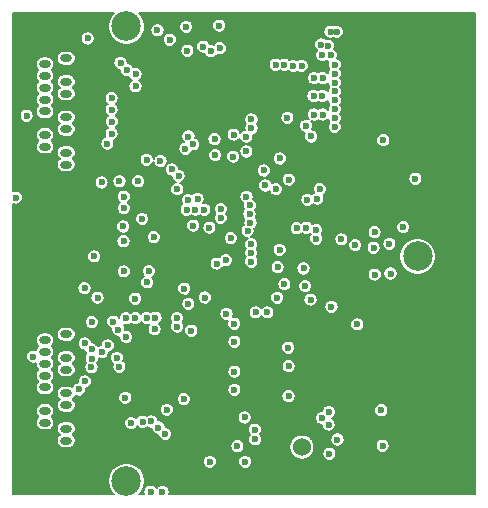
<source format=gbr>
G04 #@! TF.GenerationSoftware,KiCad,Pcbnew,5.1.5+dfsg1-2~bpo10+1*
G04 #@! TF.CreationDate,2020-01-07T23:07:11+01:00*
G04 #@! TF.ProjectId,video-booster-board,76696465-6f2d-4626-9f6f-737465722d62,rev?*
G04 #@! TF.SameCoordinates,Original*
G04 #@! TF.FileFunction,Copper,L2,Inr*
G04 #@! TF.FilePolarity,Positive*
%FSLAX46Y46*%
G04 Gerber Fmt 4.6, Leading zero omitted, Abs format (unit mm)*
G04 Created by KiCad (PCBNEW 5.1.5+dfsg1-2~bpo10+1) date 2020-01-07 23:07:11*
%MOMM*%
%LPD*%
G04 APERTURE LIST*
%ADD10O,2.700000X1.500000*%
%ADD11O,3.300000X1.500000*%
%ADD12O,1.000000X0.700000*%
%ADD13O,4.700000X1.800000*%
%ADD14C,0.250000*%
%ADD15C,1.524000*%
%ADD16C,2.500000*%
%ADD17C,0.600000*%
%ADD18C,0.200000*%
G04 APERTURE END LIST*
D10*
X146450000Y-83750000D03*
X146450000Y-98250000D03*
D11*
X140450000Y-98250000D03*
X140450000Y-83750000D03*
D10*
X146450000Y-60382000D03*
X146450000Y-74882000D03*
D11*
X140450000Y-74882000D03*
X140450000Y-60382000D03*
D12*
X114900000Y-95063700D03*
X113100000Y-94563700D03*
X114900000Y-86063700D03*
X113100000Y-86563700D03*
X114900000Y-94063700D03*
X113100000Y-93563700D03*
X114900000Y-93063700D03*
X113100000Y-92563700D03*
X114900000Y-92063700D03*
X113100000Y-91563700D03*
X114900000Y-91063700D03*
X114900000Y-87063700D03*
X113100000Y-87563700D03*
X114900000Y-88063700D03*
X113100000Y-88563700D03*
X114900000Y-89063700D03*
X113100000Y-89563700D03*
X114900000Y-90063700D03*
X113100000Y-90563700D03*
D13*
X114000000Y-83813700D03*
X114000000Y-97313700D03*
D14*
X127900000Y-66562000D03*
X126900000Y-66562000D03*
X125900000Y-66562000D03*
X127900000Y-65562000D03*
X126900000Y-65562000D03*
X125900000Y-65562000D03*
X127900000Y-64562000D03*
X126900000Y-64562000D03*
X125900000Y-64562000D03*
D12*
X114900000Y-71695700D03*
X113100000Y-71195700D03*
X114900000Y-62695700D03*
X113100000Y-63195700D03*
X114900000Y-70695700D03*
X113100000Y-70195700D03*
X114900000Y-69695700D03*
X113100000Y-69195700D03*
X114900000Y-68695700D03*
X113100000Y-68195700D03*
X114900000Y-67695700D03*
X114900000Y-63695700D03*
X113100000Y-64195700D03*
X114900000Y-64695700D03*
X113100000Y-65195700D03*
X114900000Y-65695700D03*
X113100000Y-66195700D03*
X114900000Y-66695700D03*
X113100000Y-67195700D03*
D13*
X114000000Y-60445700D03*
X114000000Y-73945700D03*
D14*
X121630000Y-88068000D03*
X122630000Y-88068000D03*
X123630000Y-88068000D03*
X121630000Y-89068000D03*
X122630000Y-89068000D03*
X123630000Y-89068000D03*
X121630000Y-90068000D03*
X122630000Y-90068000D03*
X123630000Y-90068000D03*
D15*
X134855900Y-95627400D03*
X134835900Y-98167400D03*
D16*
X144641200Y-79475000D03*
X120000000Y-60000000D03*
X120000000Y-98500000D03*
D17*
X137175900Y-96177400D03*
X119405900Y-73117400D03*
X129385900Y-95547400D03*
X137815900Y-60467400D03*
X137275900Y-60447400D03*
X141736000Y-88518200D03*
X141711000Y-90018200D03*
X141716000Y-68152200D03*
X141726000Y-66642200D03*
X141736000Y-65152200D03*
X141726000Y-63642200D03*
X141686000Y-91493200D03*
X126682500Y-71462900D03*
X112150800Y-80721400D03*
X112150800Y-79451400D03*
X112140800Y-78201400D03*
X112140800Y-76931400D03*
X128920800Y-61411400D03*
X122860800Y-75925010D03*
X123586998Y-67847490D03*
X122393010Y-70345910D03*
X129985400Y-84212100D03*
X122375384Y-73270390D03*
X148844900Y-79449600D03*
X134570100Y-76223800D03*
X124245000Y-62952300D03*
X125946800Y-92657600D03*
X118809400Y-74229900D03*
X126226200Y-84339100D03*
X141758300Y-87018800D03*
X128321700Y-83373900D03*
X141695900Y-94507400D03*
X130655900Y-97877400D03*
X137895900Y-98947400D03*
X125865900Y-82977400D03*
X139645900Y-73727400D03*
X126799913Y-59935042D03*
X141737106Y-71041990D03*
X130590089Y-63172872D03*
X129755900Y-63167400D03*
X120255900Y-92097400D03*
X117583410Y-86788976D03*
X118870900Y-83392400D03*
X136637790Y-81126000D03*
X124335900Y-95507400D03*
X127785900Y-96117400D03*
X122025898Y-97057400D03*
X123085902Y-97057400D03*
X124305900Y-96747400D03*
X132595902Y-98337400D03*
X127411904Y-83491400D03*
X124696930Y-82929642D03*
X136355900Y-70377400D03*
X137355900Y-84758200D03*
X145555900Y-77177400D03*
X134370060Y-74591560D03*
X139887995Y-81169495D03*
X133355900Y-84277396D03*
X134105900Y-63337400D03*
X128465900Y-84347400D03*
X134835900Y-63347400D03*
X136485900Y-61537400D03*
X137056255Y-61627417D03*
X133363602Y-81824500D03*
X132793968Y-80387532D03*
X120022000Y-63676200D03*
X118745000Y-69075300D03*
X118745000Y-66065400D03*
X118745000Y-67068700D03*
X120764300Y-65074800D03*
X120764300Y-64046100D03*
X119495200Y-63091998D03*
X137295913Y-62427400D03*
X137640890Y-63252000D03*
X119750800Y-78191400D03*
X119774600Y-75385600D03*
X125245900Y-69327400D03*
X125642000Y-69988100D03*
X129029299Y-71027938D03*
X119720800Y-76941400D03*
X119774600Y-74424532D03*
X129070752Y-69162941D03*
X136555900Y-62427400D03*
X137640890Y-64002000D03*
X136620000Y-64372000D03*
X137640890Y-64752000D03*
X135870000Y-64372000D03*
X137640890Y-65502000D03*
X137640000Y-66252000D03*
X136590000Y-65892000D03*
X135840000Y-65892000D03*
X137640000Y-67002000D03*
X136610000Y-67462000D03*
X137640890Y-67762000D03*
X135860000Y-67462000D03*
X137640890Y-68512000D03*
X125150000Y-62060600D03*
X127640800Y-80082443D03*
X118411566Y-87006944D03*
X124286000Y-85418200D03*
X119785810Y-80741400D03*
X124282685Y-84678205D03*
X127014135Y-77040784D03*
X117265900Y-79467400D03*
X117550879Y-82961204D03*
X117930885Y-87569584D03*
X119185900Y-88057400D03*
X119395549Y-88822936D03*
X117055900Y-88127400D03*
X117031651Y-88867005D03*
X116473400Y-90053626D03*
X115965898Y-90737400D03*
X123426022Y-92461400D03*
X120390800Y-93581400D03*
X124850800Y-91551400D03*
X117895000Y-73209800D03*
X137135900Y-92647400D03*
X119893400Y-91452268D03*
X123265900Y-94507400D03*
X141685900Y-95507400D03*
X112105900Y-87957400D03*
X118757700Y-68072000D03*
X122310800Y-77841400D03*
X125200800Y-74701400D03*
X124295800Y-73785400D03*
X121752068Y-81662760D03*
X141013140Y-77421740D03*
X142355200Y-80922800D03*
X143425900Y-76987400D03*
X130035900Y-96867400D03*
X127065900Y-96867400D03*
X121717700Y-71308900D03*
X120981100Y-73112300D03*
X110621190Y-74499890D03*
X141015900Y-81017400D03*
X122620024Y-60337400D03*
X139535900Y-85227400D03*
X137863300Y-94982400D03*
X133616700Y-67752000D03*
X132981700Y-71183500D03*
X142255900Y-78417400D03*
X144455900Y-72897400D03*
X133755892Y-72977400D03*
X135586100Y-83132600D03*
X130255900Y-77317400D03*
X137355900Y-83754900D03*
X117075900Y-87347400D03*
X117065900Y-85036386D03*
X116483400Y-86847400D03*
X116445900Y-82157400D03*
X130577200Y-68621503D03*
X127137209Y-62084299D03*
X130577200Y-67881500D03*
X127893455Y-61843279D03*
X130885900Y-94967400D03*
X137115900Y-93717411D03*
X122705900Y-93960900D03*
X130865910Y-94142400D03*
X136544041Y-93162410D03*
X122105658Y-93445900D03*
X141567800Y-92500000D03*
X140928951Y-78743310D03*
X132976400Y-78925000D03*
X135233864Y-77048648D03*
X128835979Y-77917400D03*
X124884947Y-82213914D03*
X136055989Y-77979922D03*
X135623300Y-69316600D03*
X136058414Y-77239924D03*
X121700800Y-84671400D03*
X125640890Y-76866390D03*
X119950800Y-84711400D03*
X125102773Y-75534940D03*
X131628574Y-72199500D03*
X132655900Y-73777400D03*
X131749800Y-73469500D03*
X130545900Y-78447400D03*
X135323325Y-74682053D03*
X135118974Y-81981403D03*
X130555096Y-79187355D03*
X130561122Y-79927342D03*
X132755900Y-82977400D03*
X126020177Y-74596587D03*
X122380013Y-85622213D03*
X127457200Y-69537910D03*
X128415900Y-79787400D03*
X124410100Y-72655100D03*
X130446757Y-75142834D03*
X127985900Y-76217400D03*
X123851300Y-72109000D03*
X127999279Y-75471140D03*
X130155900Y-74427400D03*
X120740800Y-84691400D03*
X125842293Y-75508233D03*
X119310136Y-85673164D03*
X122455989Y-84659645D03*
X126581969Y-75530210D03*
X119975900Y-86307400D03*
X129130000Y-90768000D03*
X129130000Y-89228000D03*
X129130000Y-86698000D03*
X129115000Y-85178000D03*
X133720000Y-91298000D03*
X133730000Y-88768000D03*
X133690000Y-87208000D03*
X125486000Y-85768200D03*
X121365992Y-93468200D03*
X118378600Y-69924843D03*
X135186762Y-68418386D03*
X121900800Y-80721400D03*
X120726640Y-83057240D03*
X121317568Y-76298168D03*
X124994300Y-70356400D03*
X122874318Y-71397518D03*
X130150500Y-70585000D03*
X134989200Y-80491000D03*
X125235600Y-83500900D03*
X134418850Y-77090778D03*
X127496700Y-70894735D03*
X130006000Y-93112390D03*
X127845900Y-59935042D03*
X118870900Y-85007400D03*
X138195900Y-78027400D03*
X122035900Y-99397400D03*
X123045900Y-99407400D03*
X125045900Y-60047390D03*
X126643997Y-82958933D03*
X133366103Y-63246000D03*
X130937900Y-84212100D03*
X132626100Y-63246000D03*
X131915800Y-84212100D03*
X130419873Y-75882358D03*
X136365934Y-73777400D03*
X130498273Y-76618205D03*
X136155898Y-74577400D03*
X126481579Y-61710346D03*
X123667738Y-61127400D03*
X130140900Y-69337400D03*
X111544100Y-67564000D03*
X141742600Y-69632000D03*
X116714250Y-61022250D03*
X139355900Y-78517400D03*
D18*
G36*
X118796036Y-59011932D02*
G01*
X118626408Y-59265800D01*
X118509565Y-59547882D01*
X118450000Y-59847338D01*
X118450000Y-60152662D01*
X118509565Y-60452118D01*
X118626408Y-60734200D01*
X118796036Y-60988068D01*
X119011932Y-61203964D01*
X119265800Y-61373592D01*
X119547882Y-61490435D01*
X119847338Y-61550000D01*
X120152662Y-61550000D01*
X120452118Y-61490435D01*
X120734200Y-61373592D01*
X120988068Y-61203964D01*
X121123727Y-61068305D01*
X123067738Y-61068305D01*
X123067738Y-61186495D01*
X123090796Y-61302414D01*
X123136025Y-61411607D01*
X123201688Y-61509878D01*
X123285260Y-61593450D01*
X123383531Y-61659113D01*
X123492724Y-61704342D01*
X123608643Y-61727400D01*
X123726833Y-61727400D01*
X123842752Y-61704342D01*
X123951945Y-61659113D01*
X124050216Y-61593450D01*
X124133788Y-61509878D01*
X124199451Y-61411607D01*
X124244680Y-61302414D01*
X124267738Y-61186495D01*
X124267738Y-61068305D01*
X124244680Y-60952386D01*
X124199451Y-60843193D01*
X124133788Y-60744922D01*
X124050216Y-60661350D01*
X123951945Y-60595687D01*
X123842752Y-60550458D01*
X123726833Y-60527400D01*
X123608643Y-60527400D01*
X123492724Y-60550458D01*
X123383531Y-60595687D01*
X123285260Y-60661350D01*
X123201688Y-60744922D01*
X123136025Y-60843193D01*
X123090796Y-60952386D01*
X123067738Y-61068305D01*
X121123727Y-61068305D01*
X121203964Y-60988068D01*
X121373592Y-60734200D01*
X121490435Y-60452118D01*
X121525008Y-60278305D01*
X122020024Y-60278305D01*
X122020024Y-60396495D01*
X122043082Y-60512414D01*
X122088311Y-60621607D01*
X122153974Y-60719878D01*
X122237546Y-60803450D01*
X122335817Y-60869113D01*
X122445010Y-60914342D01*
X122560929Y-60937400D01*
X122679119Y-60937400D01*
X122795038Y-60914342D01*
X122904231Y-60869113D01*
X123002502Y-60803450D01*
X123086074Y-60719878D01*
X123151737Y-60621607D01*
X123196966Y-60512414D01*
X123220024Y-60396495D01*
X123220024Y-60278305D01*
X123196966Y-60162386D01*
X123151737Y-60053193D01*
X123108374Y-59988295D01*
X124445900Y-59988295D01*
X124445900Y-60106485D01*
X124468958Y-60222404D01*
X124514187Y-60331597D01*
X124579850Y-60429868D01*
X124663422Y-60513440D01*
X124761693Y-60579103D01*
X124870886Y-60624332D01*
X124986805Y-60647390D01*
X125104995Y-60647390D01*
X125220914Y-60624332D01*
X125330107Y-60579103D01*
X125428378Y-60513440D01*
X125511950Y-60429868D01*
X125577613Y-60331597D01*
X125622842Y-60222404D01*
X125645900Y-60106485D01*
X125645900Y-59988295D01*
X125623553Y-59875947D01*
X127245900Y-59875947D01*
X127245900Y-59994137D01*
X127268958Y-60110056D01*
X127314187Y-60219249D01*
X127379850Y-60317520D01*
X127463422Y-60401092D01*
X127561693Y-60466755D01*
X127670886Y-60511984D01*
X127786805Y-60535042D01*
X127904995Y-60535042D01*
X128020914Y-60511984D01*
X128130107Y-60466755D01*
X128228378Y-60401092D01*
X128241165Y-60388305D01*
X136675900Y-60388305D01*
X136675900Y-60506495D01*
X136698958Y-60622414D01*
X136744187Y-60731607D01*
X136809850Y-60829878D01*
X136893422Y-60913450D01*
X136991693Y-60979113D01*
X137100886Y-61024342D01*
X137216805Y-61047400D01*
X137334995Y-61047400D01*
X137450914Y-61024342D01*
X137524089Y-60994032D01*
X137531693Y-60999113D01*
X137640886Y-61044342D01*
X137756805Y-61067400D01*
X137874995Y-61067400D01*
X137990914Y-61044342D01*
X138100107Y-60999113D01*
X138198378Y-60933450D01*
X138281950Y-60849878D01*
X138347613Y-60751607D01*
X138392842Y-60642414D01*
X138415900Y-60526495D01*
X138415900Y-60408305D01*
X138392842Y-60292386D01*
X138347613Y-60183193D01*
X138281950Y-60084922D01*
X138198378Y-60001350D01*
X138100107Y-59935687D01*
X137990914Y-59890458D01*
X137874995Y-59867400D01*
X137756805Y-59867400D01*
X137640886Y-59890458D01*
X137567711Y-59920768D01*
X137560107Y-59915687D01*
X137450914Y-59870458D01*
X137334995Y-59847400D01*
X137216805Y-59847400D01*
X137100886Y-59870458D01*
X136991693Y-59915687D01*
X136893422Y-59981350D01*
X136809850Y-60064922D01*
X136744187Y-60163193D01*
X136698958Y-60272386D01*
X136675900Y-60388305D01*
X128241165Y-60388305D01*
X128311950Y-60317520D01*
X128377613Y-60219249D01*
X128422842Y-60110056D01*
X128445900Y-59994137D01*
X128445900Y-59875947D01*
X128422842Y-59760028D01*
X128377613Y-59650835D01*
X128311950Y-59552564D01*
X128228378Y-59468992D01*
X128130107Y-59403329D01*
X128020914Y-59358100D01*
X127904995Y-59335042D01*
X127786805Y-59335042D01*
X127670886Y-59358100D01*
X127561693Y-59403329D01*
X127463422Y-59468992D01*
X127379850Y-59552564D01*
X127314187Y-59650835D01*
X127268958Y-59760028D01*
X127245900Y-59875947D01*
X125623553Y-59875947D01*
X125622842Y-59872376D01*
X125577613Y-59763183D01*
X125511950Y-59664912D01*
X125428378Y-59581340D01*
X125330107Y-59515677D01*
X125220914Y-59470448D01*
X125104995Y-59447390D01*
X124986805Y-59447390D01*
X124870886Y-59470448D01*
X124761693Y-59515677D01*
X124663422Y-59581340D01*
X124579850Y-59664912D01*
X124514187Y-59763183D01*
X124468958Y-59872376D01*
X124445900Y-59988295D01*
X123108374Y-59988295D01*
X123086074Y-59954922D01*
X123002502Y-59871350D01*
X122904231Y-59805687D01*
X122795038Y-59760458D01*
X122679119Y-59737400D01*
X122560929Y-59737400D01*
X122445010Y-59760458D01*
X122335817Y-59805687D01*
X122237546Y-59871350D01*
X122153974Y-59954922D01*
X122088311Y-60053193D01*
X122043082Y-60162386D01*
X122020024Y-60278305D01*
X121525008Y-60278305D01*
X121550000Y-60152662D01*
X121550000Y-59847338D01*
X121490435Y-59547882D01*
X121373592Y-59265800D01*
X121203964Y-59011932D01*
X121067032Y-58875000D01*
X145170341Y-58875000D01*
X149536000Y-58899637D01*
X149536000Y-99625000D01*
X123605202Y-99625000D01*
X123622842Y-99582414D01*
X123645900Y-99466495D01*
X123645900Y-99348305D01*
X123622842Y-99232386D01*
X123577613Y-99123193D01*
X123511950Y-99024922D01*
X123428378Y-98941350D01*
X123330107Y-98875687D01*
X123220914Y-98830458D01*
X123104995Y-98807400D01*
X122986805Y-98807400D01*
X122870886Y-98830458D01*
X122761693Y-98875687D01*
X122663422Y-98941350D01*
X122579850Y-99024922D01*
X122544241Y-99078214D01*
X122501950Y-99014922D01*
X122418378Y-98931350D01*
X122320107Y-98865687D01*
X122210914Y-98820458D01*
X122094995Y-98797400D01*
X121976805Y-98797400D01*
X121860886Y-98820458D01*
X121751693Y-98865687D01*
X121653422Y-98931350D01*
X121569850Y-99014922D01*
X121504187Y-99113193D01*
X121458958Y-99222386D01*
X121435900Y-99338305D01*
X121435900Y-99456495D01*
X121458958Y-99572414D01*
X121480740Y-99625000D01*
X121067032Y-99625000D01*
X121203964Y-99488068D01*
X121373592Y-99234200D01*
X121490435Y-98952118D01*
X121550000Y-98652662D01*
X121550000Y-98347338D01*
X121490435Y-98047882D01*
X121373592Y-97765800D01*
X121203964Y-97511932D01*
X120988068Y-97296036D01*
X120734200Y-97126408D01*
X120452118Y-97009565D01*
X120152662Y-96950000D01*
X119847338Y-96950000D01*
X119547882Y-97009565D01*
X119265800Y-97126408D01*
X119011932Y-97296036D01*
X118796036Y-97511932D01*
X118626408Y-97765800D01*
X118509565Y-98047882D01*
X118450000Y-98347338D01*
X118450000Y-98652662D01*
X118509565Y-98952118D01*
X118626408Y-99234200D01*
X118796036Y-99488068D01*
X118932968Y-99625000D01*
X110375000Y-99625000D01*
X110375000Y-96808305D01*
X126465900Y-96808305D01*
X126465900Y-96926495D01*
X126488958Y-97042414D01*
X126534187Y-97151607D01*
X126599850Y-97249878D01*
X126683422Y-97333450D01*
X126781693Y-97399113D01*
X126890886Y-97444342D01*
X127006805Y-97467400D01*
X127124995Y-97467400D01*
X127240914Y-97444342D01*
X127350107Y-97399113D01*
X127448378Y-97333450D01*
X127531950Y-97249878D01*
X127597613Y-97151607D01*
X127642842Y-97042414D01*
X127665900Y-96926495D01*
X127665900Y-96808305D01*
X129435900Y-96808305D01*
X129435900Y-96926495D01*
X129458958Y-97042414D01*
X129504187Y-97151607D01*
X129569850Y-97249878D01*
X129653422Y-97333450D01*
X129751693Y-97399113D01*
X129860886Y-97444342D01*
X129976805Y-97467400D01*
X130094995Y-97467400D01*
X130210914Y-97444342D01*
X130320107Y-97399113D01*
X130418378Y-97333450D01*
X130501950Y-97249878D01*
X130567613Y-97151607D01*
X130612842Y-97042414D01*
X130635900Y-96926495D01*
X130635900Y-96808305D01*
X130612842Y-96692386D01*
X130567613Y-96583193D01*
X130501950Y-96484922D01*
X130418378Y-96401350D01*
X130320107Y-96335687D01*
X130210914Y-96290458D01*
X130094995Y-96267400D01*
X129976805Y-96267400D01*
X129860886Y-96290458D01*
X129751693Y-96335687D01*
X129653422Y-96401350D01*
X129569850Y-96484922D01*
X129504187Y-96583193D01*
X129458958Y-96692386D01*
X129435900Y-96808305D01*
X127665900Y-96808305D01*
X127642842Y-96692386D01*
X127597613Y-96583193D01*
X127531950Y-96484922D01*
X127448378Y-96401350D01*
X127350107Y-96335687D01*
X127240914Y-96290458D01*
X127124995Y-96267400D01*
X127006805Y-96267400D01*
X126890886Y-96290458D01*
X126781693Y-96335687D01*
X126683422Y-96401350D01*
X126599850Y-96484922D01*
X126534187Y-96583193D01*
X126488958Y-96692386D01*
X126465900Y-96808305D01*
X110375000Y-96808305D01*
X110375000Y-92563700D01*
X112296855Y-92563700D01*
X112309405Y-92691122D01*
X112346573Y-92813648D01*
X112406930Y-92926568D01*
X112488157Y-93025543D01*
X112534651Y-93063700D01*
X112488157Y-93101857D01*
X112406930Y-93200832D01*
X112346573Y-93313752D01*
X112309405Y-93436278D01*
X112296855Y-93563700D01*
X112309405Y-93691122D01*
X112346573Y-93813648D01*
X112406930Y-93926568D01*
X112488157Y-94025543D01*
X112587132Y-94106770D01*
X112700052Y-94167127D01*
X112822578Y-94204295D01*
X112918068Y-94213700D01*
X113281932Y-94213700D01*
X113377422Y-94204295D01*
X113499948Y-94167127D01*
X113612868Y-94106770D01*
X113665348Y-94063700D01*
X114096855Y-94063700D01*
X114109405Y-94191122D01*
X114146573Y-94313648D01*
X114206930Y-94426568D01*
X114288157Y-94525543D01*
X114334651Y-94563700D01*
X114288157Y-94601857D01*
X114206930Y-94700832D01*
X114146573Y-94813752D01*
X114109405Y-94936278D01*
X114096855Y-95063700D01*
X114109405Y-95191122D01*
X114146573Y-95313648D01*
X114206930Y-95426568D01*
X114288157Y-95525543D01*
X114387132Y-95606770D01*
X114500052Y-95667127D01*
X114622578Y-95704295D01*
X114718068Y-95713700D01*
X115081932Y-95713700D01*
X115177422Y-95704295D01*
X115299948Y-95667127D01*
X115412868Y-95606770D01*
X115511843Y-95525543D01*
X115542403Y-95488305D01*
X128785900Y-95488305D01*
X128785900Y-95606495D01*
X128808958Y-95722414D01*
X128854187Y-95831607D01*
X128919850Y-95929878D01*
X129003422Y-96013450D01*
X129101693Y-96079113D01*
X129210886Y-96124342D01*
X129326805Y-96147400D01*
X129444995Y-96147400D01*
X129560914Y-96124342D01*
X129670107Y-96079113D01*
X129768378Y-96013450D01*
X129851950Y-95929878D01*
X129917613Y-95831607D01*
X129962842Y-95722414D01*
X129985900Y-95606495D01*
X129985900Y-95488305D01*
X129962842Y-95372386D01*
X129917613Y-95263193D01*
X129851950Y-95164922D01*
X129768378Y-95081350D01*
X129670107Y-95015687D01*
X129560914Y-94970458D01*
X129444995Y-94947400D01*
X129326805Y-94947400D01*
X129210886Y-94970458D01*
X129101693Y-95015687D01*
X129003422Y-95081350D01*
X128919850Y-95164922D01*
X128854187Y-95263193D01*
X128808958Y-95372386D01*
X128785900Y-95488305D01*
X115542403Y-95488305D01*
X115593070Y-95426568D01*
X115653427Y-95313648D01*
X115690595Y-95191122D01*
X115703145Y-95063700D01*
X115690595Y-94936278D01*
X115653427Y-94813752D01*
X115593070Y-94700832D01*
X115511843Y-94601857D01*
X115465349Y-94563700D01*
X115511843Y-94525543D01*
X115593070Y-94426568D01*
X115653427Y-94313648D01*
X115690595Y-94191122D01*
X115703145Y-94063700D01*
X115690595Y-93936278D01*
X115653427Y-93813752D01*
X115593070Y-93700832D01*
X115511843Y-93601857D01*
X115414909Y-93522305D01*
X119790800Y-93522305D01*
X119790800Y-93640495D01*
X119813858Y-93756414D01*
X119859087Y-93865607D01*
X119924750Y-93963878D01*
X120008322Y-94047450D01*
X120106593Y-94113113D01*
X120215786Y-94158342D01*
X120331705Y-94181400D01*
X120449895Y-94181400D01*
X120565814Y-94158342D01*
X120675007Y-94113113D01*
X120773278Y-94047450D01*
X120856850Y-93963878D01*
X120919452Y-93870188D01*
X120983514Y-93934250D01*
X121081785Y-93999913D01*
X121190978Y-94045142D01*
X121306897Y-94068200D01*
X121425087Y-94068200D01*
X121541006Y-94045142D01*
X121650199Y-93999913D01*
X121748470Y-93934250D01*
X121751708Y-93931012D01*
X121821451Y-93977613D01*
X121930644Y-94022842D01*
X122046563Y-94045900D01*
X122111053Y-94045900D01*
X122128958Y-94135914D01*
X122174187Y-94245107D01*
X122239850Y-94343378D01*
X122323422Y-94426950D01*
X122421693Y-94492613D01*
X122530886Y-94537842D01*
X122646805Y-94560900D01*
X122665900Y-94560900D01*
X122665900Y-94566495D01*
X122688958Y-94682414D01*
X122734187Y-94791607D01*
X122799850Y-94889878D01*
X122883422Y-94973450D01*
X122981693Y-95039113D01*
X123090886Y-95084342D01*
X123206805Y-95107400D01*
X123324995Y-95107400D01*
X123440914Y-95084342D01*
X123550107Y-95039113D01*
X123648378Y-94973450D01*
X123731950Y-94889878D01*
X123797613Y-94791607D01*
X123842842Y-94682414D01*
X123865900Y-94566495D01*
X123865900Y-94448305D01*
X123842842Y-94332386D01*
X123797613Y-94223193D01*
X123731950Y-94124922D01*
X123690333Y-94083305D01*
X130265910Y-94083305D01*
X130265910Y-94201495D01*
X130288968Y-94317414D01*
X130334197Y-94426607D01*
X130399860Y-94524878D01*
X130439877Y-94564895D01*
X130419850Y-94584922D01*
X130354187Y-94683193D01*
X130308958Y-94792386D01*
X130285900Y-94908305D01*
X130285900Y-95026495D01*
X130308958Y-95142414D01*
X130354187Y-95251607D01*
X130419850Y-95349878D01*
X130503422Y-95433450D01*
X130601693Y-95499113D01*
X130710886Y-95544342D01*
X130826805Y-95567400D01*
X130944995Y-95567400D01*
X131060914Y-95544342D01*
X131112916Y-95522802D01*
X133793900Y-95522802D01*
X133793900Y-95731998D01*
X133834712Y-95937174D01*
X133914767Y-96130446D01*
X134030990Y-96304386D01*
X134178914Y-96452310D01*
X134352854Y-96568533D01*
X134546126Y-96648588D01*
X134751302Y-96689400D01*
X134960498Y-96689400D01*
X135165674Y-96648588D01*
X135358946Y-96568533D01*
X135532886Y-96452310D01*
X135680810Y-96304386D01*
X135797033Y-96130446D01*
X135802061Y-96118305D01*
X136575900Y-96118305D01*
X136575900Y-96236495D01*
X136598958Y-96352414D01*
X136644187Y-96461607D01*
X136709850Y-96559878D01*
X136793422Y-96643450D01*
X136891693Y-96709113D01*
X137000886Y-96754342D01*
X137116805Y-96777400D01*
X137234995Y-96777400D01*
X137350914Y-96754342D01*
X137460107Y-96709113D01*
X137558378Y-96643450D01*
X137641950Y-96559878D01*
X137707613Y-96461607D01*
X137752842Y-96352414D01*
X137775900Y-96236495D01*
X137775900Y-96118305D01*
X137752842Y-96002386D01*
X137707613Y-95893193D01*
X137641950Y-95794922D01*
X137558378Y-95711350D01*
X137460107Y-95645687D01*
X137350914Y-95600458D01*
X137234995Y-95577400D01*
X137116805Y-95577400D01*
X137000886Y-95600458D01*
X136891693Y-95645687D01*
X136793422Y-95711350D01*
X136709850Y-95794922D01*
X136644187Y-95893193D01*
X136598958Y-96002386D01*
X136575900Y-96118305D01*
X135802061Y-96118305D01*
X135877088Y-95937174D01*
X135917900Y-95731998D01*
X135917900Y-95522802D01*
X135877088Y-95317626D01*
X135797033Y-95124354D01*
X135680810Y-94950414D01*
X135653701Y-94923305D01*
X137263300Y-94923305D01*
X137263300Y-95041495D01*
X137286358Y-95157414D01*
X137331587Y-95266607D01*
X137397250Y-95364878D01*
X137480822Y-95448450D01*
X137579093Y-95514113D01*
X137688286Y-95559342D01*
X137804205Y-95582400D01*
X137922395Y-95582400D01*
X138038314Y-95559342D01*
X138147507Y-95514113D01*
X138245778Y-95448450D01*
X138245923Y-95448305D01*
X141085900Y-95448305D01*
X141085900Y-95566495D01*
X141108958Y-95682414D01*
X141154187Y-95791607D01*
X141219850Y-95889878D01*
X141303422Y-95973450D01*
X141401693Y-96039113D01*
X141510886Y-96084342D01*
X141626805Y-96107400D01*
X141744995Y-96107400D01*
X141860914Y-96084342D01*
X141970107Y-96039113D01*
X142068378Y-95973450D01*
X142151950Y-95889878D01*
X142217613Y-95791607D01*
X142262842Y-95682414D01*
X142285900Y-95566495D01*
X142285900Y-95448305D01*
X142262842Y-95332386D01*
X142217613Y-95223193D01*
X142151950Y-95124922D01*
X142068378Y-95041350D01*
X141970107Y-94975687D01*
X141860914Y-94930458D01*
X141744995Y-94907400D01*
X141626805Y-94907400D01*
X141510886Y-94930458D01*
X141401693Y-94975687D01*
X141303422Y-95041350D01*
X141219850Y-95124922D01*
X141154187Y-95223193D01*
X141108958Y-95332386D01*
X141085900Y-95448305D01*
X138245923Y-95448305D01*
X138329350Y-95364878D01*
X138395013Y-95266607D01*
X138440242Y-95157414D01*
X138463300Y-95041495D01*
X138463300Y-94923305D01*
X138440242Y-94807386D01*
X138395013Y-94698193D01*
X138329350Y-94599922D01*
X138245778Y-94516350D01*
X138147507Y-94450687D01*
X138038314Y-94405458D01*
X137922395Y-94382400D01*
X137804205Y-94382400D01*
X137688286Y-94405458D01*
X137579093Y-94450687D01*
X137480822Y-94516350D01*
X137397250Y-94599922D01*
X137331587Y-94698193D01*
X137286358Y-94807386D01*
X137263300Y-94923305D01*
X135653701Y-94923305D01*
X135532886Y-94802490D01*
X135358946Y-94686267D01*
X135165674Y-94606212D01*
X134960498Y-94565400D01*
X134751302Y-94565400D01*
X134546126Y-94606212D01*
X134352854Y-94686267D01*
X134178914Y-94802490D01*
X134030990Y-94950414D01*
X133914767Y-95124354D01*
X133834712Y-95317626D01*
X133793900Y-95522802D01*
X131112916Y-95522802D01*
X131170107Y-95499113D01*
X131268378Y-95433450D01*
X131351950Y-95349878D01*
X131417613Y-95251607D01*
X131462842Y-95142414D01*
X131485900Y-95026495D01*
X131485900Y-94908305D01*
X131462842Y-94792386D01*
X131417613Y-94683193D01*
X131351950Y-94584922D01*
X131311933Y-94544905D01*
X131331960Y-94524878D01*
X131397623Y-94426607D01*
X131442852Y-94317414D01*
X131465910Y-94201495D01*
X131465910Y-94083305D01*
X131442852Y-93967386D01*
X131397623Y-93858193D01*
X131331960Y-93759922D01*
X131248388Y-93676350D01*
X131150117Y-93610687D01*
X131040924Y-93565458D01*
X130925005Y-93542400D01*
X130806815Y-93542400D01*
X130690896Y-93565458D01*
X130581703Y-93610687D01*
X130483432Y-93676350D01*
X130399860Y-93759922D01*
X130334197Y-93858193D01*
X130288968Y-93967386D01*
X130265910Y-94083305D01*
X123690333Y-94083305D01*
X123648378Y-94041350D01*
X123550107Y-93975687D01*
X123440914Y-93930458D01*
X123324995Y-93907400D01*
X123305900Y-93907400D01*
X123305900Y-93901805D01*
X123282842Y-93785886D01*
X123237613Y-93676693D01*
X123171950Y-93578422D01*
X123088378Y-93494850D01*
X122990107Y-93429187D01*
X122880914Y-93383958D01*
X122764995Y-93360900D01*
X122700505Y-93360900D01*
X122682600Y-93270886D01*
X122637371Y-93161693D01*
X122571708Y-93063422D01*
X122488136Y-92979850D01*
X122389865Y-92914187D01*
X122280672Y-92868958D01*
X122164753Y-92845900D01*
X122046563Y-92845900D01*
X121930644Y-92868958D01*
X121821451Y-92914187D01*
X121723180Y-92979850D01*
X121719942Y-92983088D01*
X121650199Y-92936487D01*
X121541006Y-92891258D01*
X121425087Y-92868200D01*
X121306897Y-92868200D01*
X121190978Y-92891258D01*
X121081785Y-92936487D01*
X120983514Y-93002150D01*
X120899942Y-93085722D01*
X120837340Y-93179412D01*
X120773278Y-93115350D01*
X120675007Y-93049687D01*
X120565814Y-93004458D01*
X120449895Y-92981400D01*
X120331705Y-92981400D01*
X120215786Y-93004458D01*
X120106593Y-93049687D01*
X120008322Y-93115350D01*
X119924750Y-93198922D01*
X119859087Y-93297193D01*
X119813858Y-93406386D01*
X119790800Y-93522305D01*
X115414909Y-93522305D01*
X115412868Y-93520630D01*
X115299948Y-93460273D01*
X115177422Y-93423105D01*
X115081932Y-93413700D01*
X114718068Y-93413700D01*
X114622578Y-93423105D01*
X114500052Y-93460273D01*
X114387132Y-93520630D01*
X114288157Y-93601857D01*
X114206930Y-93700832D01*
X114146573Y-93813752D01*
X114109405Y-93936278D01*
X114096855Y-94063700D01*
X113665348Y-94063700D01*
X113711843Y-94025543D01*
X113793070Y-93926568D01*
X113853427Y-93813648D01*
X113890595Y-93691122D01*
X113903145Y-93563700D01*
X113890595Y-93436278D01*
X113853427Y-93313752D01*
X113793070Y-93200832D01*
X113711843Y-93101857D01*
X113665349Y-93063700D01*
X113711843Y-93025543D01*
X113793070Y-92926568D01*
X113853427Y-92813648D01*
X113890595Y-92691122D01*
X113903145Y-92563700D01*
X113890595Y-92436278D01*
X113853427Y-92313752D01*
X113793070Y-92200832D01*
X113711843Y-92101857D01*
X113612868Y-92020630D01*
X113499948Y-91960273D01*
X113377422Y-91923105D01*
X113281932Y-91913700D01*
X112918068Y-91913700D01*
X112822578Y-91923105D01*
X112700052Y-91960273D01*
X112587132Y-92020630D01*
X112488157Y-92101857D01*
X112406930Y-92200832D01*
X112346573Y-92313752D01*
X112309405Y-92436278D01*
X112296855Y-92563700D01*
X110375000Y-92563700D01*
X110375000Y-87898305D01*
X111505900Y-87898305D01*
X111505900Y-88016495D01*
X111528958Y-88132414D01*
X111574187Y-88241607D01*
X111639850Y-88339878D01*
X111723422Y-88423450D01*
X111821693Y-88489113D01*
X111930886Y-88534342D01*
X112046805Y-88557400D01*
X112164995Y-88557400D01*
X112280914Y-88534342D01*
X112300547Y-88526210D01*
X112296855Y-88563700D01*
X112309405Y-88691122D01*
X112346573Y-88813648D01*
X112406930Y-88926568D01*
X112488157Y-89025543D01*
X112534651Y-89063700D01*
X112488157Y-89101857D01*
X112406930Y-89200832D01*
X112346573Y-89313752D01*
X112309405Y-89436278D01*
X112296855Y-89563700D01*
X112309405Y-89691122D01*
X112346573Y-89813648D01*
X112406930Y-89926568D01*
X112488157Y-90025543D01*
X112534651Y-90063700D01*
X112488157Y-90101857D01*
X112406930Y-90200832D01*
X112346573Y-90313752D01*
X112309405Y-90436278D01*
X112296855Y-90563700D01*
X112309405Y-90691122D01*
X112346573Y-90813648D01*
X112406930Y-90926568D01*
X112488157Y-91025543D01*
X112587132Y-91106770D01*
X112700052Y-91167127D01*
X112822578Y-91204295D01*
X112918068Y-91213700D01*
X113281932Y-91213700D01*
X113377422Y-91204295D01*
X113499948Y-91167127D01*
X113612868Y-91106770D01*
X113665348Y-91063700D01*
X114096855Y-91063700D01*
X114109405Y-91191122D01*
X114146573Y-91313648D01*
X114206930Y-91426568D01*
X114288157Y-91525543D01*
X114334651Y-91563700D01*
X114288157Y-91601857D01*
X114206930Y-91700832D01*
X114146573Y-91813752D01*
X114109405Y-91936278D01*
X114096855Y-92063700D01*
X114109405Y-92191122D01*
X114146573Y-92313648D01*
X114206930Y-92426568D01*
X114288157Y-92525543D01*
X114387132Y-92606770D01*
X114500052Y-92667127D01*
X114622578Y-92704295D01*
X114718068Y-92713700D01*
X115081932Y-92713700D01*
X115177422Y-92704295D01*
X115299948Y-92667127D01*
X115412868Y-92606770D01*
X115511843Y-92525543D01*
X115593070Y-92426568D01*
X115606038Y-92402305D01*
X122826022Y-92402305D01*
X122826022Y-92520495D01*
X122849080Y-92636414D01*
X122894309Y-92745607D01*
X122959972Y-92843878D01*
X123043544Y-92927450D01*
X123141815Y-92993113D01*
X123251008Y-93038342D01*
X123366927Y-93061400D01*
X123485117Y-93061400D01*
X123525863Y-93053295D01*
X129406000Y-93053295D01*
X129406000Y-93171485D01*
X129429058Y-93287404D01*
X129474287Y-93396597D01*
X129539950Y-93494868D01*
X129623522Y-93578440D01*
X129721793Y-93644103D01*
X129830986Y-93689332D01*
X129946905Y-93712390D01*
X130065095Y-93712390D01*
X130181014Y-93689332D01*
X130290207Y-93644103D01*
X130388478Y-93578440D01*
X130472050Y-93494868D01*
X130537713Y-93396597D01*
X130582942Y-93287404D01*
X130606000Y-93171485D01*
X130606000Y-93103315D01*
X135944041Y-93103315D01*
X135944041Y-93221505D01*
X135967099Y-93337424D01*
X136012328Y-93446617D01*
X136077991Y-93544888D01*
X136161563Y-93628460D01*
X136259834Y-93694123D01*
X136369027Y-93739352D01*
X136484946Y-93762410D01*
X136515900Y-93762410D01*
X136515900Y-93776506D01*
X136538958Y-93892425D01*
X136584187Y-94001618D01*
X136649850Y-94099889D01*
X136733422Y-94183461D01*
X136831693Y-94249124D01*
X136940886Y-94294353D01*
X137056805Y-94317411D01*
X137174995Y-94317411D01*
X137290914Y-94294353D01*
X137400107Y-94249124D01*
X137498378Y-94183461D01*
X137581950Y-94099889D01*
X137647613Y-94001618D01*
X137692842Y-93892425D01*
X137715900Y-93776506D01*
X137715900Y-93658316D01*
X137692842Y-93542397D01*
X137647613Y-93433204D01*
X137581950Y-93334933D01*
X137498378Y-93251361D01*
X137401677Y-93186747D01*
X137420107Y-93179113D01*
X137518378Y-93113450D01*
X137601950Y-93029878D01*
X137667613Y-92931607D01*
X137712842Y-92822414D01*
X137735900Y-92706495D01*
X137735900Y-92588305D01*
X137712842Y-92472386D01*
X137699803Y-92440905D01*
X140967800Y-92440905D01*
X140967800Y-92559095D01*
X140990858Y-92675014D01*
X141036087Y-92784207D01*
X141101750Y-92882478D01*
X141185322Y-92966050D01*
X141283593Y-93031713D01*
X141392786Y-93076942D01*
X141508705Y-93100000D01*
X141626895Y-93100000D01*
X141742814Y-93076942D01*
X141852007Y-93031713D01*
X141950278Y-92966050D01*
X142033850Y-92882478D01*
X142099513Y-92784207D01*
X142144742Y-92675014D01*
X142167800Y-92559095D01*
X142167800Y-92440905D01*
X142144742Y-92324986D01*
X142099513Y-92215793D01*
X142033850Y-92117522D01*
X141950278Y-92033950D01*
X141852007Y-91968287D01*
X141742814Y-91923058D01*
X141626895Y-91900000D01*
X141508705Y-91900000D01*
X141392786Y-91923058D01*
X141283593Y-91968287D01*
X141185322Y-92033950D01*
X141101750Y-92117522D01*
X141036087Y-92215793D01*
X140990858Y-92324986D01*
X140967800Y-92440905D01*
X137699803Y-92440905D01*
X137667613Y-92363193D01*
X137601950Y-92264922D01*
X137518378Y-92181350D01*
X137420107Y-92115687D01*
X137310914Y-92070458D01*
X137194995Y-92047400D01*
X137076805Y-92047400D01*
X136960886Y-92070458D01*
X136851693Y-92115687D01*
X136753422Y-92181350D01*
X136669850Y-92264922D01*
X136604187Y-92363193D01*
X136558958Y-92472386D01*
X136541051Y-92562410D01*
X136484946Y-92562410D01*
X136369027Y-92585468D01*
X136259834Y-92630697D01*
X136161563Y-92696360D01*
X136077991Y-92779932D01*
X136012328Y-92878203D01*
X135967099Y-92987396D01*
X135944041Y-93103315D01*
X130606000Y-93103315D01*
X130606000Y-93053295D01*
X130582942Y-92937376D01*
X130537713Y-92828183D01*
X130472050Y-92729912D01*
X130388478Y-92646340D01*
X130290207Y-92580677D01*
X130181014Y-92535448D01*
X130065095Y-92512390D01*
X129946905Y-92512390D01*
X129830986Y-92535448D01*
X129721793Y-92580677D01*
X129623522Y-92646340D01*
X129539950Y-92729912D01*
X129474287Y-92828183D01*
X129429058Y-92937376D01*
X129406000Y-93053295D01*
X123525863Y-93053295D01*
X123601036Y-93038342D01*
X123710229Y-92993113D01*
X123808500Y-92927450D01*
X123892072Y-92843878D01*
X123957735Y-92745607D01*
X124002964Y-92636414D01*
X124026022Y-92520495D01*
X124026022Y-92402305D01*
X124002964Y-92286386D01*
X123957735Y-92177193D01*
X123892072Y-92078922D01*
X123808500Y-91995350D01*
X123710229Y-91929687D01*
X123601036Y-91884458D01*
X123485117Y-91861400D01*
X123366927Y-91861400D01*
X123251008Y-91884458D01*
X123141815Y-91929687D01*
X123043544Y-91995350D01*
X122959972Y-92078922D01*
X122894309Y-92177193D01*
X122849080Y-92286386D01*
X122826022Y-92402305D01*
X115606038Y-92402305D01*
X115653427Y-92313648D01*
X115690595Y-92191122D01*
X115703145Y-92063700D01*
X115690595Y-91936278D01*
X115653427Y-91813752D01*
X115593070Y-91700832D01*
X115511843Y-91601857D01*
X115465349Y-91563700D01*
X115511843Y-91525543D01*
X115593070Y-91426568D01*
X115610920Y-91393173D01*
X119293400Y-91393173D01*
X119293400Y-91511363D01*
X119316458Y-91627282D01*
X119361687Y-91736475D01*
X119427350Y-91834746D01*
X119510922Y-91918318D01*
X119609193Y-91983981D01*
X119718386Y-92029210D01*
X119834305Y-92052268D01*
X119952495Y-92052268D01*
X120068414Y-92029210D01*
X120177607Y-91983981D01*
X120275878Y-91918318D01*
X120359450Y-91834746D01*
X120425113Y-91736475D01*
X120470342Y-91627282D01*
X120493400Y-91511363D01*
X120493400Y-91492305D01*
X124250800Y-91492305D01*
X124250800Y-91610495D01*
X124273858Y-91726414D01*
X124319087Y-91835607D01*
X124384750Y-91933878D01*
X124468322Y-92017450D01*
X124566593Y-92083113D01*
X124675786Y-92128342D01*
X124791705Y-92151400D01*
X124909895Y-92151400D01*
X125025814Y-92128342D01*
X125135007Y-92083113D01*
X125233278Y-92017450D01*
X125316850Y-91933878D01*
X125382513Y-91835607D01*
X125427742Y-91726414D01*
X125450800Y-91610495D01*
X125450800Y-91492305D01*
X125427742Y-91376386D01*
X125382513Y-91267193D01*
X125316850Y-91168922D01*
X125233278Y-91085350D01*
X125135007Y-91019687D01*
X125025814Y-90974458D01*
X124909895Y-90951400D01*
X124791705Y-90951400D01*
X124675786Y-90974458D01*
X124566593Y-91019687D01*
X124468322Y-91085350D01*
X124384750Y-91168922D01*
X124319087Y-91267193D01*
X124273858Y-91376386D01*
X124250800Y-91492305D01*
X120493400Y-91492305D01*
X120493400Y-91393173D01*
X120470342Y-91277254D01*
X120425113Y-91168061D01*
X120359450Y-91069790D01*
X120275878Y-90986218D01*
X120177607Y-90920555D01*
X120068414Y-90875326D01*
X119952495Y-90852268D01*
X119834305Y-90852268D01*
X119718386Y-90875326D01*
X119609193Y-90920555D01*
X119510922Y-90986218D01*
X119427350Y-91069790D01*
X119361687Y-91168061D01*
X119316458Y-91277254D01*
X119293400Y-91393173D01*
X115610920Y-91393173D01*
X115653427Y-91313648D01*
X115669423Y-91260916D01*
X115681691Y-91269113D01*
X115790884Y-91314342D01*
X115906803Y-91337400D01*
X116024993Y-91337400D01*
X116140912Y-91314342D01*
X116250105Y-91269113D01*
X116348376Y-91203450D01*
X116431948Y-91119878D01*
X116497611Y-91021607D01*
X116542840Y-90912414D01*
X116565898Y-90796495D01*
X116565898Y-90708905D01*
X128530000Y-90708905D01*
X128530000Y-90827095D01*
X128553058Y-90943014D01*
X128598287Y-91052207D01*
X128663950Y-91150478D01*
X128747522Y-91234050D01*
X128845793Y-91299713D01*
X128954986Y-91344942D01*
X129070905Y-91368000D01*
X129189095Y-91368000D01*
X129305014Y-91344942D01*
X129414207Y-91299713D01*
X129505212Y-91238905D01*
X133120000Y-91238905D01*
X133120000Y-91357095D01*
X133143058Y-91473014D01*
X133188287Y-91582207D01*
X133253950Y-91680478D01*
X133337522Y-91764050D01*
X133435793Y-91829713D01*
X133544986Y-91874942D01*
X133660905Y-91898000D01*
X133779095Y-91898000D01*
X133895014Y-91874942D01*
X134004207Y-91829713D01*
X134102478Y-91764050D01*
X134186050Y-91680478D01*
X134251713Y-91582207D01*
X134296942Y-91473014D01*
X134320000Y-91357095D01*
X134320000Y-91238905D01*
X134296942Y-91122986D01*
X134251713Y-91013793D01*
X134186050Y-90915522D01*
X134102478Y-90831950D01*
X134004207Y-90766287D01*
X133895014Y-90721058D01*
X133779095Y-90698000D01*
X133660905Y-90698000D01*
X133544986Y-90721058D01*
X133435793Y-90766287D01*
X133337522Y-90831950D01*
X133253950Y-90915522D01*
X133188287Y-91013793D01*
X133143058Y-91122986D01*
X133120000Y-91238905D01*
X129505212Y-91238905D01*
X129512478Y-91234050D01*
X129596050Y-91150478D01*
X129661713Y-91052207D01*
X129706942Y-90943014D01*
X129730000Y-90827095D01*
X129730000Y-90708905D01*
X129706942Y-90592986D01*
X129661713Y-90483793D01*
X129596050Y-90385522D01*
X129512478Y-90301950D01*
X129414207Y-90236287D01*
X129305014Y-90191058D01*
X129189095Y-90168000D01*
X129070905Y-90168000D01*
X128954986Y-90191058D01*
X128845793Y-90236287D01*
X128747522Y-90301950D01*
X128663950Y-90385522D01*
X128598287Y-90483793D01*
X128553058Y-90592986D01*
X128530000Y-90708905D01*
X116565898Y-90708905D01*
X116565898Y-90678305D01*
X116559904Y-90648174D01*
X116648414Y-90630568D01*
X116757607Y-90585339D01*
X116855878Y-90519676D01*
X116939450Y-90436104D01*
X117005113Y-90337833D01*
X117050342Y-90228640D01*
X117073400Y-90112721D01*
X117073400Y-89994531D01*
X117050342Y-89878612D01*
X117005113Y-89769419D01*
X116939450Y-89671148D01*
X116855878Y-89587576D01*
X116757607Y-89521913D01*
X116648414Y-89476684D01*
X116532495Y-89453626D01*
X116414305Y-89453626D01*
X116298386Y-89476684D01*
X116189193Y-89521913D01*
X116090922Y-89587576D01*
X116007350Y-89671148D01*
X115941687Y-89769419D01*
X115896458Y-89878612D01*
X115873400Y-89994531D01*
X115873400Y-90112721D01*
X115879394Y-90142852D01*
X115790884Y-90160458D01*
X115681691Y-90205687D01*
X115583420Y-90271350D01*
X115499848Y-90354922D01*
X115434185Y-90453193D01*
X115407451Y-90517735D01*
X115299948Y-90460273D01*
X115177422Y-90423105D01*
X115081932Y-90413700D01*
X114718068Y-90413700D01*
X114622578Y-90423105D01*
X114500052Y-90460273D01*
X114387132Y-90520630D01*
X114288157Y-90601857D01*
X114206930Y-90700832D01*
X114146573Y-90813752D01*
X114109405Y-90936278D01*
X114096855Y-91063700D01*
X113665348Y-91063700D01*
X113711843Y-91025543D01*
X113793070Y-90926568D01*
X113853427Y-90813648D01*
X113890595Y-90691122D01*
X113903145Y-90563700D01*
X113890595Y-90436278D01*
X113853427Y-90313752D01*
X113793070Y-90200832D01*
X113711843Y-90101857D01*
X113665349Y-90063700D01*
X113711843Y-90025543D01*
X113793070Y-89926568D01*
X113853427Y-89813648D01*
X113890595Y-89691122D01*
X113903145Y-89563700D01*
X113890595Y-89436278D01*
X113853427Y-89313752D01*
X113793070Y-89200832D01*
X113711843Y-89101857D01*
X113665349Y-89063700D01*
X113711843Y-89025543D01*
X113793070Y-88926568D01*
X113853427Y-88813648D01*
X113890595Y-88691122D01*
X113903145Y-88563700D01*
X113890595Y-88436278D01*
X113853427Y-88313752D01*
X113793070Y-88200832D01*
X113711843Y-88101857D01*
X113665349Y-88063700D01*
X114096855Y-88063700D01*
X114109405Y-88191122D01*
X114146573Y-88313648D01*
X114206930Y-88426568D01*
X114288157Y-88525543D01*
X114334651Y-88563700D01*
X114288157Y-88601857D01*
X114206930Y-88700832D01*
X114146573Y-88813752D01*
X114109405Y-88936278D01*
X114096855Y-89063700D01*
X114109405Y-89191122D01*
X114146573Y-89313648D01*
X114206930Y-89426568D01*
X114288157Y-89525543D01*
X114387132Y-89606770D01*
X114500052Y-89667127D01*
X114622578Y-89704295D01*
X114718068Y-89713700D01*
X115081932Y-89713700D01*
X115177422Y-89704295D01*
X115299948Y-89667127D01*
X115412868Y-89606770D01*
X115511843Y-89525543D01*
X115593070Y-89426568D01*
X115653427Y-89313648D01*
X115690595Y-89191122D01*
X115703145Y-89063700D01*
X115690595Y-88936278D01*
X115653427Y-88813752D01*
X115593070Y-88700832D01*
X115511843Y-88601857D01*
X115465349Y-88563700D01*
X115511843Y-88525543D01*
X115593070Y-88426568D01*
X115653427Y-88313648D01*
X115690595Y-88191122D01*
X115703145Y-88063700D01*
X115690595Y-87936278D01*
X115653427Y-87813752D01*
X115593070Y-87700832D01*
X115511843Y-87601857D01*
X115412868Y-87520630D01*
X115299948Y-87460273D01*
X115177422Y-87423105D01*
X115081932Y-87413700D01*
X114718068Y-87413700D01*
X114622578Y-87423105D01*
X114500052Y-87460273D01*
X114387132Y-87520630D01*
X114288157Y-87601857D01*
X114206930Y-87700832D01*
X114146573Y-87813752D01*
X114109405Y-87936278D01*
X114096855Y-88063700D01*
X113665349Y-88063700D01*
X113711843Y-88025543D01*
X113793070Y-87926568D01*
X113853427Y-87813648D01*
X113890595Y-87691122D01*
X113903145Y-87563700D01*
X113890595Y-87436278D01*
X113853427Y-87313752D01*
X113793070Y-87200832D01*
X113711843Y-87101857D01*
X113665349Y-87063700D01*
X113711843Y-87025543D01*
X113793070Y-86926568D01*
X113853427Y-86813648D01*
X113861114Y-86788305D01*
X115883400Y-86788305D01*
X115883400Y-86906495D01*
X115906458Y-87022414D01*
X115951687Y-87131607D01*
X116017350Y-87229878D01*
X116100922Y-87313450D01*
X116199193Y-87379113D01*
X116308386Y-87424342D01*
X116424305Y-87447400D01*
X116484037Y-87447400D01*
X116498958Y-87522414D01*
X116544187Y-87631607D01*
X116607865Y-87726907D01*
X116589850Y-87744922D01*
X116524187Y-87843193D01*
X116478958Y-87952386D01*
X116455900Y-88068305D01*
X116455900Y-88186495D01*
X116478958Y-88302414D01*
X116524187Y-88411607D01*
X116569983Y-88480145D01*
X116565601Y-88484527D01*
X116499938Y-88582798D01*
X116454709Y-88691991D01*
X116431651Y-88807910D01*
X116431651Y-88926100D01*
X116454709Y-89042019D01*
X116499938Y-89151212D01*
X116565601Y-89249483D01*
X116649173Y-89333055D01*
X116747444Y-89398718D01*
X116856637Y-89443947D01*
X116972556Y-89467005D01*
X117090746Y-89467005D01*
X117206665Y-89443947D01*
X117315858Y-89398718D01*
X117414129Y-89333055D01*
X117497701Y-89249483D01*
X117563364Y-89151212D01*
X117608593Y-89042019D01*
X117631651Y-88926100D01*
X117631651Y-88807910D01*
X117608593Y-88691991D01*
X117563364Y-88582798D01*
X117517568Y-88514260D01*
X117521950Y-88509878D01*
X117587613Y-88411607D01*
X117632842Y-88302414D01*
X117655900Y-88186495D01*
X117655900Y-88105117D01*
X117755871Y-88146526D01*
X117871790Y-88169584D01*
X117989980Y-88169584D01*
X118105899Y-88146526D01*
X118215092Y-88101297D01*
X118313363Y-88035634D01*
X118350692Y-87998305D01*
X118585900Y-87998305D01*
X118585900Y-88116495D01*
X118608958Y-88232414D01*
X118654187Y-88341607D01*
X118719850Y-88439878D01*
X118803422Y-88523450D01*
X118855697Y-88558379D01*
X118818607Y-88647922D01*
X118795549Y-88763841D01*
X118795549Y-88882031D01*
X118818607Y-88997950D01*
X118863836Y-89107143D01*
X118929499Y-89205414D01*
X119013071Y-89288986D01*
X119111342Y-89354649D01*
X119220535Y-89399878D01*
X119336454Y-89422936D01*
X119454644Y-89422936D01*
X119570563Y-89399878D01*
X119679756Y-89354649D01*
X119778027Y-89288986D01*
X119861599Y-89205414D01*
X119885993Y-89168905D01*
X128530000Y-89168905D01*
X128530000Y-89287095D01*
X128553058Y-89403014D01*
X128598287Y-89512207D01*
X128663950Y-89610478D01*
X128747522Y-89694050D01*
X128845793Y-89759713D01*
X128954986Y-89804942D01*
X129070905Y-89828000D01*
X129189095Y-89828000D01*
X129305014Y-89804942D01*
X129414207Y-89759713D01*
X129512478Y-89694050D01*
X129596050Y-89610478D01*
X129661713Y-89512207D01*
X129706942Y-89403014D01*
X129730000Y-89287095D01*
X129730000Y-89168905D01*
X129706942Y-89052986D01*
X129661713Y-88943793D01*
X129596050Y-88845522D01*
X129512478Y-88761950D01*
X129433092Y-88708905D01*
X133130000Y-88708905D01*
X133130000Y-88827095D01*
X133153058Y-88943014D01*
X133198287Y-89052207D01*
X133263950Y-89150478D01*
X133347522Y-89234050D01*
X133445793Y-89299713D01*
X133554986Y-89344942D01*
X133670905Y-89368000D01*
X133789095Y-89368000D01*
X133905014Y-89344942D01*
X134014207Y-89299713D01*
X134112478Y-89234050D01*
X134196050Y-89150478D01*
X134261713Y-89052207D01*
X134306942Y-88943014D01*
X134330000Y-88827095D01*
X134330000Y-88708905D01*
X134306942Y-88592986D01*
X134261713Y-88483793D01*
X134196050Y-88385522D01*
X134112478Y-88301950D01*
X134014207Y-88236287D01*
X133905014Y-88191058D01*
X133789095Y-88168000D01*
X133670905Y-88168000D01*
X133554986Y-88191058D01*
X133445793Y-88236287D01*
X133347522Y-88301950D01*
X133263950Y-88385522D01*
X133198287Y-88483793D01*
X133153058Y-88592986D01*
X133130000Y-88708905D01*
X129433092Y-88708905D01*
X129414207Y-88696287D01*
X129305014Y-88651058D01*
X129189095Y-88628000D01*
X129070905Y-88628000D01*
X128954986Y-88651058D01*
X128845793Y-88696287D01*
X128747522Y-88761950D01*
X128663950Y-88845522D01*
X128598287Y-88943793D01*
X128553058Y-89052986D01*
X128530000Y-89168905D01*
X119885993Y-89168905D01*
X119927262Y-89107143D01*
X119972491Y-88997950D01*
X119995549Y-88882031D01*
X119995549Y-88763841D01*
X119972491Y-88647922D01*
X119927262Y-88538729D01*
X119861599Y-88440458D01*
X119778027Y-88356886D01*
X119725752Y-88321957D01*
X119762842Y-88232414D01*
X119785900Y-88116495D01*
X119785900Y-87998305D01*
X119762842Y-87882386D01*
X119717613Y-87773193D01*
X119651950Y-87674922D01*
X119568378Y-87591350D01*
X119470107Y-87525687D01*
X119360914Y-87480458D01*
X119244995Y-87457400D01*
X119126805Y-87457400D01*
X119010886Y-87480458D01*
X118901693Y-87525687D01*
X118803422Y-87591350D01*
X118719850Y-87674922D01*
X118654187Y-87773193D01*
X118608958Y-87882386D01*
X118585900Y-87998305D01*
X118350692Y-87998305D01*
X118396935Y-87952062D01*
X118462598Y-87853791D01*
X118507827Y-87744598D01*
X118530885Y-87628679D01*
X118530885Y-87594965D01*
X118586580Y-87583886D01*
X118695773Y-87538657D01*
X118794044Y-87472994D01*
X118877616Y-87389422D01*
X118943279Y-87291151D01*
X118988508Y-87181958D01*
X119011566Y-87066039D01*
X119011566Y-86947849D01*
X118988508Y-86831930D01*
X118943279Y-86722737D01*
X118877616Y-86624466D01*
X118794044Y-86540894D01*
X118695773Y-86475231D01*
X118586580Y-86430002D01*
X118470661Y-86406944D01*
X118352471Y-86406944D01*
X118236552Y-86430002D01*
X118127359Y-86475231D01*
X118029088Y-86540894D01*
X117945516Y-86624466D01*
X117879853Y-86722737D01*
X117834624Y-86831930D01*
X117811566Y-86947849D01*
X117811566Y-86981563D01*
X117755871Y-86992642D01*
X117646678Y-87037871D01*
X117607866Y-87063804D01*
X117607613Y-87063193D01*
X117541950Y-86964922D01*
X117458378Y-86881350D01*
X117360107Y-86815687D01*
X117250914Y-86770458D01*
X117134995Y-86747400D01*
X117075263Y-86747400D01*
X117060342Y-86672386D01*
X117015113Y-86563193D01*
X116949450Y-86464922D01*
X116865878Y-86381350D01*
X116767607Y-86315687D01*
X116658414Y-86270458D01*
X116542495Y-86247400D01*
X116424305Y-86247400D01*
X116308386Y-86270458D01*
X116199193Y-86315687D01*
X116100922Y-86381350D01*
X116017350Y-86464922D01*
X115951687Y-86563193D01*
X115906458Y-86672386D01*
X115883400Y-86788305D01*
X113861114Y-86788305D01*
X113890595Y-86691122D01*
X113903145Y-86563700D01*
X113890595Y-86436278D01*
X113853427Y-86313752D01*
X113793070Y-86200832D01*
X113711843Y-86101857D01*
X113665349Y-86063700D01*
X114096855Y-86063700D01*
X114109405Y-86191122D01*
X114146573Y-86313648D01*
X114206930Y-86426568D01*
X114288157Y-86525543D01*
X114387132Y-86606770D01*
X114500052Y-86667127D01*
X114622578Y-86704295D01*
X114718068Y-86713700D01*
X115081932Y-86713700D01*
X115177422Y-86704295D01*
X115299948Y-86667127D01*
X115412868Y-86606770D01*
X115511843Y-86525543D01*
X115593070Y-86426568D01*
X115653427Y-86313648D01*
X115690595Y-86191122D01*
X115703145Y-86063700D01*
X115690595Y-85936278D01*
X115653427Y-85813752D01*
X115593070Y-85700832D01*
X115511843Y-85601857D01*
X115412868Y-85520630D01*
X115299948Y-85460273D01*
X115177422Y-85423105D01*
X115081932Y-85413700D01*
X114718068Y-85413700D01*
X114622578Y-85423105D01*
X114500052Y-85460273D01*
X114387132Y-85520630D01*
X114288157Y-85601857D01*
X114206930Y-85700832D01*
X114146573Y-85813752D01*
X114109405Y-85936278D01*
X114096855Y-86063700D01*
X113665349Y-86063700D01*
X113612868Y-86020630D01*
X113499948Y-85960273D01*
X113377422Y-85923105D01*
X113281932Y-85913700D01*
X112918068Y-85913700D01*
X112822578Y-85923105D01*
X112700052Y-85960273D01*
X112587132Y-86020630D01*
X112488157Y-86101857D01*
X112406930Y-86200832D01*
X112346573Y-86313752D01*
X112309405Y-86436278D01*
X112296855Y-86563700D01*
X112309405Y-86691122D01*
X112346573Y-86813648D01*
X112406930Y-86926568D01*
X112488157Y-87025543D01*
X112534651Y-87063700D01*
X112488157Y-87101857D01*
X112406930Y-87200832D01*
X112346573Y-87313752D01*
X112321267Y-87397173D01*
X112280914Y-87380458D01*
X112164995Y-87357400D01*
X112046805Y-87357400D01*
X111930886Y-87380458D01*
X111821693Y-87425687D01*
X111723422Y-87491350D01*
X111639850Y-87574922D01*
X111574187Y-87673193D01*
X111528958Y-87782386D01*
X111505900Y-87898305D01*
X110375000Y-87898305D01*
X110375000Y-84977291D01*
X116465900Y-84977291D01*
X116465900Y-85095481D01*
X116488958Y-85211400D01*
X116534187Y-85320593D01*
X116599850Y-85418864D01*
X116683422Y-85502436D01*
X116781693Y-85568099D01*
X116890886Y-85613328D01*
X117006805Y-85636386D01*
X117124995Y-85636386D01*
X117240914Y-85613328D01*
X117350107Y-85568099D01*
X117448378Y-85502436D01*
X117531950Y-85418864D01*
X117597613Y-85320593D01*
X117642842Y-85211400D01*
X117665900Y-85095481D01*
X117665900Y-84977291D01*
X117660135Y-84948305D01*
X118270900Y-84948305D01*
X118270900Y-85066495D01*
X118293958Y-85182414D01*
X118339187Y-85291607D01*
X118404850Y-85389878D01*
X118488422Y-85473450D01*
X118586693Y-85539113D01*
X118695886Y-85584342D01*
X118715282Y-85588200D01*
X118710136Y-85614069D01*
X118710136Y-85732259D01*
X118733194Y-85848178D01*
X118778423Y-85957371D01*
X118844086Y-86055642D01*
X118927658Y-86139214D01*
X119025929Y-86204877D01*
X119135122Y-86250106D01*
X119251041Y-86273164D01*
X119369231Y-86273164D01*
X119375900Y-86271837D01*
X119375900Y-86366495D01*
X119398958Y-86482414D01*
X119444187Y-86591607D01*
X119509850Y-86689878D01*
X119593422Y-86773450D01*
X119691693Y-86839113D01*
X119800886Y-86884342D01*
X119916805Y-86907400D01*
X120034995Y-86907400D01*
X120150914Y-86884342D01*
X120260107Y-86839113D01*
X120358378Y-86773450D01*
X120441950Y-86689878D01*
X120476009Y-86638905D01*
X128530000Y-86638905D01*
X128530000Y-86757095D01*
X128553058Y-86873014D01*
X128598287Y-86982207D01*
X128663950Y-87080478D01*
X128747522Y-87164050D01*
X128845793Y-87229713D01*
X128954986Y-87274942D01*
X129070905Y-87298000D01*
X129189095Y-87298000D01*
X129305014Y-87274942D01*
X129414207Y-87229713D01*
X129512478Y-87164050D01*
X129527623Y-87148905D01*
X133090000Y-87148905D01*
X133090000Y-87267095D01*
X133113058Y-87383014D01*
X133158287Y-87492207D01*
X133223950Y-87590478D01*
X133307522Y-87674050D01*
X133405793Y-87739713D01*
X133514986Y-87784942D01*
X133630905Y-87808000D01*
X133749095Y-87808000D01*
X133865014Y-87784942D01*
X133974207Y-87739713D01*
X134072478Y-87674050D01*
X134156050Y-87590478D01*
X134221713Y-87492207D01*
X134266942Y-87383014D01*
X134290000Y-87267095D01*
X134290000Y-87148905D01*
X134266942Y-87032986D01*
X134221713Y-86923793D01*
X134156050Y-86825522D01*
X134072478Y-86741950D01*
X133974207Y-86676287D01*
X133865014Y-86631058D01*
X133749095Y-86608000D01*
X133630905Y-86608000D01*
X133514986Y-86631058D01*
X133405793Y-86676287D01*
X133307522Y-86741950D01*
X133223950Y-86825522D01*
X133158287Y-86923793D01*
X133113058Y-87032986D01*
X133090000Y-87148905D01*
X129527623Y-87148905D01*
X129596050Y-87080478D01*
X129661713Y-86982207D01*
X129706942Y-86873014D01*
X129730000Y-86757095D01*
X129730000Y-86638905D01*
X129706942Y-86522986D01*
X129661713Y-86413793D01*
X129596050Y-86315522D01*
X129512478Y-86231950D01*
X129414207Y-86166287D01*
X129305014Y-86121058D01*
X129189095Y-86098000D01*
X129070905Y-86098000D01*
X128954986Y-86121058D01*
X128845793Y-86166287D01*
X128747522Y-86231950D01*
X128663950Y-86315522D01*
X128598287Y-86413793D01*
X128553058Y-86522986D01*
X128530000Y-86638905D01*
X120476009Y-86638905D01*
X120507613Y-86591607D01*
X120552842Y-86482414D01*
X120575900Y-86366495D01*
X120575900Y-86248305D01*
X120552842Y-86132386D01*
X120507613Y-86023193D01*
X120441950Y-85924922D01*
X120358378Y-85841350D01*
X120260107Y-85775687D01*
X120150914Y-85730458D01*
X120034995Y-85707400D01*
X119916805Y-85707400D01*
X119910136Y-85708727D01*
X119910136Y-85614069D01*
X119887078Y-85498150D01*
X119841849Y-85388957D01*
X119776186Y-85290686D01*
X119772467Y-85286967D01*
X119775786Y-85288342D01*
X119891705Y-85311400D01*
X120009895Y-85311400D01*
X120125814Y-85288342D01*
X120235007Y-85243113D01*
X120333278Y-85177450D01*
X120355800Y-85154928D01*
X120358322Y-85157450D01*
X120456593Y-85223113D01*
X120565786Y-85268342D01*
X120681705Y-85291400D01*
X120799895Y-85291400D01*
X120915814Y-85268342D01*
X121025007Y-85223113D01*
X121123278Y-85157450D01*
X121206850Y-85073878D01*
X121227482Y-85043000D01*
X121234750Y-85053878D01*
X121318322Y-85137450D01*
X121416593Y-85203113D01*
X121525786Y-85248342D01*
X121641705Y-85271400D01*
X121759895Y-85271400D01*
X121875814Y-85248342D01*
X121926245Y-85227453D01*
X121913963Y-85239735D01*
X121848300Y-85338006D01*
X121803071Y-85447199D01*
X121780013Y-85563118D01*
X121780013Y-85681308D01*
X121803071Y-85797227D01*
X121848300Y-85906420D01*
X121913963Y-86004691D01*
X121997535Y-86088263D01*
X122095806Y-86153926D01*
X122204999Y-86199155D01*
X122320918Y-86222213D01*
X122439108Y-86222213D01*
X122555027Y-86199155D01*
X122664220Y-86153926D01*
X122762491Y-86088263D01*
X122846063Y-86004691D01*
X122911726Y-85906420D01*
X122956955Y-85797227D01*
X122980013Y-85681308D01*
X122980013Y-85563118D01*
X122956955Y-85447199D01*
X122911726Y-85338006D01*
X122846063Y-85239735D01*
X122774659Y-85168331D01*
X122838467Y-85125695D01*
X122922039Y-85042123D01*
X122987702Y-84943852D01*
X123032931Y-84834659D01*
X123055989Y-84718740D01*
X123055989Y-84619110D01*
X123682685Y-84619110D01*
X123682685Y-84737300D01*
X123705743Y-84853219D01*
X123750972Y-84962412D01*
X123809953Y-85050683D01*
X123754287Y-85133993D01*
X123709058Y-85243186D01*
X123686000Y-85359105D01*
X123686000Y-85477295D01*
X123709058Y-85593214D01*
X123754287Y-85702407D01*
X123819950Y-85800678D01*
X123903522Y-85884250D01*
X124001793Y-85949913D01*
X124110986Y-85995142D01*
X124226905Y-86018200D01*
X124345095Y-86018200D01*
X124461014Y-85995142D01*
X124570207Y-85949913D01*
X124668478Y-85884250D01*
X124752050Y-85800678D01*
X124813237Y-85709105D01*
X124886000Y-85709105D01*
X124886000Y-85827295D01*
X124909058Y-85943214D01*
X124954287Y-86052407D01*
X125019950Y-86150678D01*
X125103522Y-86234250D01*
X125201793Y-86299913D01*
X125310986Y-86345142D01*
X125426905Y-86368200D01*
X125545095Y-86368200D01*
X125661014Y-86345142D01*
X125770207Y-86299913D01*
X125868478Y-86234250D01*
X125952050Y-86150678D01*
X126017713Y-86052407D01*
X126062942Y-85943214D01*
X126086000Y-85827295D01*
X126086000Y-85709105D01*
X126062942Y-85593186D01*
X126017713Y-85483993D01*
X125952050Y-85385722D01*
X125868478Y-85302150D01*
X125770207Y-85236487D01*
X125661014Y-85191258D01*
X125545095Y-85168200D01*
X125426905Y-85168200D01*
X125310986Y-85191258D01*
X125201793Y-85236487D01*
X125103522Y-85302150D01*
X125019950Y-85385722D01*
X124954287Y-85483993D01*
X124909058Y-85593186D01*
X124886000Y-85709105D01*
X124813237Y-85709105D01*
X124817713Y-85702407D01*
X124862942Y-85593214D01*
X124886000Y-85477295D01*
X124886000Y-85359105D01*
X124862942Y-85243186D01*
X124817713Y-85133993D01*
X124758732Y-85045722D01*
X124814398Y-84962412D01*
X124859627Y-84853219D01*
X124882685Y-84737300D01*
X124882685Y-84619110D01*
X124859627Y-84503191D01*
X124814398Y-84393998D01*
X124748735Y-84295727D01*
X124741313Y-84288305D01*
X127865900Y-84288305D01*
X127865900Y-84406495D01*
X127888958Y-84522414D01*
X127934187Y-84631607D01*
X127999850Y-84729878D01*
X128083422Y-84813450D01*
X128181693Y-84879113D01*
X128290886Y-84924342D01*
X128406805Y-84947400D01*
X128524995Y-84947400D01*
X128564323Y-84939577D01*
X128538058Y-85002986D01*
X128515000Y-85118905D01*
X128515000Y-85237095D01*
X128538058Y-85353014D01*
X128583287Y-85462207D01*
X128648950Y-85560478D01*
X128732522Y-85644050D01*
X128830793Y-85709713D01*
X128939986Y-85754942D01*
X129055905Y-85778000D01*
X129174095Y-85778000D01*
X129290014Y-85754942D01*
X129399207Y-85709713D01*
X129497478Y-85644050D01*
X129581050Y-85560478D01*
X129646713Y-85462207D01*
X129691942Y-85353014D01*
X129715000Y-85237095D01*
X129715000Y-85168305D01*
X138935900Y-85168305D01*
X138935900Y-85286495D01*
X138958958Y-85402414D01*
X139004187Y-85511607D01*
X139069850Y-85609878D01*
X139153422Y-85693450D01*
X139251693Y-85759113D01*
X139360886Y-85804342D01*
X139476805Y-85827400D01*
X139594995Y-85827400D01*
X139710914Y-85804342D01*
X139820107Y-85759113D01*
X139918378Y-85693450D01*
X140001950Y-85609878D01*
X140067613Y-85511607D01*
X140112842Y-85402414D01*
X140135900Y-85286495D01*
X140135900Y-85168305D01*
X140112842Y-85052386D01*
X140067613Y-84943193D01*
X140001950Y-84844922D01*
X139918378Y-84761350D01*
X139820107Y-84695687D01*
X139710914Y-84650458D01*
X139594995Y-84627400D01*
X139476805Y-84627400D01*
X139360886Y-84650458D01*
X139251693Y-84695687D01*
X139153422Y-84761350D01*
X139069850Y-84844922D01*
X139004187Y-84943193D01*
X138958958Y-85052386D01*
X138935900Y-85168305D01*
X129715000Y-85168305D01*
X129715000Y-85118905D01*
X129691942Y-85002986D01*
X129646713Y-84893793D01*
X129581050Y-84795522D01*
X129497478Y-84711950D01*
X129399207Y-84646287D01*
X129290014Y-84601058D01*
X129174095Y-84578000D01*
X129055905Y-84578000D01*
X129016577Y-84585823D01*
X129042842Y-84522414D01*
X129065900Y-84406495D01*
X129065900Y-84288305D01*
X129042842Y-84172386D01*
X129034815Y-84153005D01*
X130337900Y-84153005D01*
X130337900Y-84271195D01*
X130360958Y-84387114D01*
X130406187Y-84496307D01*
X130471850Y-84594578D01*
X130555422Y-84678150D01*
X130653693Y-84743813D01*
X130762886Y-84789042D01*
X130878805Y-84812100D01*
X130996995Y-84812100D01*
X131112914Y-84789042D01*
X131222107Y-84743813D01*
X131320378Y-84678150D01*
X131403950Y-84594578D01*
X131426850Y-84560306D01*
X131449750Y-84594578D01*
X131533322Y-84678150D01*
X131631593Y-84743813D01*
X131740786Y-84789042D01*
X131856705Y-84812100D01*
X131974895Y-84812100D01*
X132090814Y-84789042D01*
X132200007Y-84743813D01*
X132298278Y-84678150D01*
X132381850Y-84594578D01*
X132447513Y-84496307D01*
X132492742Y-84387114D01*
X132515800Y-84271195D01*
X132515800Y-84153005D01*
X132492742Y-84037086D01*
X132447513Y-83927893D01*
X132381850Y-83829622D01*
X132298278Y-83746050D01*
X132200007Y-83680387D01*
X132090814Y-83635158D01*
X131974895Y-83612100D01*
X131856705Y-83612100D01*
X131740786Y-83635158D01*
X131631593Y-83680387D01*
X131533322Y-83746050D01*
X131449750Y-83829622D01*
X131426850Y-83863894D01*
X131403950Y-83829622D01*
X131320378Y-83746050D01*
X131222107Y-83680387D01*
X131112914Y-83635158D01*
X130996995Y-83612100D01*
X130878805Y-83612100D01*
X130762886Y-83635158D01*
X130653693Y-83680387D01*
X130555422Y-83746050D01*
X130471850Y-83829622D01*
X130406187Y-83927893D01*
X130360958Y-84037086D01*
X130337900Y-84153005D01*
X129034815Y-84153005D01*
X128997613Y-84063193D01*
X128931950Y-83964922D01*
X128848378Y-83881350D01*
X128750107Y-83815687D01*
X128640914Y-83770458D01*
X128524995Y-83747400D01*
X128406805Y-83747400D01*
X128290886Y-83770458D01*
X128181693Y-83815687D01*
X128083422Y-83881350D01*
X127999850Y-83964922D01*
X127934187Y-84063193D01*
X127888958Y-84172386D01*
X127865900Y-84288305D01*
X124741313Y-84288305D01*
X124665163Y-84212155D01*
X124566892Y-84146492D01*
X124457699Y-84101263D01*
X124341780Y-84078205D01*
X124223590Y-84078205D01*
X124107671Y-84101263D01*
X123998478Y-84146492D01*
X123900207Y-84212155D01*
X123816635Y-84295727D01*
X123750972Y-84393998D01*
X123705743Y-84503191D01*
X123682685Y-84619110D01*
X123055989Y-84619110D01*
X123055989Y-84600550D01*
X123032931Y-84484631D01*
X122987702Y-84375438D01*
X122922039Y-84277167D01*
X122838467Y-84193595D01*
X122740196Y-84127932D01*
X122631003Y-84082703D01*
X122515084Y-84059645D01*
X122396894Y-84059645D01*
X122280975Y-84082703D01*
X122171782Y-84127932D01*
X122073511Y-84193595D01*
X122070377Y-84196729D01*
X121985007Y-84139687D01*
X121875814Y-84094458D01*
X121759895Y-84071400D01*
X121641705Y-84071400D01*
X121525786Y-84094458D01*
X121416593Y-84139687D01*
X121318322Y-84205350D01*
X121234750Y-84288922D01*
X121214118Y-84319800D01*
X121206850Y-84308922D01*
X121123278Y-84225350D01*
X121025007Y-84159687D01*
X120915814Y-84114458D01*
X120799895Y-84091400D01*
X120681705Y-84091400D01*
X120565786Y-84114458D01*
X120456593Y-84159687D01*
X120358322Y-84225350D01*
X120335800Y-84247872D01*
X120333278Y-84245350D01*
X120235007Y-84179687D01*
X120125814Y-84134458D01*
X120009895Y-84111400D01*
X119891705Y-84111400D01*
X119775786Y-84134458D01*
X119666593Y-84179687D01*
X119568322Y-84245350D01*
X119484750Y-84328922D01*
X119419087Y-84427193D01*
X119373858Y-84536386D01*
X119351820Y-84647177D01*
X119336950Y-84624922D01*
X119253378Y-84541350D01*
X119155107Y-84475687D01*
X119045914Y-84430458D01*
X118929995Y-84407400D01*
X118811805Y-84407400D01*
X118695886Y-84430458D01*
X118586693Y-84475687D01*
X118488422Y-84541350D01*
X118404850Y-84624922D01*
X118339187Y-84723193D01*
X118293958Y-84832386D01*
X118270900Y-84948305D01*
X117660135Y-84948305D01*
X117642842Y-84861372D01*
X117597613Y-84752179D01*
X117531950Y-84653908D01*
X117448378Y-84570336D01*
X117350107Y-84504673D01*
X117240914Y-84459444D01*
X117124995Y-84436386D01*
X117006805Y-84436386D01*
X116890886Y-84459444D01*
X116781693Y-84504673D01*
X116683422Y-84570336D01*
X116599850Y-84653908D01*
X116534187Y-84752179D01*
X116488958Y-84861372D01*
X116465900Y-84977291D01*
X110375000Y-84977291D01*
X110375000Y-82902109D01*
X116950879Y-82902109D01*
X116950879Y-83020299D01*
X116973937Y-83136218D01*
X117019166Y-83245411D01*
X117084829Y-83343682D01*
X117168401Y-83427254D01*
X117266672Y-83492917D01*
X117375865Y-83538146D01*
X117491784Y-83561204D01*
X117609974Y-83561204D01*
X117725893Y-83538146D01*
X117835086Y-83492917D01*
X117933357Y-83427254D01*
X118016929Y-83343682D01*
X118082592Y-83245411D01*
X118127821Y-83136218D01*
X118150879Y-83020299D01*
X118150879Y-82998145D01*
X120126640Y-82998145D01*
X120126640Y-83116335D01*
X120149698Y-83232254D01*
X120194927Y-83341447D01*
X120260590Y-83439718D01*
X120344162Y-83523290D01*
X120442433Y-83588953D01*
X120551626Y-83634182D01*
X120667545Y-83657240D01*
X120785735Y-83657240D01*
X120901654Y-83634182D01*
X121010847Y-83588953D01*
X121109118Y-83523290D01*
X121190603Y-83441805D01*
X124635600Y-83441805D01*
X124635600Y-83559995D01*
X124658658Y-83675914D01*
X124703887Y-83785107D01*
X124769550Y-83883378D01*
X124853122Y-83966950D01*
X124951393Y-84032613D01*
X125060586Y-84077842D01*
X125176505Y-84100900D01*
X125294695Y-84100900D01*
X125410614Y-84077842D01*
X125519807Y-84032613D01*
X125618078Y-83966950D01*
X125701650Y-83883378D01*
X125767313Y-83785107D01*
X125812542Y-83675914D01*
X125835600Y-83559995D01*
X125835600Y-83441805D01*
X125812542Y-83325886D01*
X125767313Y-83216693D01*
X125701650Y-83118422D01*
X125618078Y-83034850D01*
X125519807Y-82969187D01*
X125410614Y-82923958D01*
X125294695Y-82900900D01*
X125176505Y-82900900D01*
X125060586Y-82923958D01*
X124951393Y-82969187D01*
X124853122Y-83034850D01*
X124769550Y-83118422D01*
X124703887Y-83216693D01*
X124658658Y-83325886D01*
X124635600Y-83441805D01*
X121190603Y-83441805D01*
X121192690Y-83439718D01*
X121258353Y-83341447D01*
X121303582Y-83232254D01*
X121326640Y-83116335D01*
X121326640Y-82998145D01*
X121307086Y-82899838D01*
X126043997Y-82899838D01*
X126043997Y-83018028D01*
X126067055Y-83133947D01*
X126112284Y-83243140D01*
X126177947Y-83341411D01*
X126261519Y-83424983D01*
X126359790Y-83490646D01*
X126468983Y-83535875D01*
X126584902Y-83558933D01*
X126703092Y-83558933D01*
X126819011Y-83535875D01*
X126928204Y-83490646D01*
X127026475Y-83424983D01*
X127110047Y-83341411D01*
X127175710Y-83243140D01*
X127220939Y-83133947D01*
X127243997Y-83018028D01*
X127243997Y-82918305D01*
X132155900Y-82918305D01*
X132155900Y-83036495D01*
X132178958Y-83152414D01*
X132224187Y-83261607D01*
X132289850Y-83359878D01*
X132373422Y-83443450D01*
X132471693Y-83509113D01*
X132580886Y-83554342D01*
X132696805Y-83577400D01*
X132814995Y-83577400D01*
X132930914Y-83554342D01*
X133040107Y-83509113D01*
X133138378Y-83443450D01*
X133221950Y-83359878D01*
X133287613Y-83261607D01*
X133332842Y-83152414D01*
X133348538Y-83073505D01*
X134986100Y-83073505D01*
X134986100Y-83191695D01*
X135009158Y-83307614D01*
X135054387Y-83416807D01*
X135120050Y-83515078D01*
X135203622Y-83598650D01*
X135301893Y-83664313D01*
X135411086Y-83709542D01*
X135527005Y-83732600D01*
X135645195Y-83732600D01*
X135761114Y-83709542D01*
X135794278Y-83695805D01*
X136755900Y-83695805D01*
X136755900Y-83813995D01*
X136778958Y-83929914D01*
X136824187Y-84039107D01*
X136889850Y-84137378D01*
X136973422Y-84220950D01*
X137071693Y-84286613D01*
X137180886Y-84331842D01*
X137296805Y-84354900D01*
X137414995Y-84354900D01*
X137530914Y-84331842D01*
X137640107Y-84286613D01*
X137738378Y-84220950D01*
X137821950Y-84137378D01*
X137887613Y-84039107D01*
X137932842Y-83929914D01*
X137955900Y-83813995D01*
X137955900Y-83695805D01*
X137932842Y-83579886D01*
X137887613Y-83470693D01*
X137821950Y-83372422D01*
X137738378Y-83288850D01*
X137640107Y-83223187D01*
X137530914Y-83177958D01*
X137414995Y-83154900D01*
X137296805Y-83154900D01*
X137180886Y-83177958D01*
X137071693Y-83223187D01*
X136973422Y-83288850D01*
X136889850Y-83372422D01*
X136824187Y-83470693D01*
X136778958Y-83579886D01*
X136755900Y-83695805D01*
X135794278Y-83695805D01*
X135870307Y-83664313D01*
X135968578Y-83598650D01*
X136052150Y-83515078D01*
X136117813Y-83416807D01*
X136163042Y-83307614D01*
X136186100Y-83191695D01*
X136186100Y-83073505D01*
X136163042Y-82957586D01*
X136117813Y-82848393D01*
X136052150Y-82750122D01*
X135968578Y-82666550D01*
X135870307Y-82600887D01*
X135761114Y-82555658D01*
X135645195Y-82532600D01*
X135527005Y-82532600D01*
X135411086Y-82555658D01*
X135301893Y-82600887D01*
X135203622Y-82666550D01*
X135120050Y-82750122D01*
X135054387Y-82848393D01*
X135009158Y-82957586D01*
X134986100Y-83073505D01*
X133348538Y-83073505D01*
X133355900Y-83036495D01*
X133355900Y-82918305D01*
X133332842Y-82802386D01*
X133287613Y-82693193D01*
X133221950Y-82594922D01*
X133138378Y-82511350D01*
X133040107Y-82445687D01*
X132930914Y-82400458D01*
X132814995Y-82377400D01*
X132696805Y-82377400D01*
X132580886Y-82400458D01*
X132471693Y-82445687D01*
X132373422Y-82511350D01*
X132289850Y-82594922D01*
X132224187Y-82693193D01*
X132178958Y-82802386D01*
X132155900Y-82918305D01*
X127243997Y-82918305D01*
X127243997Y-82899838D01*
X127220939Y-82783919D01*
X127175710Y-82674726D01*
X127110047Y-82576455D01*
X127026475Y-82492883D01*
X126928204Y-82427220D01*
X126819011Y-82381991D01*
X126703092Y-82358933D01*
X126584902Y-82358933D01*
X126468983Y-82381991D01*
X126359790Y-82427220D01*
X126261519Y-82492883D01*
X126177947Y-82576455D01*
X126112284Y-82674726D01*
X126067055Y-82783919D01*
X126043997Y-82899838D01*
X121307086Y-82899838D01*
X121303582Y-82882226D01*
X121258353Y-82773033D01*
X121192690Y-82674762D01*
X121109118Y-82591190D01*
X121010847Y-82525527D01*
X120901654Y-82480298D01*
X120785735Y-82457240D01*
X120667545Y-82457240D01*
X120551626Y-82480298D01*
X120442433Y-82525527D01*
X120344162Y-82591190D01*
X120260590Y-82674762D01*
X120194927Y-82773033D01*
X120149698Y-82882226D01*
X120126640Y-82998145D01*
X118150879Y-82998145D01*
X118150879Y-82902109D01*
X118127821Y-82786190D01*
X118082592Y-82676997D01*
X118016929Y-82578726D01*
X117933357Y-82495154D01*
X117835086Y-82429491D01*
X117725893Y-82384262D01*
X117609974Y-82361204D01*
X117491784Y-82361204D01*
X117375865Y-82384262D01*
X117266672Y-82429491D01*
X117168401Y-82495154D01*
X117084829Y-82578726D01*
X117019166Y-82676997D01*
X116973937Y-82786190D01*
X116950879Y-82902109D01*
X110375000Y-82902109D01*
X110375000Y-82098305D01*
X115845900Y-82098305D01*
X115845900Y-82216495D01*
X115868958Y-82332414D01*
X115914187Y-82441607D01*
X115979850Y-82539878D01*
X116063422Y-82623450D01*
X116161693Y-82689113D01*
X116270886Y-82734342D01*
X116386805Y-82757400D01*
X116504995Y-82757400D01*
X116620914Y-82734342D01*
X116730107Y-82689113D01*
X116828378Y-82623450D01*
X116911950Y-82539878D01*
X116977613Y-82441607D01*
X117022842Y-82332414D01*
X117045900Y-82216495D01*
X117045900Y-82098305D01*
X117022842Y-81982386D01*
X116977613Y-81873193D01*
X116911950Y-81774922D01*
X116828378Y-81691350D01*
X116730107Y-81625687D01*
X116676941Y-81603665D01*
X121152068Y-81603665D01*
X121152068Y-81721855D01*
X121175126Y-81837774D01*
X121220355Y-81946967D01*
X121286018Y-82045238D01*
X121369590Y-82128810D01*
X121467861Y-82194473D01*
X121577054Y-82239702D01*
X121692973Y-82262760D01*
X121811163Y-82262760D01*
X121927082Y-82239702D01*
X122036275Y-82194473D01*
X122095621Y-82154819D01*
X124284947Y-82154819D01*
X124284947Y-82273009D01*
X124308005Y-82388928D01*
X124353234Y-82498121D01*
X124418897Y-82596392D01*
X124502469Y-82679964D01*
X124600740Y-82745627D01*
X124709933Y-82790856D01*
X124825852Y-82813914D01*
X124944042Y-82813914D01*
X125059961Y-82790856D01*
X125169154Y-82745627D01*
X125267425Y-82679964D01*
X125350997Y-82596392D01*
X125416660Y-82498121D01*
X125461889Y-82388928D01*
X125484947Y-82273009D01*
X125484947Y-82154819D01*
X125461889Y-82038900D01*
X125416660Y-81929707D01*
X125350997Y-81831436D01*
X125284966Y-81765405D01*
X132763602Y-81765405D01*
X132763602Y-81883595D01*
X132786660Y-81999514D01*
X132831889Y-82108707D01*
X132897552Y-82206978D01*
X132981124Y-82290550D01*
X133079395Y-82356213D01*
X133188588Y-82401442D01*
X133304507Y-82424500D01*
X133422697Y-82424500D01*
X133538616Y-82401442D01*
X133647809Y-82356213D01*
X133746080Y-82290550D01*
X133829652Y-82206978D01*
X133895315Y-82108707D01*
X133940544Y-81999514D01*
X133955901Y-81922308D01*
X134518974Y-81922308D01*
X134518974Y-82040498D01*
X134542032Y-82156417D01*
X134587261Y-82265610D01*
X134652924Y-82363881D01*
X134736496Y-82447453D01*
X134834767Y-82513116D01*
X134943960Y-82558345D01*
X135059879Y-82581403D01*
X135178069Y-82581403D01*
X135293988Y-82558345D01*
X135403181Y-82513116D01*
X135501452Y-82447453D01*
X135585024Y-82363881D01*
X135650687Y-82265610D01*
X135695916Y-82156417D01*
X135718974Y-82040498D01*
X135718974Y-81922308D01*
X135695916Y-81806389D01*
X135650687Y-81697196D01*
X135585024Y-81598925D01*
X135501452Y-81515353D01*
X135403181Y-81449690D01*
X135293988Y-81404461D01*
X135178069Y-81381403D01*
X135059879Y-81381403D01*
X134943960Y-81404461D01*
X134834767Y-81449690D01*
X134736496Y-81515353D01*
X134652924Y-81598925D01*
X134587261Y-81697196D01*
X134542032Y-81806389D01*
X134518974Y-81922308D01*
X133955901Y-81922308D01*
X133963602Y-81883595D01*
X133963602Y-81765405D01*
X133940544Y-81649486D01*
X133895315Y-81540293D01*
X133829652Y-81442022D01*
X133746080Y-81358450D01*
X133647809Y-81292787D01*
X133538616Y-81247558D01*
X133422697Y-81224500D01*
X133304507Y-81224500D01*
X133188588Y-81247558D01*
X133079395Y-81292787D01*
X132981124Y-81358450D01*
X132897552Y-81442022D01*
X132831889Y-81540293D01*
X132786660Y-81649486D01*
X132763602Y-81765405D01*
X125284966Y-81765405D01*
X125267425Y-81747864D01*
X125169154Y-81682201D01*
X125059961Y-81636972D01*
X124944042Y-81613914D01*
X124825852Y-81613914D01*
X124709933Y-81636972D01*
X124600740Y-81682201D01*
X124502469Y-81747864D01*
X124418897Y-81831436D01*
X124353234Y-81929707D01*
X124308005Y-82038900D01*
X124284947Y-82154819D01*
X122095621Y-82154819D01*
X122134546Y-82128810D01*
X122218118Y-82045238D01*
X122283781Y-81946967D01*
X122329010Y-81837774D01*
X122352068Y-81721855D01*
X122352068Y-81603665D01*
X122329010Y-81487746D01*
X122283781Y-81378553D01*
X122218118Y-81280282D01*
X122188569Y-81250733D01*
X122283278Y-81187450D01*
X122366850Y-81103878D01*
X122432513Y-81005607D01*
X122477742Y-80896414D01*
X122500800Y-80780495D01*
X122500800Y-80662305D01*
X122477742Y-80546386D01*
X122432513Y-80437193D01*
X122366850Y-80338922D01*
X122283278Y-80255350D01*
X122185007Y-80189687D01*
X122075814Y-80144458D01*
X121959895Y-80121400D01*
X121841705Y-80121400D01*
X121725786Y-80144458D01*
X121616593Y-80189687D01*
X121518322Y-80255350D01*
X121434750Y-80338922D01*
X121369087Y-80437193D01*
X121323858Y-80546386D01*
X121300800Y-80662305D01*
X121300800Y-80780495D01*
X121323858Y-80896414D01*
X121369087Y-81005607D01*
X121434750Y-81103878D01*
X121464299Y-81133427D01*
X121369590Y-81196710D01*
X121286018Y-81280282D01*
X121220355Y-81378553D01*
X121175126Y-81487746D01*
X121152068Y-81603665D01*
X116676941Y-81603665D01*
X116620914Y-81580458D01*
X116504995Y-81557400D01*
X116386805Y-81557400D01*
X116270886Y-81580458D01*
X116161693Y-81625687D01*
X116063422Y-81691350D01*
X115979850Y-81774922D01*
X115914187Y-81873193D01*
X115868958Y-81982386D01*
X115845900Y-82098305D01*
X110375000Y-82098305D01*
X110375000Y-80682305D01*
X119185810Y-80682305D01*
X119185810Y-80800495D01*
X119208868Y-80916414D01*
X119254097Y-81025607D01*
X119319760Y-81123878D01*
X119403332Y-81207450D01*
X119501603Y-81273113D01*
X119610796Y-81318342D01*
X119726715Y-81341400D01*
X119844905Y-81341400D01*
X119960824Y-81318342D01*
X120070017Y-81273113D01*
X120168288Y-81207450D01*
X120251860Y-81123878D01*
X120317523Y-81025607D01*
X120362752Y-80916414D01*
X120385810Y-80800495D01*
X120385810Y-80682305D01*
X120362752Y-80566386D01*
X120317523Y-80457193D01*
X120251860Y-80358922D01*
X120168288Y-80275350D01*
X120070017Y-80209687D01*
X119960824Y-80164458D01*
X119844905Y-80141400D01*
X119726715Y-80141400D01*
X119610796Y-80164458D01*
X119501603Y-80209687D01*
X119403332Y-80275350D01*
X119319760Y-80358922D01*
X119254097Y-80457193D01*
X119208868Y-80566386D01*
X119185810Y-80682305D01*
X110375000Y-80682305D01*
X110375000Y-79408305D01*
X116665900Y-79408305D01*
X116665900Y-79526495D01*
X116688958Y-79642414D01*
X116734187Y-79751607D01*
X116799850Y-79849878D01*
X116883422Y-79933450D01*
X116981693Y-79999113D01*
X117090886Y-80044342D01*
X117206805Y-80067400D01*
X117324995Y-80067400D01*
X117440914Y-80044342D01*
X117491598Y-80023348D01*
X127040800Y-80023348D01*
X127040800Y-80141538D01*
X127063858Y-80257457D01*
X127109087Y-80366650D01*
X127174750Y-80464921D01*
X127258322Y-80548493D01*
X127356593Y-80614156D01*
X127465786Y-80659385D01*
X127581705Y-80682443D01*
X127699895Y-80682443D01*
X127815814Y-80659385D01*
X127925007Y-80614156D01*
X128023278Y-80548493D01*
X128106850Y-80464921D01*
X128172513Y-80366650D01*
X128183342Y-80340507D01*
X128240886Y-80364342D01*
X128356805Y-80387400D01*
X128474995Y-80387400D01*
X128590914Y-80364342D01*
X128700107Y-80319113D01*
X128798378Y-80253450D01*
X128881950Y-80169878D01*
X128947613Y-80071607D01*
X128992842Y-79962414D01*
X129015900Y-79846495D01*
X129015900Y-79728305D01*
X128992842Y-79612386D01*
X128947613Y-79503193D01*
X128881950Y-79404922D01*
X128798378Y-79321350D01*
X128700107Y-79255687D01*
X128590914Y-79210458D01*
X128474995Y-79187400D01*
X128356805Y-79187400D01*
X128240886Y-79210458D01*
X128131693Y-79255687D01*
X128033422Y-79321350D01*
X127949850Y-79404922D01*
X127884187Y-79503193D01*
X127873358Y-79529336D01*
X127815814Y-79505501D01*
X127699895Y-79482443D01*
X127581705Y-79482443D01*
X127465786Y-79505501D01*
X127356593Y-79550730D01*
X127258322Y-79616393D01*
X127174750Y-79699965D01*
X127109087Y-79798236D01*
X127063858Y-79907429D01*
X127040800Y-80023348D01*
X117491598Y-80023348D01*
X117550107Y-79999113D01*
X117648378Y-79933450D01*
X117731950Y-79849878D01*
X117797613Y-79751607D01*
X117842842Y-79642414D01*
X117865900Y-79526495D01*
X117865900Y-79408305D01*
X117842842Y-79292386D01*
X117797613Y-79183193D01*
X117731950Y-79084922D01*
X117648378Y-79001350D01*
X117550107Y-78935687D01*
X117440914Y-78890458D01*
X117324995Y-78867400D01*
X117206805Y-78867400D01*
X117090886Y-78890458D01*
X116981693Y-78935687D01*
X116883422Y-79001350D01*
X116799850Y-79084922D01*
X116734187Y-79183193D01*
X116688958Y-79292386D01*
X116665900Y-79408305D01*
X110375000Y-79408305D01*
X110375000Y-78132305D01*
X119150800Y-78132305D01*
X119150800Y-78250495D01*
X119173858Y-78366414D01*
X119219087Y-78475607D01*
X119284750Y-78573878D01*
X119368322Y-78657450D01*
X119466593Y-78723113D01*
X119575786Y-78768342D01*
X119691705Y-78791400D01*
X119809895Y-78791400D01*
X119925814Y-78768342D01*
X120035007Y-78723113D01*
X120133278Y-78657450D01*
X120216850Y-78573878D01*
X120282513Y-78475607D01*
X120327742Y-78366414D01*
X120350800Y-78250495D01*
X120350800Y-78132305D01*
X120327742Y-78016386D01*
X120282513Y-77907193D01*
X120216850Y-77808922D01*
X120190233Y-77782305D01*
X121710800Y-77782305D01*
X121710800Y-77900495D01*
X121733858Y-78016414D01*
X121779087Y-78125607D01*
X121844750Y-78223878D01*
X121928322Y-78307450D01*
X122026593Y-78373113D01*
X122135786Y-78418342D01*
X122251705Y-78441400D01*
X122369895Y-78441400D01*
X122485814Y-78418342D01*
X122595007Y-78373113D01*
X122693278Y-78307450D01*
X122776850Y-78223878D01*
X122842513Y-78125607D01*
X122887742Y-78016414D01*
X122910800Y-77900495D01*
X122910800Y-77858305D01*
X128235979Y-77858305D01*
X128235979Y-77976495D01*
X128259037Y-78092414D01*
X128304266Y-78201607D01*
X128369929Y-78299878D01*
X128453501Y-78383450D01*
X128551772Y-78449113D01*
X128660965Y-78494342D01*
X128776884Y-78517400D01*
X128895074Y-78517400D01*
X129010993Y-78494342D01*
X129120186Y-78449113D01*
X129218457Y-78383450D01*
X129302029Y-78299878D01*
X129367692Y-78201607D01*
X129412921Y-78092414D01*
X129435979Y-77976495D01*
X129435979Y-77858305D01*
X129412921Y-77742386D01*
X129367692Y-77633193D01*
X129302029Y-77534922D01*
X129218457Y-77451350D01*
X129120186Y-77385687D01*
X129010993Y-77340458D01*
X128895074Y-77317400D01*
X128776884Y-77317400D01*
X128660965Y-77340458D01*
X128551772Y-77385687D01*
X128453501Y-77451350D01*
X128369929Y-77534922D01*
X128304266Y-77633193D01*
X128259037Y-77742386D01*
X128235979Y-77858305D01*
X122910800Y-77858305D01*
X122910800Y-77782305D01*
X122887742Y-77666386D01*
X122842513Y-77557193D01*
X122776850Y-77458922D01*
X122693278Y-77375350D01*
X122595007Y-77309687D01*
X122485814Y-77264458D01*
X122369895Y-77241400D01*
X122251705Y-77241400D01*
X122135786Y-77264458D01*
X122026593Y-77309687D01*
X121928322Y-77375350D01*
X121844750Y-77458922D01*
X121779087Y-77557193D01*
X121733858Y-77666386D01*
X121710800Y-77782305D01*
X120190233Y-77782305D01*
X120133278Y-77725350D01*
X120035007Y-77659687D01*
X119925814Y-77614458D01*
X119809895Y-77591400D01*
X119691705Y-77591400D01*
X119575786Y-77614458D01*
X119466593Y-77659687D01*
X119368322Y-77725350D01*
X119284750Y-77808922D01*
X119219087Y-77907193D01*
X119173858Y-78016386D01*
X119150800Y-78132305D01*
X110375000Y-78132305D01*
X110375000Y-76882305D01*
X119120800Y-76882305D01*
X119120800Y-77000495D01*
X119143858Y-77116414D01*
X119189087Y-77225607D01*
X119254750Y-77323878D01*
X119338322Y-77407450D01*
X119436593Y-77473113D01*
X119545786Y-77518342D01*
X119661705Y-77541400D01*
X119779895Y-77541400D01*
X119895814Y-77518342D01*
X120005007Y-77473113D01*
X120103278Y-77407450D01*
X120186850Y-77323878D01*
X120252513Y-77225607D01*
X120297742Y-77116414D01*
X120320800Y-77000495D01*
X120320800Y-76882305D01*
X120297742Y-76766386D01*
X120252513Y-76657193D01*
X120186850Y-76558922D01*
X120103278Y-76475350D01*
X120005007Y-76409687D01*
X119895814Y-76364458D01*
X119779895Y-76341400D01*
X119661705Y-76341400D01*
X119545786Y-76364458D01*
X119436593Y-76409687D01*
X119338322Y-76475350D01*
X119254750Y-76558922D01*
X119189087Y-76657193D01*
X119143858Y-76766386D01*
X119120800Y-76882305D01*
X110375000Y-76882305D01*
X110375000Y-76239073D01*
X120717568Y-76239073D01*
X120717568Y-76357263D01*
X120740626Y-76473182D01*
X120785855Y-76582375D01*
X120851518Y-76680646D01*
X120935090Y-76764218D01*
X121033361Y-76829881D01*
X121142554Y-76875110D01*
X121258473Y-76898168D01*
X121376663Y-76898168D01*
X121492582Y-76875110D01*
X121601775Y-76829881D01*
X121635577Y-76807295D01*
X125040890Y-76807295D01*
X125040890Y-76925485D01*
X125063948Y-77041404D01*
X125109177Y-77150597D01*
X125174840Y-77248868D01*
X125258412Y-77332440D01*
X125356683Y-77398103D01*
X125465876Y-77443332D01*
X125581795Y-77466390D01*
X125699985Y-77466390D01*
X125815904Y-77443332D01*
X125925097Y-77398103D01*
X126023368Y-77332440D01*
X126106940Y-77248868D01*
X126172603Y-77150597D01*
X126217832Y-77041404D01*
X126229710Y-76981689D01*
X126414135Y-76981689D01*
X126414135Y-77099879D01*
X126437193Y-77215798D01*
X126482422Y-77324991D01*
X126548085Y-77423262D01*
X126631657Y-77506834D01*
X126729928Y-77572497D01*
X126839121Y-77617726D01*
X126955040Y-77640784D01*
X127073230Y-77640784D01*
X127189149Y-77617726D01*
X127298342Y-77572497D01*
X127396613Y-77506834D01*
X127480185Y-77423262D01*
X127545848Y-77324991D01*
X127591077Y-77215798D01*
X127614135Y-77099879D01*
X127614135Y-76981689D01*
X127591077Y-76865770D01*
X127545848Y-76756577D01*
X127480185Y-76658306D01*
X127396613Y-76574734D01*
X127298342Y-76509071D01*
X127189149Y-76463842D01*
X127073230Y-76440784D01*
X126955040Y-76440784D01*
X126839121Y-76463842D01*
X126729928Y-76509071D01*
X126631657Y-76574734D01*
X126548085Y-76658306D01*
X126482422Y-76756577D01*
X126437193Y-76865770D01*
X126414135Y-76981689D01*
X126229710Y-76981689D01*
X126240890Y-76925485D01*
X126240890Y-76807295D01*
X126217832Y-76691376D01*
X126172603Y-76582183D01*
X126106940Y-76483912D01*
X126023368Y-76400340D01*
X125925097Y-76334677D01*
X125815904Y-76289448D01*
X125699985Y-76266390D01*
X125581795Y-76266390D01*
X125465876Y-76289448D01*
X125356683Y-76334677D01*
X125258412Y-76400340D01*
X125174840Y-76483912D01*
X125109177Y-76582183D01*
X125063948Y-76691376D01*
X125040890Y-76807295D01*
X121635577Y-76807295D01*
X121700046Y-76764218D01*
X121783618Y-76680646D01*
X121849281Y-76582375D01*
X121894510Y-76473182D01*
X121917568Y-76357263D01*
X121917568Y-76239073D01*
X121901503Y-76158305D01*
X127385900Y-76158305D01*
X127385900Y-76276495D01*
X127408958Y-76392414D01*
X127454187Y-76501607D01*
X127519850Y-76599878D01*
X127603422Y-76683450D01*
X127701693Y-76749113D01*
X127810886Y-76794342D01*
X127926805Y-76817400D01*
X128044995Y-76817400D01*
X128160914Y-76794342D01*
X128270107Y-76749113D01*
X128368378Y-76683450D01*
X128451950Y-76599878D01*
X128517613Y-76501607D01*
X128562842Y-76392414D01*
X128585900Y-76276495D01*
X128585900Y-76158305D01*
X128562842Y-76042386D01*
X128517613Y-75933193D01*
X128464797Y-75854150D01*
X128465329Y-75853618D01*
X128530992Y-75755347D01*
X128576221Y-75646154D01*
X128599279Y-75530235D01*
X128599279Y-75412045D01*
X128576221Y-75296126D01*
X128530992Y-75186933D01*
X128465329Y-75088662D01*
X128381757Y-75005090D01*
X128283486Y-74939427D01*
X128174293Y-74894198D01*
X128058374Y-74871140D01*
X127940184Y-74871140D01*
X127824265Y-74894198D01*
X127715072Y-74939427D01*
X127616801Y-75005090D01*
X127533229Y-75088662D01*
X127467566Y-75186933D01*
X127422337Y-75296126D01*
X127399279Y-75412045D01*
X127399279Y-75530235D01*
X127422337Y-75646154D01*
X127467566Y-75755347D01*
X127520382Y-75834390D01*
X127519850Y-75834922D01*
X127454187Y-75933193D01*
X127408958Y-76042386D01*
X127385900Y-76158305D01*
X121901503Y-76158305D01*
X121894510Y-76123154D01*
X121849281Y-76013961D01*
X121783618Y-75915690D01*
X121700046Y-75832118D01*
X121601775Y-75766455D01*
X121492582Y-75721226D01*
X121376663Y-75698168D01*
X121258473Y-75698168D01*
X121142554Y-75721226D01*
X121033361Y-75766455D01*
X120935090Y-75832118D01*
X120851518Y-75915690D01*
X120785855Y-76013961D01*
X120740626Y-76123154D01*
X120717568Y-76239073D01*
X110375000Y-76239073D01*
X110375000Y-75047350D01*
X110446176Y-75076832D01*
X110562095Y-75099890D01*
X110680285Y-75099890D01*
X110796204Y-75076832D01*
X110905397Y-75031603D01*
X111003668Y-74965940D01*
X111087240Y-74882368D01*
X111152903Y-74784097D01*
X111198132Y-74674904D01*
X111221190Y-74558985D01*
X111221190Y-74440795D01*
X111206201Y-74365437D01*
X119174600Y-74365437D01*
X119174600Y-74483627D01*
X119197658Y-74599546D01*
X119242887Y-74708739D01*
X119308550Y-74807010D01*
X119392122Y-74890582D01*
X119413799Y-74905066D01*
X119392122Y-74919550D01*
X119308550Y-75003122D01*
X119242887Y-75101393D01*
X119197658Y-75210586D01*
X119174600Y-75326505D01*
X119174600Y-75444695D01*
X119197658Y-75560614D01*
X119242887Y-75669807D01*
X119308550Y-75768078D01*
X119392122Y-75851650D01*
X119490393Y-75917313D01*
X119599586Y-75962542D01*
X119715505Y-75985600D01*
X119833695Y-75985600D01*
X119949614Y-75962542D01*
X120058807Y-75917313D01*
X120157078Y-75851650D01*
X120240650Y-75768078D01*
X120306313Y-75669807D01*
X120351542Y-75560614D01*
X120368403Y-75475845D01*
X124502773Y-75475845D01*
X124502773Y-75594035D01*
X124525831Y-75709954D01*
X124571060Y-75819147D01*
X124636723Y-75917418D01*
X124720295Y-76000990D01*
X124818566Y-76066653D01*
X124927759Y-76111882D01*
X125043678Y-76134940D01*
X125161868Y-76134940D01*
X125277787Y-76111882D01*
X125386980Y-76066653D01*
X125485251Y-76000990D01*
X125491072Y-75995169D01*
X125558086Y-76039946D01*
X125667279Y-76085175D01*
X125783198Y-76108233D01*
X125901388Y-76108233D01*
X126017307Y-76085175D01*
X126126500Y-76039946D01*
X126196443Y-75993212D01*
X126199491Y-75996260D01*
X126297762Y-76061923D01*
X126406955Y-76107152D01*
X126522874Y-76130210D01*
X126641064Y-76130210D01*
X126756983Y-76107152D01*
X126866176Y-76061923D01*
X126964447Y-75996260D01*
X127048019Y-75912688D01*
X127113682Y-75814417D01*
X127158911Y-75705224D01*
X127181969Y-75589305D01*
X127181969Y-75471115D01*
X127158911Y-75355196D01*
X127113682Y-75246003D01*
X127048019Y-75147732D01*
X126964447Y-75064160D01*
X126866176Y-74998497D01*
X126756983Y-74953268D01*
X126641064Y-74930210D01*
X126522874Y-74930210D01*
X126518257Y-74931128D01*
X126551890Y-74880794D01*
X126597119Y-74771601D01*
X126620177Y-74655682D01*
X126620177Y-74537492D01*
X126597119Y-74421573D01*
X126575055Y-74368305D01*
X129555900Y-74368305D01*
X129555900Y-74486495D01*
X129578958Y-74602414D01*
X129624187Y-74711607D01*
X129689850Y-74809878D01*
X129773422Y-74893450D01*
X129871693Y-74959113D01*
X129873168Y-74959724D01*
X129869815Y-74967820D01*
X129846757Y-75083739D01*
X129846757Y-75201929D01*
X129869815Y-75317848D01*
X129915044Y-75427041D01*
X129959752Y-75493951D01*
X129953823Y-75499880D01*
X129888160Y-75598151D01*
X129842931Y-75707344D01*
X129819873Y-75823263D01*
X129819873Y-75941453D01*
X129842931Y-76057372D01*
X129888160Y-76166565D01*
X129953823Y-76264836D01*
X129989161Y-76300174D01*
X129966560Y-76333998D01*
X129921331Y-76443191D01*
X129898273Y-76559110D01*
X129898273Y-76677300D01*
X129921331Y-76793219D01*
X129929805Y-76813676D01*
X129873422Y-76851350D01*
X129789850Y-76934922D01*
X129724187Y-77033193D01*
X129678958Y-77142386D01*
X129655900Y-77258305D01*
X129655900Y-77376495D01*
X129678958Y-77492414D01*
X129724187Y-77601607D01*
X129789850Y-77699878D01*
X129873422Y-77783450D01*
X129971693Y-77849113D01*
X130080886Y-77894342D01*
X130196805Y-77917400D01*
X130259129Y-77917400D01*
X130163422Y-77981350D01*
X130079850Y-78064922D01*
X130014187Y-78163193D01*
X129968958Y-78272386D01*
X129945900Y-78388305D01*
X129945900Y-78506495D01*
X129968958Y-78622414D01*
X130014187Y-78731607D01*
X130076095Y-78824259D01*
X130023383Y-78903148D01*
X129978154Y-79012341D01*
X129955096Y-79128260D01*
X129955096Y-79246450D01*
X129978154Y-79362369D01*
X130023383Y-79471562D01*
X130083717Y-79561858D01*
X130029409Y-79643135D01*
X129984180Y-79752328D01*
X129961122Y-79868247D01*
X129961122Y-79986437D01*
X129984180Y-80102356D01*
X130029409Y-80211549D01*
X130095072Y-80309820D01*
X130178644Y-80393392D01*
X130276915Y-80459055D01*
X130386108Y-80504284D01*
X130502027Y-80527342D01*
X130620217Y-80527342D01*
X130736136Y-80504284D01*
X130845329Y-80459055D01*
X130943600Y-80393392D01*
X131008555Y-80328437D01*
X132193968Y-80328437D01*
X132193968Y-80446627D01*
X132217026Y-80562546D01*
X132262255Y-80671739D01*
X132327918Y-80770010D01*
X132411490Y-80853582D01*
X132509761Y-80919245D01*
X132618954Y-80964474D01*
X132734873Y-80987532D01*
X132853063Y-80987532D01*
X132968982Y-80964474D01*
X133078175Y-80919245D01*
X133176446Y-80853582D01*
X133260018Y-80770010D01*
X133325681Y-80671739D01*
X133370910Y-80562546D01*
X133393968Y-80446627D01*
X133393968Y-80431905D01*
X134389200Y-80431905D01*
X134389200Y-80550095D01*
X134412258Y-80666014D01*
X134457487Y-80775207D01*
X134523150Y-80873478D01*
X134606722Y-80957050D01*
X134704993Y-81022713D01*
X134814186Y-81067942D01*
X134930105Y-81091000D01*
X135048295Y-81091000D01*
X135164214Y-81067942D01*
X135273407Y-81022713D01*
X135369799Y-80958305D01*
X140415900Y-80958305D01*
X140415900Y-81076495D01*
X140438958Y-81192414D01*
X140484187Y-81301607D01*
X140549850Y-81399878D01*
X140633422Y-81483450D01*
X140731693Y-81549113D01*
X140840886Y-81594342D01*
X140956805Y-81617400D01*
X141074995Y-81617400D01*
X141190914Y-81594342D01*
X141300107Y-81549113D01*
X141398378Y-81483450D01*
X141481950Y-81399878D01*
X141547613Y-81301607D01*
X141592842Y-81192414D01*
X141615900Y-81076495D01*
X141615900Y-80958305D01*
X141597083Y-80863705D01*
X141755200Y-80863705D01*
X141755200Y-80981895D01*
X141778258Y-81097814D01*
X141823487Y-81207007D01*
X141889150Y-81305278D01*
X141972722Y-81388850D01*
X142070993Y-81454513D01*
X142180186Y-81499742D01*
X142296105Y-81522800D01*
X142414295Y-81522800D01*
X142530214Y-81499742D01*
X142639407Y-81454513D01*
X142737678Y-81388850D01*
X142821250Y-81305278D01*
X142886913Y-81207007D01*
X142932142Y-81097814D01*
X142955200Y-80981895D01*
X142955200Y-80863705D01*
X142932142Y-80747786D01*
X142886913Y-80638593D01*
X142821250Y-80540322D01*
X142737678Y-80456750D01*
X142639407Y-80391087D01*
X142530214Y-80345858D01*
X142414295Y-80322800D01*
X142296105Y-80322800D01*
X142180186Y-80345858D01*
X142070993Y-80391087D01*
X141972722Y-80456750D01*
X141889150Y-80540322D01*
X141823487Y-80638593D01*
X141778258Y-80747786D01*
X141755200Y-80863705D01*
X141597083Y-80863705D01*
X141592842Y-80842386D01*
X141547613Y-80733193D01*
X141481950Y-80634922D01*
X141398378Y-80551350D01*
X141300107Y-80485687D01*
X141190914Y-80440458D01*
X141074995Y-80417400D01*
X140956805Y-80417400D01*
X140840886Y-80440458D01*
X140731693Y-80485687D01*
X140633422Y-80551350D01*
X140549850Y-80634922D01*
X140484187Y-80733193D01*
X140438958Y-80842386D01*
X140415900Y-80958305D01*
X135369799Y-80958305D01*
X135371678Y-80957050D01*
X135455250Y-80873478D01*
X135520913Y-80775207D01*
X135566142Y-80666014D01*
X135589200Y-80550095D01*
X135589200Y-80431905D01*
X135566142Y-80315986D01*
X135520913Y-80206793D01*
X135455250Y-80108522D01*
X135371678Y-80024950D01*
X135273407Y-79959287D01*
X135164214Y-79914058D01*
X135048295Y-79891000D01*
X134930105Y-79891000D01*
X134814186Y-79914058D01*
X134704993Y-79959287D01*
X134606722Y-80024950D01*
X134523150Y-80108522D01*
X134457487Y-80206793D01*
X134412258Y-80315986D01*
X134389200Y-80431905D01*
X133393968Y-80431905D01*
X133393968Y-80328437D01*
X133370910Y-80212518D01*
X133325681Y-80103325D01*
X133260018Y-80005054D01*
X133176446Y-79921482D01*
X133078175Y-79855819D01*
X132968982Y-79810590D01*
X132853063Y-79787532D01*
X132734873Y-79787532D01*
X132618954Y-79810590D01*
X132509761Y-79855819D01*
X132411490Y-79921482D01*
X132327918Y-80005054D01*
X132262255Y-80103325D01*
X132217026Y-80212518D01*
X132193968Y-80328437D01*
X131008555Y-80328437D01*
X131027172Y-80309820D01*
X131092835Y-80211549D01*
X131138064Y-80102356D01*
X131161122Y-79986437D01*
X131161122Y-79868247D01*
X131138064Y-79752328D01*
X131092835Y-79643135D01*
X131032501Y-79552839D01*
X131086809Y-79471562D01*
X131132038Y-79362369D01*
X131155096Y-79246450D01*
X131155096Y-79128260D01*
X131132038Y-79012341D01*
X131086809Y-78903148D01*
X131061925Y-78865905D01*
X132376400Y-78865905D01*
X132376400Y-78984095D01*
X132399458Y-79100014D01*
X132444687Y-79209207D01*
X132510350Y-79307478D01*
X132593922Y-79391050D01*
X132692193Y-79456713D01*
X132801386Y-79501942D01*
X132917305Y-79525000D01*
X133035495Y-79525000D01*
X133151414Y-79501942D01*
X133260607Y-79456713D01*
X133358878Y-79391050D01*
X133442450Y-79307478D01*
X133508113Y-79209207D01*
X133553342Y-79100014D01*
X133576400Y-78984095D01*
X133576400Y-78865905D01*
X133553342Y-78749986D01*
X133508113Y-78640793D01*
X133442450Y-78542522D01*
X133358878Y-78458950D01*
X133260607Y-78393287D01*
X133151414Y-78348058D01*
X133035495Y-78325000D01*
X132917305Y-78325000D01*
X132801386Y-78348058D01*
X132692193Y-78393287D01*
X132593922Y-78458950D01*
X132510350Y-78542522D01*
X132444687Y-78640793D01*
X132399458Y-78749986D01*
X132376400Y-78865905D01*
X131061925Y-78865905D01*
X131024901Y-78810496D01*
X131077613Y-78731607D01*
X131122842Y-78622414D01*
X131145900Y-78506495D01*
X131145900Y-78388305D01*
X131122842Y-78272386D01*
X131077613Y-78163193D01*
X131011950Y-78064922D01*
X130928378Y-77981350D01*
X130830107Y-77915687D01*
X130720914Y-77870458D01*
X130604995Y-77847400D01*
X130542671Y-77847400D01*
X130638378Y-77783450D01*
X130721950Y-77699878D01*
X130787613Y-77601607D01*
X130832842Y-77492414D01*
X130855900Y-77376495D01*
X130855900Y-77258305D01*
X130832842Y-77142386D01*
X130824368Y-77121929D01*
X130880751Y-77084255D01*
X130933323Y-77031683D01*
X133818850Y-77031683D01*
X133818850Y-77149873D01*
X133841908Y-77265792D01*
X133887137Y-77374985D01*
X133952800Y-77473256D01*
X134036372Y-77556828D01*
X134134643Y-77622491D01*
X134243836Y-77667720D01*
X134359755Y-77690778D01*
X134477945Y-77690778D01*
X134593864Y-77667720D01*
X134703057Y-77622491D01*
X134801328Y-77556828D01*
X134847422Y-77510734D01*
X134851386Y-77514698D01*
X134949657Y-77580361D01*
X135058850Y-77625590D01*
X135174769Y-77648648D01*
X135292959Y-77648648D01*
X135408878Y-77625590D01*
X135518071Y-77580361D01*
X135550012Y-77559018D01*
X135582813Y-77608108D01*
X135524276Y-77695715D01*
X135479047Y-77804908D01*
X135455989Y-77920827D01*
X135455989Y-78039017D01*
X135479047Y-78154936D01*
X135524276Y-78264129D01*
X135589939Y-78362400D01*
X135673511Y-78445972D01*
X135771782Y-78511635D01*
X135880975Y-78556864D01*
X135996894Y-78579922D01*
X136115084Y-78579922D01*
X136231003Y-78556864D01*
X136340196Y-78511635D01*
X136438467Y-78445972D01*
X136522039Y-78362400D01*
X136587702Y-78264129D01*
X136632931Y-78154936D01*
X136655989Y-78039017D01*
X136655989Y-77968305D01*
X137595900Y-77968305D01*
X137595900Y-78086495D01*
X137618958Y-78202414D01*
X137664187Y-78311607D01*
X137729850Y-78409878D01*
X137813422Y-78493450D01*
X137911693Y-78559113D01*
X138020886Y-78604342D01*
X138136805Y-78627400D01*
X138254995Y-78627400D01*
X138370914Y-78604342D01*
X138480107Y-78559113D01*
X138578378Y-78493450D01*
X138613523Y-78458305D01*
X138755900Y-78458305D01*
X138755900Y-78576495D01*
X138778958Y-78692414D01*
X138824187Y-78801607D01*
X138889850Y-78899878D01*
X138973422Y-78983450D01*
X139071693Y-79049113D01*
X139180886Y-79094342D01*
X139296805Y-79117400D01*
X139414995Y-79117400D01*
X139530914Y-79094342D01*
X139640107Y-79049113D01*
X139738378Y-78983450D01*
X139821950Y-78899878D01*
X139887613Y-78801607D01*
X139932842Y-78692414D01*
X139934472Y-78684215D01*
X140328951Y-78684215D01*
X140328951Y-78802405D01*
X140352009Y-78918324D01*
X140397238Y-79027517D01*
X140462901Y-79125788D01*
X140546473Y-79209360D01*
X140644744Y-79275023D01*
X140753937Y-79320252D01*
X140869856Y-79343310D01*
X140988046Y-79343310D01*
X141093478Y-79322338D01*
X143091200Y-79322338D01*
X143091200Y-79627662D01*
X143150765Y-79927118D01*
X143267608Y-80209200D01*
X143437236Y-80463068D01*
X143653132Y-80678964D01*
X143907000Y-80848592D01*
X144189082Y-80965435D01*
X144488538Y-81025000D01*
X144793862Y-81025000D01*
X145093318Y-80965435D01*
X145375400Y-80848592D01*
X145629268Y-80678964D01*
X145845164Y-80463068D01*
X146014792Y-80209200D01*
X146131635Y-79927118D01*
X146191200Y-79627662D01*
X146191200Y-79322338D01*
X146131635Y-79022882D01*
X146014792Y-78740800D01*
X145845164Y-78486932D01*
X145629268Y-78271036D01*
X145375400Y-78101408D01*
X145093318Y-77984565D01*
X144793862Y-77925000D01*
X144488538Y-77925000D01*
X144189082Y-77984565D01*
X143907000Y-78101408D01*
X143653132Y-78271036D01*
X143437236Y-78486932D01*
X143267608Y-78740800D01*
X143150765Y-79022882D01*
X143091200Y-79322338D01*
X141093478Y-79322338D01*
X141103965Y-79320252D01*
X141213158Y-79275023D01*
X141311429Y-79209360D01*
X141395001Y-79125788D01*
X141460664Y-79027517D01*
X141505893Y-78918324D01*
X141528951Y-78802405D01*
X141528951Y-78684215D01*
X141505893Y-78568296D01*
X141460664Y-78459103D01*
X141395001Y-78360832D01*
X141392474Y-78358305D01*
X141655900Y-78358305D01*
X141655900Y-78476495D01*
X141678958Y-78592414D01*
X141724187Y-78701607D01*
X141789850Y-78799878D01*
X141873422Y-78883450D01*
X141971693Y-78949113D01*
X142080886Y-78994342D01*
X142196805Y-79017400D01*
X142314995Y-79017400D01*
X142430914Y-78994342D01*
X142540107Y-78949113D01*
X142638378Y-78883450D01*
X142721950Y-78799878D01*
X142787613Y-78701607D01*
X142832842Y-78592414D01*
X142855900Y-78476495D01*
X142855900Y-78358305D01*
X142832842Y-78242386D01*
X142787613Y-78133193D01*
X142721950Y-78034922D01*
X142638378Y-77951350D01*
X142540107Y-77885687D01*
X142430914Y-77840458D01*
X142314995Y-77817400D01*
X142196805Y-77817400D01*
X142080886Y-77840458D01*
X141971693Y-77885687D01*
X141873422Y-77951350D01*
X141789850Y-78034922D01*
X141724187Y-78133193D01*
X141678958Y-78242386D01*
X141655900Y-78358305D01*
X141392474Y-78358305D01*
X141311429Y-78277260D01*
X141213158Y-78211597D01*
X141103965Y-78166368D01*
X140988046Y-78143310D01*
X140869856Y-78143310D01*
X140753937Y-78166368D01*
X140644744Y-78211597D01*
X140546473Y-78277260D01*
X140462901Y-78360832D01*
X140397238Y-78459103D01*
X140352009Y-78568296D01*
X140328951Y-78684215D01*
X139934472Y-78684215D01*
X139955900Y-78576495D01*
X139955900Y-78458305D01*
X139932842Y-78342386D01*
X139887613Y-78233193D01*
X139821950Y-78134922D01*
X139738378Y-78051350D01*
X139640107Y-77985687D01*
X139530914Y-77940458D01*
X139414995Y-77917400D01*
X139296805Y-77917400D01*
X139180886Y-77940458D01*
X139071693Y-77985687D01*
X138973422Y-78051350D01*
X138889850Y-78134922D01*
X138824187Y-78233193D01*
X138778958Y-78342386D01*
X138755900Y-78458305D01*
X138613523Y-78458305D01*
X138661950Y-78409878D01*
X138727613Y-78311607D01*
X138772842Y-78202414D01*
X138795900Y-78086495D01*
X138795900Y-77968305D01*
X138772842Y-77852386D01*
X138727613Y-77743193D01*
X138661950Y-77644922D01*
X138578378Y-77561350D01*
X138480107Y-77495687D01*
X138370914Y-77450458D01*
X138254995Y-77427400D01*
X138136805Y-77427400D01*
X138020886Y-77450458D01*
X137911693Y-77495687D01*
X137813422Y-77561350D01*
X137729850Y-77644922D01*
X137664187Y-77743193D01*
X137618958Y-77852386D01*
X137595900Y-77968305D01*
X136655989Y-77968305D01*
X136655989Y-77920827D01*
X136632931Y-77804908D01*
X136587702Y-77695715D01*
X136531590Y-77611738D01*
X136590127Y-77524131D01*
X136635356Y-77414938D01*
X136645757Y-77362645D01*
X140413140Y-77362645D01*
X140413140Y-77480835D01*
X140436198Y-77596754D01*
X140481427Y-77705947D01*
X140547090Y-77804218D01*
X140630662Y-77887790D01*
X140728933Y-77953453D01*
X140838126Y-77998682D01*
X140954045Y-78021740D01*
X141072235Y-78021740D01*
X141188154Y-77998682D01*
X141297347Y-77953453D01*
X141395618Y-77887790D01*
X141479190Y-77804218D01*
X141544853Y-77705947D01*
X141590082Y-77596754D01*
X141613140Y-77480835D01*
X141613140Y-77362645D01*
X141590082Y-77246726D01*
X141544853Y-77137533D01*
X141479190Y-77039262D01*
X141395618Y-76955690D01*
X141354634Y-76928305D01*
X142825900Y-76928305D01*
X142825900Y-77046495D01*
X142848958Y-77162414D01*
X142894187Y-77271607D01*
X142959850Y-77369878D01*
X143043422Y-77453450D01*
X143141693Y-77519113D01*
X143250886Y-77564342D01*
X143366805Y-77587400D01*
X143484995Y-77587400D01*
X143600914Y-77564342D01*
X143710107Y-77519113D01*
X143808378Y-77453450D01*
X143891950Y-77369878D01*
X143957613Y-77271607D01*
X144002842Y-77162414D01*
X144025900Y-77046495D01*
X144025900Y-76928305D01*
X144002842Y-76812386D01*
X143957613Y-76703193D01*
X143891950Y-76604922D01*
X143808378Y-76521350D01*
X143710107Y-76455687D01*
X143600914Y-76410458D01*
X143484995Y-76387400D01*
X143366805Y-76387400D01*
X143250886Y-76410458D01*
X143141693Y-76455687D01*
X143043422Y-76521350D01*
X142959850Y-76604922D01*
X142894187Y-76703193D01*
X142848958Y-76812386D01*
X142825900Y-76928305D01*
X141354634Y-76928305D01*
X141297347Y-76890027D01*
X141188154Y-76844798D01*
X141072235Y-76821740D01*
X140954045Y-76821740D01*
X140838126Y-76844798D01*
X140728933Y-76890027D01*
X140630662Y-76955690D01*
X140547090Y-77039262D01*
X140481427Y-77137533D01*
X140436198Y-77246726D01*
X140413140Y-77362645D01*
X136645757Y-77362645D01*
X136658414Y-77299019D01*
X136658414Y-77180829D01*
X136635356Y-77064910D01*
X136590127Y-76955717D01*
X136524464Y-76857446D01*
X136440892Y-76773874D01*
X136342621Y-76708211D01*
X136233428Y-76662982D01*
X136117509Y-76639924D01*
X135999319Y-76639924D01*
X135883400Y-76662982D01*
X135774207Y-76708211D01*
X135742266Y-76729554D01*
X135699914Y-76666170D01*
X135616342Y-76582598D01*
X135518071Y-76516935D01*
X135408878Y-76471706D01*
X135292959Y-76448648D01*
X135174769Y-76448648D01*
X135058850Y-76471706D01*
X134949657Y-76516935D01*
X134851386Y-76582598D01*
X134805292Y-76628692D01*
X134801328Y-76624728D01*
X134703057Y-76559065D01*
X134593864Y-76513836D01*
X134477945Y-76490778D01*
X134359755Y-76490778D01*
X134243836Y-76513836D01*
X134134643Y-76559065D01*
X134036372Y-76624728D01*
X133952800Y-76708300D01*
X133887137Y-76806571D01*
X133841908Y-76915764D01*
X133818850Y-77031683D01*
X130933323Y-77031683D01*
X130964323Y-77000683D01*
X131029986Y-76902412D01*
X131075215Y-76793219D01*
X131098273Y-76677300D01*
X131098273Y-76559110D01*
X131075215Y-76443191D01*
X131029986Y-76333998D01*
X130964323Y-76235727D01*
X130928985Y-76200389D01*
X130951586Y-76166565D01*
X130996815Y-76057372D01*
X131019873Y-75941453D01*
X131019873Y-75823263D01*
X130996815Y-75707344D01*
X130951586Y-75598151D01*
X130906878Y-75531241D01*
X130912807Y-75525312D01*
X130978470Y-75427041D01*
X131023699Y-75317848D01*
X131046757Y-75201929D01*
X131046757Y-75083739D01*
X131023699Y-74967820D01*
X130978470Y-74858627D01*
X130912807Y-74760356D01*
X130829235Y-74676784D01*
X130748680Y-74622958D01*
X134723325Y-74622958D01*
X134723325Y-74741148D01*
X134746383Y-74857067D01*
X134791612Y-74966260D01*
X134857275Y-75064531D01*
X134940847Y-75148103D01*
X135039118Y-75213766D01*
X135148311Y-75258995D01*
X135264230Y-75282053D01*
X135382420Y-75282053D01*
X135498339Y-75258995D01*
X135607532Y-75213766D01*
X135705803Y-75148103D01*
X135789375Y-75064531D01*
X135794188Y-75057327D01*
X135871691Y-75109113D01*
X135980884Y-75154342D01*
X136096803Y-75177400D01*
X136214993Y-75177400D01*
X136330912Y-75154342D01*
X136440105Y-75109113D01*
X136538376Y-75043450D01*
X136621948Y-74959878D01*
X136687611Y-74861607D01*
X136732840Y-74752414D01*
X136755898Y-74636495D01*
X136755898Y-74518305D01*
X136732840Y-74402386D01*
X136687611Y-74293193D01*
X136683400Y-74286890D01*
X136748412Y-74243450D01*
X136831984Y-74159878D01*
X136897647Y-74061607D01*
X136942876Y-73952414D01*
X136965934Y-73836495D01*
X136965934Y-73718305D01*
X136942876Y-73602386D01*
X136897647Y-73493193D01*
X136831984Y-73394922D01*
X136748412Y-73311350D01*
X136650141Y-73245687D01*
X136540948Y-73200458D01*
X136425029Y-73177400D01*
X136306839Y-73177400D01*
X136190920Y-73200458D01*
X136081727Y-73245687D01*
X135983456Y-73311350D01*
X135899884Y-73394922D01*
X135834221Y-73493193D01*
X135788992Y-73602386D01*
X135765934Y-73718305D01*
X135765934Y-73836495D01*
X135788992Y-73952414D01*
X135834221Y-74061607D01*
X135838432Y-74067910D01*
X135773420Y-74111350D01*
X135689848Y-74194922D01*
X135685035Y-74202126D01*
X135607532Y-74150340D01*
X135498339Y-74105111D01*
X135382420Y-74082053D01*
X135264230Y-74082053D01*
X135148311Y-74105111D01*
X135039118Y-74150340D01*
X134940847Y-74216003D01*
X134857275Y-74299575D01*
X134791612Y-74397846D01*
X134746383Y-74507039D01*
X134723325Y-74622958D01*
X130748680Y-74622958D01*
X130730964Y-74611121D01*
X130729489Y-74610510D01*
X130732842Y-74602414D01*
X130755900Y-74486495D01*
X130755900Y-74368305D01*
X130732842Y-74252386D01*
X130687613Y-74143193D01*
X130621950Y-74044922D01*
X130538378Y-73961350D01*
X130440107Y-73895687D01*
X130330914Y-73850458D01*
X130214995Y-73827400D01*
X130096805Y-73827400D01*
X129980886Y-73850458D01*
X129871693Y-73895687D01*
X129773422Y-73961350D01*
X129689850Y-74044922D01*
X129624187Y-74143193D01*
X129578958Y-74252386D01*
X129555900Y-74368305D01*
X126575055Y-74368305D01*
X126551890Y-74312380D01*
X126486227Y-74214109D01*
X126402655Y-74130537D01*
X126304384Y-74064874D01*
X126195191Y-74019645D01*
X126079272Y-73996587D01*
X125961082Y-73996587D01*
X125845163Y-74019645D01*
X125735970Y-74064874D01*
X125637699Y-74130537D01*
X125554127Y-74214109D01*
X125553313Y-74215328D01*
X125485007Y-74169687D01*
X125375814Y-74124458D01*
X125259895Y-74101400D01*
X125141705Y-74101400D01*
X125025786Y-74124458D01*
X124916593Y-74169687D01*
X124818322Y-74235350D01*
X124734750Y-74318922D01*
X124669087Y-74417193D01*
X124623858Y-74526386D01*
X124600800Y-74642305D01*
X124600800Y-74760495D01*
X124623858Y-74876414D01*
X124669087Y-74985607D01*
X124723365Y-75066839D01*
X124720295Y-75068890D01*
X124636723Y-75152462D01*
X124571060Y-75250733D01*
X124525831Y-75359926D01*
X124502773Y-75475845D01*
X120368403Y-75475845D01*
X120374600Y-75444695D01*
X120374600Y-75326505D01*
X120351542Y-75210586D01*
X120306313Y-75101393D01*
X120240650Y-75003122D01*
X120157078Y-74919550D01*
X120135401Y-74905066D01*
X120157078Y-74890582D01*
X120240650Y-74807010D01*
X120306313Y-74708739D01*
X120351542Y-74599546D01*
X120374600Y-74483627D01*
X120374600Y-74365437D01*
X120351542Y-74249518D01*
X120306313Y-74140325D01*
X120240650Y-74042054D01*
X120157078Y-73958482D01*
X120058807Y-73892819D01*
X119949614Y-73847590D01*
X119833695Y-73824532D01*
X119715505Y-73824532D01*
X119599586Y-73847590D01*
X119490393Y-73892819D01*
X119392122Y-73958482D01*
X119308550Y-74042054D01*
X119242887Y-74140325D01*
X119197658Y-74249518D01*
X119174600Y-74365437D01*
X111206201Y-74365437D01*
X111198132Y-74324876D01*
X111152903Y-74215683D01*
X111087240Y-74117412D01*
X111003668Y-74033840D01*
X110905397Y-73968177D01*
X110796204Y-73922948D01*
X110680285Y-73899890D01*
X110562095Y-73899890D01*
X110446176Y-73922948D01*
X110375000Y-73952430D01*
X110375000Y-73150705D01*
X117295000Y-73150705D01*
X117295000Y-73268895D01*
X117318058Y-73384814D01*
X117363287Y-73494007D01*
X117428950Y-73592278D01*
X117512522Y-73675850D01*
X117610793Y-73741513D01*
X117719986Y-73786742D01*
X117835905Y-73809800D01*
X117954095Y-73809800D01*
X118070014Y-73786742D01*
X118179207Y-73741513D01*
X118277478Y-73675850D01*
X118361050Y-73592278D01*
X118426713Y-73494007D01*
X118471942Y-73384814D01*
X118495000Y-73268895D01*
X118495000Y-73150705D01*
X118476621Y-73058305D01*
X118805900Y-73058305D01*
X118805900Y-73176495D01*
X118828958Y-73292414D01*
X118874187Y-73401607D01*
X118939850Y-73499878D01*
X119023422Y-73583450D01*
X119121693Y-73649113D01*
X119230886Y-73694342D01*
X119346805Y-73717400D01*
X119464995Y-73717400D01*
X119580914Y-73694342D01*
X119690107Y-73649113D01*
X119788378Y-73583450D01*
X119871950Y-73499878D01*
X119937613Y-73401607D01*
X119982842Y-73292414D01*
X120005900Y-73176495D01*
X120005900Y-73058305D01*
X120004886Y-73053205D01*
X120381100Y-73053205D01*
X120381100Y-73171395D01*
X120404158Y-73287314D01*
X120449387Y-73396507D01*
X120515050Y-73494778D01*
X120598622Y-73578350D01*
X120696893Y-73644013D01*
X120806086Y-73689242D01*
X120922005Y-73712300D01*
X121040195Y-73712300D01*
X121156114Y-73689242D01*
X121265307Y-73644013D01*
X121363578Y-73578350D01*
X121447150Y-73494778D01*
X121512813Y-73396507D01*
X121558042Y-73287314D01*
X121581100Y-73171395D01*
X121581100Y-73053205D01*
X121558042Y-72937286D01*
X121512813Y-72828093D01*
X121447150Y-72729822D01*
X121363578Y-72646250D01*
X121265307Y-72580587D01*
X121156114Y-72535358D01*
X121040195Y-72512300D01*
X120922005Y-72512300D01*
X120806086Y-72535358D01*
X120696893Y-72580587D01*
X120598622Y-72646250D01*
X120515050Y-72729822D01*
X120449387Y-72828093D01*
X120404158Y-72937286D01*
X120381100Y-73053205D01*
X120004886Y-73053205D01*
X119982842Y-72942386D01*
X119937613Y-72833193D01*
X119871950Y-72734922D01*
X119788378Y-72651350D01*
X119690107Y-72585687D01*
X119580914Y-72540458D01*
X119464995Y-72517400D01*
X119346805Y-72517400D01*
X119230886Y-72540458D01*
X119121693Y-72585687D01*
X119023422Y-72651350D01*
X118939850Y-72734922D01*
X118874187Y-72833193D01*
X118828958Y-72942386D01*
X118805900Y-73058305D01*
X118476621Y-73058305D01*
X118471942Y-73034786D01*
X118426713Y-72925593D01*
X118361050Y-72827322D01*
X118277478Y-72743750D01*
X118179207Y-72678087D01*
X118070014Y-72632858D01*
X117954095Y-72609800D01*
X117835905Y-72609800D01*
X117719986Y-72632858D01*
X117610793Y-72678087D01*
X117512522Y-72743750D01*
X117428950Y-72827322D01*
X117363287Y-72925593D01*
X117318058Y-73034786D01*
X117295000Y-73150705D01*
X110375000Y-73150705D01*
X110375000Y-69195700D01*
X112296855Y-69195700D01*
X112309405Y-69323122D01*
X112346573Y-69445648D01*
X112406930Y-69558568D01*
X112488157Y-69657543D01*
X112534651Y-69695700D01*
X112488157Y-69733857D01*
X112406930Y-69832832D01*
X112346573Y-69945752D01*
X112309405Y-70068278D01*
X112296855Y-70195700D01*
X112309405Y-70323122D01*
X112346573Y-70445648D01*
X112406930Y-70558568D01*
X112488157Y-70657543D01*
X112587132Y-70738770D01*
X112700052Y-70799127D01*
X112822578Y-70836295D01*
X112918068Y-70845700D01*
X113281932Y-70845700D01*
X113377422Y-70836295D01*
X113499948Y-70799127D01*
X113612868Y-70738770D01*
X113665348Y-70695700D01*
X114096855Y-70695700D01*
X114109405Y-70823122D01*
X114146573Y-70945648D01*
X114206930Y-71058568D01*
X114288157Y-71157543D01*
X114334651Y-71195700D01*
X114288157Y-71233857D01*
X114206930Y-71332832D01*
X114146573Y-71445752D01*
X114109405Y-71568278D01*
X114096855Y-71695700D01*
X114109405Y-71823122D01*
X114146573Y-71945648D01*
X114206930Y-72058568D01*
X114288157Y-72157543D01*
X114387132Y-72238770D01*
X114500052Y-72299127D01*
X114622578Y-72336295D01*
X114718068Y-72345700D01*
X115081932Y-72345700D01*
X115177422Y-72336295D01*
X115299948Y-72299127D01*
X115412868Y-72238770D01*
X115511843Y-72157543D01*
X115593070Y-72058568D01*
X115597700Y-72049905D01*
X123251300Y-72049905D01*
X123251300Y-72168095D01*
X123274358Y-72284014D01*
X123319587Y-72393207D01*
X123385250Y-72491478D01*
X123468822Y-72575050D01*
X123567093Y-72640713D01*
X123676286Y-72685942D01*
X123792205Y-72709000D01*
X123810100Y-72709000D01*
X123810100Y-72714195D01*
X123833158Y-72830114D01*
X123878387Y-72939307D01*
X123944050Y-73037578D01*
X124027622Y-73121150D01*
X124125893Y-73186813D01*
X124159539Y-73200749D01*
X124120786Y-73208458D01*
X124011593Y-73253687D01*
X123913322Y-73319350D01*
X123829750Y-73402922D01*
X123764087Y-73501193D01*
X123718858Y-73610386D01*
X123695800Y-73726305D01*
X123695800Y-73844495D01*
X123718858Y-73960414D01*
X123764087Y-74069607D01*
X123829750Y-74167878D01*
X123913322Y-74251450D01*
X124011593Y-74317113D01*
X124120786Y-74362342D01*
X124236705Y-74385400D01*
X124354895Y-74385400D01*
X124470814Y-74362342D01*
X124580007Y-74317113D01*
X124678278Y-74251450D01*
X124761850Y-74167878D01*
X124827513Y-74069607D01*
X124872742Y-73960414D01*
X124895800Y-73844495D01*
X124895800Y-73726305D01*
X124872742Y-73610386D01*
X124827513Y-73501193D01*
X124766851Y-73410405D01*
X131149800Y-73410405D01*
X131149800Y-73528595D01*
X131172858Y-73644514D01*
X131218087Y-73753707D01*
X131283750Y-73851978D01*
X131367322Y-73935550D01*
X131465593Y-74001213D01*
X131574786Y-74046442D01*
X131690705Y-74069500D01*
X131808895Y-74069500D01*
X131924814Y-74046442D01*
X132034007Y-74001213D01*
X132085045Y-73967110D01*
X132124187Y-74061607D01*
X132189850Y-74159878D01*
X132273422Y-74243450D01*
X132371693Y-74309113D01*
X132480886Y-74354342D01*
X132596805Y-74377400D01*
X132714995Y-74377400D01*
X132830914Y-74354342D01*
X132940107Y-74309113D01*
X133038378Y-74243450D01*
X133121950Y-74159878D01*
X133187613Y-74061607D01*
X133232842Y-73952414D01*
X133255900Y-73836495D01*
X133255900Y-73718305D01*
X133232842Y-73602386D01*
X133187613Y-73493193D01*
X133121950Y-73394922D01*
X133038378Y-73311350D01*
X132940107Y-73245687D01*
X132830914Y-73200458D01*
X132714995Y-73177400D01*
X132596805Y-73177400D01*
X132480886Y-73200458D01*
X132371693Y-73245687D01*
X132320655Y-73279790D01*
X132281513Y-73185293D01*
X132215850Y-73087022D01*
X132132278Y-73003450D01*
X132034007Y-72937787D01*
X131986974Y-72918305D01*
X133155892Y-72918305D01*
X133155892Y-73036495D01*
X133178950Y-73152414D01*
X133224179Y-73261607D01*
X133289842Y-73359878D01*
X133373414Y-73443450D01*
X133471685Y-73509113D01*
X133580878Y-73554342D01*
X133696797Y-73577400D01*
X133814987Y-73577400D01*
X133930906Y-73554342D01*
X134040099Y-73509113D01*
X134138370Y-73443450D01*
X134221942Y-73359878D01*
X134287605Y-73261607D01*
X134332834Y-73152414D01*
X134355892Y-73036495D01*
X134355892Y-72918305D01*
X134339979Y-72838305D01*
X143855900Y-72838305D01*
X143855900Y-72956495D01*
X143878958Y-73072414D01*
X143924187Y-73181607D01*
X143989850Y-73279878D01*
X144073422Y-73363450D01*
X144171693Y-73429113D01*
X144280886Y-73474342D01*
X144396805Y-73497400D01*
X144514995Y-73497400D01*
X144630914Y-73474342D01*
X144740107Y-73429113D01*
X144838378Y-73363450D01*
X144921950Y-73279878D01*
X144987613Y-73181607D01*
X145032842Y-73072414D01*
X145055900Y-72956495D01*
X145055900Y-72838305D01*
X145032842Y-72722386D01*
X144987613Y-72613193D01*
X144921950Y-72514922D01*
X144838378Y-72431350D01*
X144740107Y-72365687D01*
X144630914Y-72320458D01*
X144514995Y-72297400D01*
X144396805Y-72297400D01*
X144280886Y-72320458D01*
X144171693Y-72365687D01*
X144073422Y-72431350D01*
X143989850Y-72514922D01*
X143924187Y-72613193D01*
X143878958Y-72722386D01*
X143855900Y-72838305D01*
X134339979Y-72838305D01*
X134332834Y-72802386D01*
X134287605Y-72693193D01*
X134221942Y-72594922D01*
X134138370Y-72511350D01*
X134040099Y-72445687D01*
X133930906Y-72400458D01*
X133814987Y-72377400D01*
X133696797Y-72377400D01*
X133580878Y-72400458D01*
X133471685Y-72445687D01*
X133373414Y-72511350D01*
X133289842Y-72594922D01*
X133224179Y-72693193D01*
X133178950Y-72802386D01*
X133155892Y-72918305D01*
X131986974Y-72918305D01*
X131924814Y-72892558D01*
X131808895Y-72869500D01*
X131690705Y-72869500D01*
X131574786Y-72892558D01*
X131465593Y-72937787D01*
X131367322Y-73003450D01*
X131283750Y-73087022D01*
X131218087Y-73185293D01*
X131172858Y-73294486D01*
X131149800Y-73410405D01*
X124766851Y-73410405D01*
X124761850Y-73402922D01*
X124678278Y-73319350D01*
X124580007Y-73253687D01*
X124546361Y-73239751D01*
X124585114Y-73232042D01*
X124694307Y-73186813D01*
X124792578Y-73121150D01*
X124876150Y-73037578D01*
X124941813Y-72939307D01*
X124987042Y-72830114D01*
X125010100Y-72714195D01*
X125010100Y-72596005D01*
X124987042Y-72480086D01*
X124941813Y-72370893D01*
X124876150Y-72272622D01*
X124792578Y-72189050D01*
X124719777Y-72140405D01*
X131028574Y-72140405D01*
X131028574Y-72258595D01*
X131051632Y-72374514D01*
X131096861Y-72483707D01*
X131162524Y-72581978D01*
X131246096Y-72665550D01*
X131344367Y-72731213D01*
X131453560Y-72776442D01*
X131569479Y-72799500D01*
X131687669Y-72799500D01*
X131803588Y-72776442D01*
X131912781Y-72731213D01*
X132011052Y-72665550D01*
X132094624Y-72581978D01*
X132160287Y-72483707D01*
X132205516Y-72374514D01*
X132228574Y-72258595D01*
X132228574Y-72140405D01*
X132205516Y-72024486D01*
X132160287Y-71915293D01*
X132094624Y-71817022D01*
X132011052Y-71733450D01*
X131912781Y-71667787D01*
X131803588Y-71622558D01*
X131687669Y-71599500D01*
X131569479Y-71599500D01*
X131453560Y-71622558D01*
X131344367Y-71667787D01*
X131246096Y-71733450D01*
X131162524Y-71817022D01*
X131096861Y-71915293D01*
X131051632Y-72024486D01*
X131028574Y-72140405D01*
X124719777Y-72140405D01*
X124694307Y-72123387D01*
X124585114Y-72078158D01*
X124469195Y-72055100D01*
X124451300Y-72055100D01*
X124451300Y-72049905D01*
X124428242Y-71933986D01*
X124383013Y-71824793D01*
X124317350Y-71726522D01*
X124233778Y-71642950D01*
X124135507Y-71577287D01*
X124026314Y-71532058D01*
X123910395Y-71509000D01*
X123792205Y-71509000D01*
X123676286Y-71532058D01*
X123567093Y-71577287D01*
X123468822Y-71642950D01*
X123385250Y-71726522D01*
X123319587Y-71824793D01*
X123274358Y-71933986D01*
X123251300Y-72049905D01*
X115597700Y-72049905D01*
X115653427Y-71945648D01*
X115690595Y-71823122D01*
X115703145Y-71695700D01*
X115690595Y-71568278D01*
X115653427Y-71445752D01*
X115593070Y-71332832D01*
X115524932Y-71249805D01*
X121117700Y-71249805D01*
X121117700Y-71367995D01*
X121140758Y-71483914D01*
X121185987Y-71593107D01*
X121251650Y-71691378D01*
X121335222Y-71774950D01*
X121433493Y-71840613D01*
X121542686Y-71885842D01*
X121658605Y-71908900D01*
X121776795Y-71908900D01*
X121892714Y-71885842D01*
X122001907Y-71840613D01*
X122100178Y-71774950D01*
X122183750Y-71691378D01*
X122249413Y-71593107D01*
X122284580Y-71508205D01*
X122297376Y-71572532D01*
X122342605Y-71681725D01*
X122408268Y-71779996D01*
X122491840Y-71863568D01*
X122590111Y-71929231D01*
X122699304Y-71974460D01*
X122815223Y-71997518D01*
X122933413Y-71997518D01*
X123049332Y-71974460D01*
X123158525Y-71929231D01*
X123256796Y-71863568D01*
X123340368Y-71779996D01*
X123406031Y-71681725D01*
X123451260Y-71572532D01*
X123474318Y-71456613D01*
X123474318Y-71338423D01*
X123451260Y-71222504D01*
X123406031Y-71113311D01*
X123340368Y-71015040D01*
X123256796Y-70931468D01*
X123158525Y-70865805D01*
X123049332Y-70820576D01*
X122933413Y-70797518D01*
X122815223Y-70797518D01*
X122699304Y-70820576D01*
X122590111Y-70865805D01*
X122491840Y-70931468D01*
X122408268Y-71015040D01*
X122342605Y-71113311D01*
X122307438Y-71198213D01*
X122294642Y-71133886D01*
X122249413Y-71024693D01*
X122183750Y-70926422D01*
X122100178Y-70842850D01*
X122001907Y-70777187D01*
X121892714Y-70731958D01*
X121776795Y-70708900D01*
X121658605Y-70708900D01*
X121542686Y-70731958D01*
X121433493Y-70777187D01*
X121335222Y-70842850D01*
X121251650Y-70926422D01*
X121185987Y-71024693D01*
X121140758Y-71133886D01*
X121117700Y-71249805D01*
X115524932Y-71249805D01*
X115511843Y-71233857D01*
X115465349Y-71195700D01*
X115511843Y-71157543D01*
X115593070Y-71058568D01*
X115653427Y-70945648D01*
X115690595Y-70823122D01*
X115703145Y-70695700D01*
X115690595Y-70568278D01*
X115653427Y-70445752D01*
X115593070Y-70332832D01*
X115511843Y-70233857D01*
X115412868Y-70152630D01*
X115299948Y-70092273D01*
X115177422Y-70055105D01*
X115081932Y-70045700D01*
X114718068Y-70045700D01*
X114622578Y-70055105D01*
X114500052Y-70092273D01*
X114387132Y-70152630D01*
X114288157Y-70233857D01*
X114206930Y-70332832D01*
X114146573Y-70445752D01*
X114109405Y-70568278D01*
X114096855Y-70695700D01*
X113665348Y-70695700D01*
X113711843Y-70657543D01*
X113793070Y-70558568D01*
X113853427Y-70445648D01*
X113890595Y-70323122D01*
X113903145Y-70195700D01*
X113890595Y-70068278D01*
X113853427Y-69945752D01*
X113810664Y-69865748D01*
X117778600Y-69865748D01*
X117778600Y-69983938D01*
X117801658Y-70099857D01*
X117846887Y-70209050D01*
X117912550Y-70307321D01*
X117996122Y-70390893D01*
X118094393Y-70456556D01*
X118203586Y-70501785D01*
X118319505Y-70524843D01*
X118437695Y-70524843D01*
X118553614Y-70501785D01*
X118662807Y-70456556D01*
X118761078Y-70390893D01*
X118844650Y-70307321D01*
X118851342Y-70297305D01*
X124394300Y-70297305D01*
X124394300Y-70415495D01*
X124417358Y-70531414D01*
X124462587Y-70640607D01*
X124528250Y-70738878D01*
X124611822Y-70822450D01*
X124710093Y-70888113D01*
X124819286Y-70933342D01*
X124935205Y-70956400D01*
X125053395Y-70956400D01*
X125169314Y-70933342D01*
X125278507Y-70888113D01*
X125357037Y-70835640D01*
X126896700Y-70835640D01*
X126896700Y-70953830D01*
X126919758Y-71069749D01*
X126964987Y-71178942D01*
X127030650Y-71277213D01*
X127114222Y-71360785D01*
X127212493Y-71426448D01*
X127321686Y-71471677D01*
X127437605Y-71494735D01*
X127555795Y-71494735D01*
X127671714Y-71471677D01*
X127780907Y-71426448D01*
X127879178Y-71360785D01*
X127962750Y-71277213D01*
X128028413Y-71178942D01*
X128073642Y-71069749D01*
X128093713Y-70968843D01*
X128429299Y-70968843D01*
X128429299Y-71087033D01*
X128452357Y-71202952D01*
X128497586Y-71312145D01*
X128563249Y-71410416D01*
X128646821Y-71493988D01*
X128745092Y-71559651D01*
X128854285Y-71604880D01*
X128970204Y-71627938D01*
X129088394Y-71627938D01*
X129204313Y-71604880D01*
X129313506Y-71559651D01*
X129411777Y-71493988D01*
X129495349Y-71410416D01*
X129561012Y-71312145D01*
X129606241Y-71202952D01*
X129629299Y-71087033D01*
X129629299Y-70968843D01*
X129606241Y-70852924D01*
X129561012Y-70743731D01*
X129495349Y-70645460D01*
X129411777Y-70561888D01*
X129357925Y-70525905D01*
X129550500Y-70525905D01*
X129550500Y-70644095D01*
X129573558Y-70760014D01*
X129618787Y-70869207D01*
X129684450Y-70967478D01*
X129768022Y-71051050D01*
X129866293Y-71116713D01*
X129975486Y-71161942D01*
X130091405Y-71185000D01*
X130209595Y-71185000D01*
X130325514Y-71161942D01*
X130416136Y-71124405D01*
X132381700Y-71124405D01*
X132381700Y-71242595D01*
X132404758Y-71358514D01*
X132449987Y-71467707D01*
X132515650Y-71565978D01*
X132599222Y-71649550D01*
X132697493Y-71715213D01*
X132806686Y-71760442D01*
X132922605Y-71783500D01*
X133040795Y-71783500D01*
X133156714Y-71760442D01*
X133265907Y-71715213D01*
X133364178Y-71649550D01*
X133447750Y-71565978D01*
X133513413Y-71467707D01*
X133558642Y-71358514D01*
X133581700Y-71242595D01*
X133581700Y-71124405D01*
X133558642Y-71008486D01*
X133513413Y-70899293D01*
X133447750Y-70801022D01*
X133364178Y-70717450D01*
X133265907Y-70651787D01*
X133156714Y-70606558D01*
X133040795Y-70583500D01*
X132922605Y-70583500D01*
X132806686Y-70606558D01*
X132697493Y-70651787D01*
X132599222Y-70717450D01*
X132515650Y-70801022D01*
X132449987Y-70899293D01*
X132404758Y-71008486D01*
X132381700Y-71124405D01*
X130416136Y-71124405D01*
X130434707Y-71116713D01*
X130532978Y-71051050D01*
X130616550Y-70967478D01*
X130682213Y-70869207D01*
X130727442Y-70760014D01*
X130750500Y-70644095D01*
X130750500Y-70525905D01*
X130727442Y-70409986D01*
X130682213Y-70300793D01*
X130616550Y-70202522D01*
X130532978Y-70118950D01*
X130434707Y-70053287D01*
X130325514Y-70008058D01*
X130209595Y-69985000D01*
X130091405Y-69985000D01*
X129975486Y-70008058D01*
X129866293Y-70053287D01*
X129768022Y-70118950D01*
X129684450Y-70202522D01*
X129618787Y-70300793D01*
X129573558Y-70409986D01*
X129550500Y-70525905D01*
X129357925Y-70525905D01*
X129313506Y-70496225D01*
X129204313Y-70450996D01*
X129088394Y-70427938D01*
X128970204Y-70427938D01*
X128854285Y-70450996D01*
X128745092Y-70496225D01*
X128646821Y-70561888D01*
X128563249Y-70645460D01*
X128497586Y-70743731D01*
X128452357Y-70852924D01*
X128429299Y-70968843D01*
X128093713Y-70968843D01*
X128096700Y-70953830D01*
X128096700Y-70835640D01*
X128073642Y-70719721D01*
X128028413Y-70610528D01*
X127962750Y-70512257D01*
X127879178Y-70428685D01*
X127780907Y-70363022D01*
X127671714Y-70317793D01*
X127555795Y-70294735D01*
X127437605Y-70294735D01*
X127321686Y-70317793D01*
X127212493Y-70363022D01*
X127114222Y-70428685D01*
X127030650Y-70512257D01*
X126964987Y-70610528D01*
X126919758Y-70719721D01*
X126896700Y-70835640D01*
X125357037Y-70835640D01*
X125376778Y-70822450D01*
X125460350Y-70738878D01*
X125526013Y-70640607D01*
X125550437Y-70581642D01*
X125582905Y-70588100D01*
X125701095Y-70588100D01*
X125817014Y-70565042D01*
X125926207Y-70519813D01*
X126024478Y-70454150D01*
X126108050Y-70370578D01*
X126173713Y-70272307D01*
X126218942Y-70163114D01*
X126242000Y-70047195D01*
X126242000Y-69929005D01*
X126218942Y-69813086D01*
X126173713Y-69703893D01*
X126108050Y-69605622D01*
X126024478Y-69522050D01*
X125959773Y-69478815D01*
X126857200Y-69478815D01*
X126857200Y-69597005D01*
X126880258Y-69712924D01*
X126925487Y-69822117D01*
X126991150Y-69920388D01*
X127074722Y-70003960D01*
X127172993Y-70069623D01*
X127282186Y-70114852D01*
X127398105Y-70137910D01*
X127516295Y-70137910D01*
X127632214Y-70114852D01*
X127741407Y-70069623D01*
X127839678Y-70003960D01*
X127923250Y-69920388D01*
X127988913Y-69822117D01*
X128034142Y-69712924D01*
X128057200Y-69597005D01*
X128057200Y-69478815D01*
X128034142Y-69362896D01*
X127988913Y-69253703D01*
X127923250Y-69155432D01*
X127871664Y-69103846D01*
X128470752Y-69103846D01*
X128470752Y-69222036D01*
X128493810Y-69337955D01*
X128539039Y-69447148D01*
X128604702Y-69545419D01*
X128688274Y-69628991D01*
X128786545Y-69694654D01*
X128895738Y-69739883D01*
X129011657Y-69762941D01*
X129129847Y-69762941D01*
X129245766Y-69739883D01*
X129354959Y-69694654D01*
X129453230Y-69628991D01*
X129536802Y-69545419D01*
X129562787Y-69506529D01*
X129563958Y-69512414D01*
X129609187Y-69621607D01*
X129674850Y-69719878D01*
X129758422Y-69803450D01*
X129856693Y-69869113D01*
X129965886Y-69914342D01*
X130081805Y-69937400D01*
X130199995Y-69937400D01*
X130315914Y-69914342D01*
X130425107Y-69869113D01*
X130523378Y-69803450D01*
X130606950Y-69719878D01*
X130672613Y-69621607D01*
X130717842Y-69512414D01*
X130740900Y-69396495D01*
X130740900Y-69278305D01*
X130726050Y-69203649D01*
X130752214Y-69198445D01*
X130861407Y-69153216D01*
X130959678Y-69087553D01*
X131043250Y-69003981D01*
X131108913Y-68905710D01*
X131154142Y-68796517D01*
X131177200Y-68680598D01*
X131177200Y-68562408D01*
X131154142Y-68446489D01*
X131118024Y-68359291D01*
X134586762Y-68359291D01*
X134586762Y-68477481D01*
X134609820Y-68593400D01*
X134655049Y-68702593D01*
X134720712Y-68800864D01*
X134804284Y-68884436D01*
X134902555Y-68950099D01*
X135011748Y-68995328D01*
X135104081Y-69013694D01*
X135091587Y-69032393D01*
X135046358Y-69141586D01*
X135023300Y-69257505D01*
X135023300Y-69375695D01*
X135046358Y-69491614D01*
X135091587Y-69600807D01*
X135157250Y-69699078D01*
X135240822Y-69782650D01*
X135339093Y-69848313D01*
X135448286Y-69893542D01*
X135564205Y-69916600D01*
X135682395Y-69916600D01*
X135798314Y-69893542D01*
X135907507Y-69848313D01*
X136005778Y-69782650D01*
X136089350Y-69699078D01*
X136155013Y-69600807D01*
X136166570Y-69572905D01*
X141142600Y-69572905D01*
X141142600Y-69691095D01*
X141165658Y-69807014D01*
X141210887Y-69916207D01*
X141276550Y-70014478D01*
X141360122Y-70098050D01*
X141458393Y-70163713D01*
X141567586Y-70208942D01*
X141683505Y-70232000D01*
X141801695Y-70232000D01*
X141917614Y-70208942D01*
X142026807Y-70163713D01*
X142125078Y-70098050D01*
X142208650Y-70014478D01*
X142274313Y-69916207D01*
X142319542Y-69807014D01*
X142342600Y-69691095D01*
X142342600Y-69572905D01*
X142319542Y-69456986D01*
X142274313Y-69347793D01*
X142208650Y-69249522D01*
X142125078Y-69165950D01*
X142026807Y-69100287D01*
X141917614Y-69055058D01*
X141801695Y-69032000D01*
X141683505Y-69032000D01*
X141567586Y-69055058D01*
X141458393Y-69100287D01*
X141360122Y-69165950D01*
X141276550Y-69249522D01*
X141210887Y-69347793D01*
X141165658Y-69456986D01*
X141142600Y-69572905D01*
X136166570Y-69572905D01*
X136200242Y-69491614D01*
X136223300Y-69375695D01*
X136223300Y-69257505D01*
X136200242Y-69141586D01*
X136155013Y-69032393D01*
X136089350Y-68934122D01*
X136005778Y-68850550D01*
X135907507Y-68784887D01*
X135798314Y-68739658D01*
X135705981Y-68721292D01*
X135718475Y-68702593D01*
X135763704Y-68593400D01*
X135786762Y-68477481D01*
X135786762Y-68359291D01*
X135763704Y-68243372D01*
X135718475Y-68134179D01*
X135652812Y-68035908D01*
X135635241Y-68018337D01*
X135684986Y-68038942D01*
X135800905Y-68062000D01*
X135919095Y-68062000D01*
X136035014Y-68038942D01*
X136144207Y-67993713D01*
X136235000Y-67933047D01*
X136325793Y-67993713D01*
X136434986Y-68038942D01*
X136550905Y-68062000D01*
X136669095Y-68062000D01*
X136785014Y-68038942D01*
X136894207Y-67993713D01*
X136992478Y-67928050D01*
X137050603Y-67869925D01*
X137063948Y-67937014D01*
X137109177Y-68046207D01*
X137169843Y-68137000D01*
X137109177Y-68227793D01*
X137063948Y-68336986D01*
X137040890Y-68452905D01*
X137040890Y-68571095D01*
X137063948Y-68687014D01*
X137109177Y-68796207D01*
X137174840Y-68894478D01*
X137258412Y-68978050D01*
X137356683Y-69043713D01*
X137465876Y-69088942D01*
X137581795Y-69112000D01*
X137699985Y-69112000D01*
X137815904Y-69088942D01*
X137925097Y-69043713D01*
X138023368Y-68978050D01*
X138106940Y-68894478D01*
X138172603Y-68796207D01*
X138217832Y-68687014D01*
X138240890Y-68571095D01*
X138240890Y-68452905D01*
X138217832Y-68336986D01*
X138172603Y-68227793D01*
X138111937Y-68137000D01*
X138172603Y-68046207D01*
X138217832Y-67937014D01*
X138240890Y-67821095D01*
X138240890Y-67702905D01*
X138217832Y-67586986D01*
X138172603Y-67477793D01*
X138108151Y-67381334D01*
X138171713Y-67286207D01*
X138216942Y-67177014D01*
X138240000Y-67061095D01*
X138240000Y-66942905D01*
X138216942Y-66826986D01*
X138171713Y-66717793D01*
X138111047Y-66627000D01*
X138171713Y-66536207D01*
X138216942Y-66427014D01*
X138240000Y-66311095D01*
X138240000Y-66192905D01*
X138216942Y-66076986D01*
X138171713Y-65967793D01*
X138111492Y-65877666D01*
X138172603Y-65786207D01*
X138217832Y-65677014D01*
X138240890Y-65561095D01*
X138240890Y-65442905D01*
X138217832Y-65326986D01*
X138172603Y-65217793D01*
X138111937Y-65127000D01*
X138172603Y-65036207D01*
X138217832Y-64927014D01*
X138240890Y-64811095D01*
X138240890Y-64692905D01*
X138217832Y-64576986D01*
X138172603Y-64467793D01*
X138111937Y-64377000D01*
X138172603Y-64286207D01*
X138217832Y-64177014D01*
X138240890Y-64061095D01*
X138240890Y-63942905D01*
X138217832Y-63826986D01*
X138172603Y-63717793D01*
X138111937Y-63627000D01*
X138172603Y-63536207D01*
X138217832Y-63427014D01*
X138240890Y-63311095D01*
X138240890Y-63192905D01*
X138217832Y-63076986D01*
X138172603Y-62967793D01*
X138106940Y-62869522D01*
X138023368Y-62785950D01*
X137925097Y-62720287D01*
X137838831Y-62684555D01*
X137872855Y-62602414D01*
X137895913Y-62486495D01*
X137895913Y-62368305D01*
X137872855Y-62252386D01*
X137827626Y-62143193D01*
X137761963Y-62044922D01*
X137678391Y-61961350D01*
X137591437Y-61903249D01*
X137633197Y-61802431D01*
X137656255Y-61686512D01*
X137656255Y-61568322D01*
X137633197Y-61452403D01*
X137587968Y-61343210D01*
X137522305Y-61244939D01*
X137438733Y-61161367D01*
X137340462Y-61095704D01*
X137231269Y-61050475D01*
X137115350Y-61027417D01*
X136997160Y-61027417D01*
X136881241Y-61050475D01*
X136854014Y-61061753D01*
X136770107Y-61005687D01*
X136660914Y-60960458D01*
X136544995Y-60937400D01*
X136426805Y-60937400D01*
X136310886Y-60960458D01*
X136201693Y-61005687D01*
X136103422Y-61071350D01*
X136019850Y-61154922D01*
X135954187Y-61253193D01*
X135908958Y-61362386D01*
X135885900Y-61478305D01*
X135885900Y-61596495D01*
X135908958Y-61712414D01*
X135954187Y-61821607D01*
X136019850Y-61919878D01*
X136103422Y-62003450D01*
X136120147Y-62014625D01*
X136089850Y-62044922D01*
X136024187Y-62143193D01*
X135978958Y-62252386D01*
X135955900Y-62368305D01*
X135955900Y-62486495D01*
X135978958Y-62602414D01*
X136024187Y-62711607D01*
X136089850Y-62809878D01*
X136173422Y-62893450D01*
X136271693Y-62959113D01*
X136380886Y-63004342D01*
X136496805Y-63027400D01*
X136614995Y-63027400D01*
X136730914Y-63004342D01*
X136840107Y-62959113D01*
X136925907Y-62901783D01*
X137011706Y-62959113D01*
X137097972Y-62994845D01*
X137063948Y-63076986D01*
X137040890Y-63192905D01*
X137040890Y-63311095D01*
X137063948Y-63427014D01*
X137109177Y-63536207D01*
X137169843Y-63627000D01*
X137109177Y-63717793D01*
X137063948Y-63826986D01*
X137040890Y-63942905D01*
X137040890Y-63944362D01*
X137002478Y-63905950D01*
X136904207Y-63840287D01*
X136795014Y-63795058D01*
X136679095Y-63772000D01*
X136560905Y-63772000D01*
X136444986Y-63795058D01*
X136335793Y-63840287D01*
X136245000Y-63900953D01*
X136154207Y-63840287D01*
X136045014Y-63795058D01*
X135929095Y-63772000D01*
X135810905Y-63772000D01*
X135694986Y-63795058D01*
X135585793Y-63840287D01*
X135487522Y-63905950D01*
X135403950Y-63989522D01*
X135338287Y-64087793D01*
X135293058Y-64196986D01*
X135270000Y-64312905D01*
X135270000Y-64431095D01*
X135293058Y-64547014D01*
X135338287Y-64656207D01*
X135403950Y-64754478D01*
X135487522Y-64838050D01*
X135585793Y-64903713D01*
X135694986Y-64948942D01*
X135810905Y-64972000D01*
X135929095Y-64972000D01*
X136045014Y-64948942D01*
X136154207Y-64903713D01*
X136245000Y-64843047D01*
X136335793Y-64903713D01*
X136444986Y-64948942D01*
X136560905Y-64972000D01*
X136679095Y-64972000D01*
X136795014Y-64948942D01*
X136904207Y-64903713D01*
X137002478Y-64838050D01*
X137040890Y-64799638D01*
X137040890Y-64811095D01*
X137063948Y-64927014D01*
X137109177Y-65036207D01*
X137169843Y-65127000D01*
X137109177Y-65217793D01*
X137063948Y-65326986D01*
X137040890Y-65442905D01*
X137040890Y-65494362D01*
X136972478Y-65425950D01*
X136874207Y-65360287D01*
X136765014Y-65315058D01*
X136649095Y-65292000D01*
X136530905Y-65292000D01*
X136414986Y-65315058D01*
X136305793Y-65360287D01*
X136215000Y-65420953D01*
X136124207Y-65360287D01*
X136015014Y-65315058D01*
X135899095Y-65292000D01*
X135780905Y-65292000D01*
X135664986Y-65315058D01*
X135555793Y-65360287D01*
X135457522Y-65425950D01*
X135373950Y-65509522D01*
X135308287Y-65607793D01*
X135263058Y-65716986D01*
X135240000Y-65832905D01*
X135240000Y-65951095D01*
X135263058Y-66067014D01*
X135308287Y-66176207D01*
X135373950Y-66274478D01*
X135457522Y-66358050D01*
X135555793Y-66423713D01*
X135664986Y-66468942D01*
X135780905Y-66492000D01*
X135899095Y-66492000D01*
X136015014Y-66468942D01*
X136124207Y-66423713D01*
X136215000Y-66363047D01*
X136305793Y-66423713D01*
X136414986Y-66468942D01*
X136530905Y-66492000D01*
X136649095Y-66492000D01*
X136765014Y-66468942D01*
X136874207Y-66423713D01*
X136972478Y-66358050D01*
X137040000Y-66290528D01*
X137040000Y-66311095D01*
X137063058Y-66427014D01*
X137108287Y-66536207D01*
X137168953Y-66627000D01*
X137108287Y-66717793D01*
X137063058Y-66826986D01*
X137040000Y-66942905D01*
X137040000Y-67043472D01*
X136992478Y-66995950D01*
X136894207Y-66930287D01*
X136785014Y-66885058D01*
X136669095Y-66862000D01*
X136550905Y-66862000D01*
X136434986Y-66885058D01*
X136325793Y-66930287D01*
X136235000Y-66990953D01*
X136144207Y-66930287D01*
X136035014Y-66885058D01*
X135919095Y-66862000D01*
X135800905Y-66862000D01*
X135684986Y-66885058D01*
X135575793Y-66930287D01*
X135477522Y-66995950D01*
X135393950Y-67079522D01*
X135328287Y-67177793D01*
X135283058Y-67286986D01*
X135260000Y-67402905D01*
X135260000Y-67521095D01*
X135283058Y-67637014D01*
X135328287Y-67746207D01*
X135393950Y-67844478D01*
X135411521Y-67862049D01*
X135361776Y-67841444D01*
X135245857Y-67818386D01*
X135127667Y-67818386D01*
X135011748Y-67841444D01*
X134902555Y-67886673D01*
X134804284Y-67952336D01*
X134720712Y-68035908D01*
X134655049Y-68134179D01*
X134609820Y-68243372D01*
X134586762Y-68359291D01*
X131118024Y-68359291D01*
X131108913Y-68337296D01*
X131051587Y-68251502D01*
X131108913Y-68165707D01*
X131154142Y-68056514D01*
X131177200Y-67940595D01*
X131177200Y-67822405D01*
X131154142Y-67706486D01*
X131148517Y-67692905D01*
X133016700Y-67692905D01*
X133016700Y-67811095D01*
X133039758Y-67927014D01*
X133084987Y-68036207D01*
X133150650Y-68134478D01*
X133234222Y-68218050D01*
X133332493Y-68283713D01*
X133441686Y-68328942D01*
X133557605Y-68352000D01*
X133675795Y-68352000D01*
X133791714Y-68328942D01*
X133900907Y-68283713D01*
X133999178Y-68218050D01*
X134082750Y-68134478D01*
X134148413Y-68036207D01*
X134193642Y-67927014D01*
X134216700Y-67811095D01*
X134216700Y-67692905D01*
X134193642Y-67576986D01*
X134148413Y-67467793D01*
X134082750Y-67369522D01*
X133999178Y-67285950D01*
X133900907Y-67220287D01*
X133791714Y-67175058D01*
X133675795Y-67152000D01*
X133557605Y-67152000D01*
X133441686Y-67175058D01*
X133332493Y-67220287D01*
X133234222Y-67285950D01*
X133150650Y-67369522D01*
X133084987Y-67467793D01*
X133039758Y-67576986D01*
X133016700Y-67692905D01*
X131148517Y-67692905D01*
X131108913Y-67597293D01*
X131043250Y-67499022D01*
X130959678Y-67415450D01*
X130861407Y-67349787D01*
X130752214Y-67304558D01*
X130636295Y-67281500D01*
X130518105Y-67281500D01*
X130402186Y-67304558D01*
X130292993Y-67349787D01*
X130194722Y-67415450D01*
X130111150Y-67499022D01*
X130045487Y-67597293D01*
X130000258Y-67706486D01*
X129977200Y-67822405D01*
X129977200Y-67940595D01*
X130000258Y-68056514D01*
X130045487Y-68165707D01*
X130102813Y-68251501D01*
X130045487Y-68337296D01*
X130000258Y-68446489D01*
X129977200Y-68562408D01*
X129977200Y-68680598D01*
X129992050Y-68755254D01*
X129965886Y-68760458D01*
X129856693Y-68805687D01*
X129758422Y-68871350D01*
X129674850Y-68954922D01*
X129648865Y-68993812D01*
X129647694Y-68987927D01*
X129602465Y-68878734D01*
X129536802Y-68780463D01*
X129453230Y-68696891D01*
X129354959Y-68631228D01*
X129245766Y-68585999D01*
X129129847Y-68562941D01*
X129011657Y-68562941D01*
X128895738Y-68585999D01*
X128786545Y-68631228D01*
X128688274Y-68696891D01*
X128604702Y-68780463D01*
X128539039Y-68878734D01*
X128493810Y-68987927D01*
X128470752Y-69103846D01*
X127871664Y-69103846D01*
X127839678Y-69071860D01*
X127741407Y-69006197D01*
X127632214Y-68960968D01*
X127516295Y-68937910D01*
X127398105Y-68937910D01*
X127282186Y-68960968D01*
X127172993Y-69006197D01*
X127074722Y-69071860D01*
X126991150Y-69155432D01*
X126925487Y-69253703D01*
X126880258Y-69362896D01*
X126857200Y-69478815D01*
X125959773Y-69478815D01*
X125926207Y-69456387D01*
X125839169Y-69420335D01*
X125845900Y-69386495D01*
X125845900Y-69268305D01*
X125822842Y-69152386D01*
X125777613Y-69043193D01*
X125711950Y-68944922D01*
X125628378Y-68861350D01*
X125530107Y-68795687D01*
X125420914Y-68750458D01*
X125304995Y-68727400D01*
X125186805Y-68727400D01*
X125070886Y-68750458D01*
X124961693Y-68795687D01*
X124863422Y-68861350D01*
X124779850Y-68944922D01*
X124714187Y-69043193D01*
X124668958Y-69152386D01*
X124645900Y-69268305D01*
X124645900Y-69386495D01*
X124668958Y-69502414D01*
X124714187Y-69611607D01*
X124779850Y-69709878D01*
X124844429Y-69774457D01*
X124819286Y-69779458D01*
X124710093Y-69824687D01*
X124611822Y-69890350D01*
X124528250Y-69973922D01*
X124462587Y-70072193D01*
X124417358Y-70181386D01*
X124394300Y-70297305D01*
X118851342Y-70297305D01*
X118910313Y-70209050D01*
X118955542Y-70099857D01*
X118978600Y-69983938D01*
X118978600Y-69865748D01*
X118955542Y-69749829D01*
X118915493Y-69653141D01*
X118920014Y-69652242D01*
X119029207Y-69607013D01*
X119127478Y-69541350D01*
X119211050Y-69457778D01*
X119276713Y-69359507D01*
X119321942Y-69250314D01*
X119345000Y-69134395D01*
X119345000Y-69016205D01*
X119321942Y-68900286D01*
X119276713Y-68791093D01*
X119211050Y-68692822D01*
X119127478Y-68609250D01*
X119080549Y-68577893D01*
X119140178Y-68538050D01*
X119223750Y-68454478D01*
X119289413Y-68356207D01*
X119334642Y-68247014D01*
X119357700Y-68131095D01*
X119357700Y-68012905D01*
X119334642Y-67896986D01*
X119289413Y-67787793D01*
X119223750Y-67689522D01*
X119140178Y-67605950D01*
X119080549Y-67566107D01*
X119127478Y-67534750D01*
X119211050Y-67451178D01*
X119276713Y-67352907D01*
X119321942Y-67243714D01*
X119345000Y-67127795D01*
X119345000Y-67009605D01*
X119321942Y-66893686D01*
X119276713Y-66784493D01*
X119211050Y-66686222D01*
X119127478Y-66602650D01*
X119074199Y-66567050D01*
X119127478Y-66531450D01*
X119211050Y-66447878D01*
X119276713Y-66349607D01*
X119321942Y-66240414D01*
X119345000Y-66124495D01*
X119345000Y-66006305D01*
X119321942Y-65890386D01*
X119276713Y-65781193D01*
X119211050Y-65682922D01*
X119127478Y-65599350D01*
X119029207Y-65533687D01*
X118920014Y-65488458D01*
X118804095Y-65465400D01*
X118685905Y-65465400D01*
X118569986Y-65488458D01*
X118460793Y-65533687D01*
X118362522Y-65599350D01*
X118278950Y-65682922D01*
X118213287Y-65781193D01*
X118168058Y-65890386D01*
X118145000Y-66006305D01*
X118145000Y-66124495D01*
X118168058Y-66240414D01*
X118213287Y-66349607D01*
X118278950Y-66447878D01*
X118362522Y-66531450D01*
X118415801Y-66567050D01*
X118362522Y-66602650D01*
X118278950Y-66686222D01*
X118213287Y-66784493D01*
X118168058Y-66893686D01*
X118145000Y-67009605D01*
X118145000Y-67127795D01*
X118168058Y-67243714D01*
X118213287Y-67352907D01*
X118278950Y-67451178D01*
X118362522Y-67534750D01*
X118422151Y-67574593D01*
X118375222Y-67605950D01*
X118291650Y-67689522D01*
X118225987Y-67787793D01*
X118180758Y-67896986D01*
X118157700Y-68012905D01*
X118157700Y-68131095D01*
X118180758Y-68247014D01*
X118225987Y-68356207D01*
X118291650Y-68454478D01*
X118375222Y-68538050D01*
X118422151Y-68569407D01*
X118362522Y-68609250D01*
X118278950Y-68692822D01*
X118213287Y-68791093D01*
X118168058Y-68900286D01*
X118145000Y-69016205D01*
X118145000Y-69134395D01*
X118168058Y-69250314D01*
X118208107Y-69347002D01*
X118203586Y-69347901D01*
X118094393Y-69393130D01*
X117996122Y-69458793D01*
X117912550Y-69542365D01*
X117846887Y-69640636D01*
X117801658Y-69749829D01*
X117778600Y-69865748D01*
X113810664Y-69865748D01*
X113793070Y-69832832D01*
X113711843Y-69733857D01*
X113665349Y-69695700D01*
X113711843Y-69657543D01*
X113793070Y-69558568D01*
X113853427Y-69445648D01*
X113890595Y-69323122D01*
X113903145Y-69195700D01*
X113890595Y-69068278D01*
X113853427Y-68945752D01*
X113793070Y-68832832D01*
X113711843Y-68733857D01*
X113612868Y-68652630D01*
X113499948Y-68592273D01*
X113377422Y-68555105D01*
X113281932Y-68545700D01*
X112918068Y-68545700D01*
X112822578Y-68555105D01*
X112700052Y-68592273D01*
X112587132Y-68652630D01*
X112488157Y-68733857D01*
X112406930Y-68832832D01*
X112346573Y-68945752D01*
X112309405Y-69068278D01*
X112296855Y-69195700D01*
X110375000Y-69195700D01*
X110375000Y-67504905D01*
X110944100Y-67504905D01*
X110944100Y-67623095D01*
X110967158Y-67739014D01*
X111012387Y-67848207D01*
X111078050Y-67946478D01*
X111161622Y-68030050D01*
X111259893Y-68095713D01*
X111369086Y-68140942D01*
X111485005Y-68164000D01*
X111603195Y-68164000D01*
X111719114Y-68140942D01*
X111828307Y-68095713D01*
X111926578Y-68030050D01*
X112010150Y-67946478D01*
X112075813Y-67848207D01*
X112121042Y-67739014D01*
X112144100Y-67623095D01*
X112144100Y-67504905D01*
X112121042Y-67388986D01*
X112075813Y-67279793D01*
X112010150Y-67181522D01*
X111926578Y-67097950D01*
X111828307Y-67032287D01*
X111719114Y-66987058D01*
X111603195Y-66964000D01*
X111485005Y-66964000D01*
X111369086Y-66987058D01*
X111259893Y-67032287D01*
X111161622Y-67097950D01*
X111078050Y-67181522D01*
X111012387Y-67279793D01*
X110967158Y-67388986D01*
X110944100Y-67504905D01*
X110375000Y-67504905D01*
X110375000Y-63195700D01*
X112296855Y-63195700D01*
X112309405Y-63323122D01*
X112346573Y-63445648D01*
X112406930Y-63558568D01*
X112488157Y-63657543D01*
X112534651Y-63695700D01*
X112488157Y-63733857D01*
X112406930Y-63832832D01*
X112346573Y-63945752D01*
X112309405Y-64068278D01*
X112296855Y-64195700D01*
X112309405Y-64323122D01*
X112346573Y-64445648D01*
X112406930Y-64558568D01*
X112488157Y-64657543D01*
X112534651Y-64695700D01*
X112488157Y-64733857D01*
X112406930Y-64832832D01*
X112346573Y-64945752D01*
X112309405Y-65068278D01*
X112296855Y-65195700D01*
X112309405Y-65323122D01*
X112346573Y-65445648D01*
X112406930Y-65558568D01*
X112488157Y-65657543D01*
X112534651Y-65695700D01*
X112488157Y-65733857D01*
X112406930Y-65832832D01*
X112346573Y-65945752D01*
X112309405Y-66068278D01*
X112296855Y-66195700D01*
X112309405Y-66323122D01*
X112346573Y-66445648D01*
X112406930Y-66558568D01*
X112488157Y-66657543D01*
X112534651Y-66695700D01*
X112488157Y-66733857D01*
X112406930Y-66832832D01*
X112346573Y-66945752D01*
X112309405Y-67068278D01*
X112296855Y-67195700D01*
X112309405Y-67323122D01*
X112346573Y-67445648D01*
X112406930Y-67558568D01*
X112488157Y-67657543D01*
X112587132Y-67738770D01*
X112700052Y-67799127D01*
X112822578Y-67836295D01*
X112918068Y-67845700D01*
X113281932Y-67845700D01*
X113377422Y-67836295D01*
X113499948Y-67799127D01*
X113612868Y-67738770D01*
X113665348Y-67695700D01*
X114096855Y-67695700D01*
X114109405Y-67823122D01*
X114146573Y-67945648D01*
X114206930Y-68058568D01*
X114288157Y-68157543D01*
X114334651Y-68195700D01*
X114288157Y-68233857D01*
X114206930Y-68332832D01*
X114146573Y-68445752D01*
X114109405Y-68568278D01*
X114096855Y-68695700D01*
X114109405Y-68823122D01*
X114146573Y-68945648D01*
X114206930Y-69058568D01*
X114288157Y-69157543D01*
X114387132Y-69238770D01*
X114500052Y-69299127D01*
X114622578Y-69336295D01*
X114718068Y-69345700D01*
X115081932Y-69345700D01*
X115177422Y-69336295D01*
X115299948Y-69299127D01*
X115412868Y-69238770D01*
X115511843Y-69157543D01*
X115593070Y-69058568D01*
X115653427Y-68945648D01*
X115690595Y-68823122D01*
X115703145Y-68695700D01*
X115690595Y-68568278D01*
X115653427Y-68445752D01*
X115593070Y-68332832D01*
X115511843Y-68233857D01*
X115465349Y-68195700D01*
X115511843Y-68157543D01*
X115593070Y-68058568D01*
X115653427Y-67945648D01*
X115690595Y-67823122D01*
X115703145Y-67695700D01*
X115690595Y-67568278D01*
X115653427Y-67445752D01*
X115593070Y-67332832D01*
X115511843Y-67233857D01*
X115412868Y-67152630D01*
X115299948Y-67092273D01*
X115177422Y-67055105D01*
X115081932Y-67045700D01*
X114718068Y-67045700D01*
X114622578Y-67055105D01*
X114500052Y-67092273D01*
X114387132Y-67152630D01*
X114288157Y-67233857D01*
X114206930Y-67332832D01*
X114146573Y-67445752D01*
X114109405Y-67568278D01*
X114096855Y-67695700D01*
X113665348Y-67695700D01*
X113711843Y-67657543D01*
X113793070Y-67558568D01*
X113853427Y-67445648D01*
X113890595Y-67323122D01*
X113903145Y-67195700D01*
X113890595Y-67068278D01*
X113853427Y-66945752D01*
X113793070Y-66832832D01*
X113711843Y-66733857D01*
X113665349Y-66695700D01*
X113711843Y-66657543D01*
X113793070Y-66558568D01*
X113853427Y-66445648D01*
X113890595Y-66323122D01*
X113903145Y-66195700D01*
X113890595Y-66068278D01*
X113853427Y-65945752D01*
X113793070Y-65832832D01*
X113711843Y-65733857D01*
X113665349Y-65695700D01*
X113711843Y-65657543D01*
X113793070Y-65558568D01*
X113853427Y-65445648D01*
X113890595Y-65323122D01*
X113903145Y-65195700D01*
X113890595Y-65068278D01*
X113853427Y-64945752D01*
X113793070Y-64832832D01*
X113711843Y-64733857D01*
X113665349Y-64695700D01*
X114096855Y-64695700D01*
X114109405Y-64823122D01*
X114146573Y-64945648D01*
X114206930Y-65058568D01*
X114288157Y-65157543D01*
X114334651Y-65195700D01*
X114288157Y-65233857D01*
X114206930Y-65332832D01*
X114146573Y-65445752D01*
X114109405Y-65568278D01*
X114096855Y-65695700D01*
X114109405Y-65823122D01*
X114146573Y-65945648D01*
X114206930Y-66058568D01*
X114288157Y-66157543D01*
X114387132Y-66238770D01*
X114500052Y-66299127D01*
X114622578Y-66336295D01*
X114718068Y-66345700D01*
X115081932Y-66345700D01*
X115177422Y-66336295D01*
X115299948Y-66299127D01*
X115412868Y-66238770D01*
X115511843Y-66157543D01*
X115593070Y-66058568D01*
X115653427Y-65945648D01*
X115690595Y-65823122D01*
X115703145Y-65695700D01*
X115690595Y-65568278D01*
X115653427Y-65445752D01*
X115593070Y-65332832D01*
X115511843Y-65233857D01*
X115465349Y-65195700D01*
X115511843Y-65157543D01*
X115593070Y-65058568D01*
X115653427Y-64945648D01*
X115690595Y-64823122D01*
X115703145Y-64695700D01*
X115690595Y-64568278D01*
X115653427Y-64445752D01*
X115593070Y-64332832D01*
X115511843Y-64233857D01*
X115412868Y-64152630D01*
X115299948Y-64092273D01*
X115177422Y-64055105D01*
X115081932Y-64045700D01*
X114718068Y-64045700D01*
X114622578Y-64055105D01*
X114500052Y-64092273D01*
X114387132Y-64152630D01*
X114288157Y-64233857D01*
X114206930Y-64332832D01*
X114146573Y-64445752D01*
X114109405Y-64568278D01*
X114096855Y-64695700D01*
X113665349Y-64695700D01*
X113711843Y-64657543D01*
X113793070Y-64558568D01*
X113853427Y-64445648D01*
X113890595Y-64323122D01*
X113903145Y-64195700D01*
X113890595Y-64068278D01*
X113853427Y-63945752D01*
X113793070Y-63832832D01*
X113711843Y-63733857D01*
X113665349Y-63695700D01*
X113711843Y-63657543D01*
X113793070Y-63558568D01*
X113853427Y-63445648D01*
X113890595Y-63323122D01*
X113903145Y-63195700D01*
X113890595Y-63068278D01*
X113853427Y-62945752D01*
X113793070Y-62832832D01*
X113711843Y-62733857D01*
X113665349Y-62695700D01*
X114096855Y-62695700D01*
X114109405Y-62823122D01*
X114146573Y-62945648D01*
X114206930Y-63058568D01*
X114288157Y-63157543D01*
X114387132Y-63238770D01*
X114500052Y-63299127D01*
X114622578Y-63336295D01*
X114718068Y-63345700D01*
X115081932Y-63345700D01*
X115177422Y-63336295D01*
X115299948Y-63299127D01*
X115412868Y-63238770D01*
X115511843Y-63157543D01*
X115593070Y-63058568D01*
X115606788Y-63032903D01*
X118895200Y-63032903D01*
X118895200Y-63151093D01*
X118918258Y-63267012D01*
X118963487Y-63376205D01*
X119029150Y-63474476D01*
X119112722Y-63558048D01*
X119210993Y-63623711D01*
X119320186Y-63668940D01*
X119422000Y-63689192D01*
X119422000Y-63735295D01*
X119445058Y-63851214D01*
X119490287Y-63960407D01*
X119555950Y-64058678D01*
X119639522Y-64142250D01*
X119737793Y-64207913D01*
X119846986Y-64253142D01*
X119962905Y-64276200D01*
X120081095Y-64276200D01*
X120197014Y-64253142D01*
X120200096Y-64251866D01*
X120232587Y-64330307D01*
X120298250Y-64428578D01*
X120381822Y-64512150D01*
X120454108Y-64560450D01*
X120381822Y-64608750D01*
X120298250Y-64692322D01*
X120232587Y-64790593D01*
X120187358Y-64899786D01*
X120164300Y-65015705D01*
X120164300Y-65133895D01*
X120187358Y-65249814D01*
X120232587Y-65359007D01*
X120298250Y-65457278D01*
X120381822Y-65540850D01*
X120480093Y-65606513D01*
X120589286Y-65651742D01*
X120705205Y-65674800D01*
X120823395Y-65674800D01*
X120939314Y-65651742D01*
X121048507Y-65606513D01*
X121146778Y-65540850D01*
X121230350Y-65457278D01*
X121296013Y-65359007D01*
X121341242Y-65249814D01*
X121364300Y-65133895D01*
X121364300Y-65015705D01*
X121341242Y-64899786D01*
X121296013Y-64790593D01*
X121230350Y-64692322D01*
X121146778Y-64608750D01*
X121074492Y-64560450D01*
X121146778Y-64512150D01*
X121230350Y-64428578D01*
X121296013Y-64330307D01*
X121341242Y-64221114D01*
X121364300Y-64105195D01*
X121364300Y-63987005D01*
X121341242Y-63871086D01*
X121296013Y-63761893D01*
X121230350Y-63663622D01*
X121146778Y-63580050D01*
X121048507Y-63514387D01*
X120939314Y-63469158D01*
X120823395Y-63446100D01*
X120705205Y-63446100D01*
X120589286Y-63469158D01*
X120586204Y-63470434D01*
X120553713Y-63391993D01*
X120488050Y-63293722D01*
X120404478Y-63210150D01*
X120369690Y-63186905D01*
X132026100Y-63186905D01*
X132026100Y-63305095D01*
X132049158Y-63421014D01*
X132094387Y-63530207D01*
X132160050Y-63628478D01*
X132243622Y-63712050D01*
X132341893Y-63777713D01*
X132451086Y-63822942D01*
X132567005Y-63846000D01*
X132685195Y-63846000D01*
X132801114Y-63822942D01*
X132910307Y-63777713D01*
X132996102Y-63720387D01*
X133081896Y-63777713D01*
X133191089Y-63822942D01*
X133307008Y-63846000D01*
X133425198Y-63846000D01*
X133541117Y-63822942D01*
X133650310Y-63777713D01*
X133678709Y-63758737D01*
X133723422Y-63803450D01*
X133821693Y-63869113D01*
X133930886Y-63914342D01*
X134046805Y-63937400D01*
X134164995Y-63937400D01*
X134280914Y-63914342D01*
X134390107Y-63869113D01*
X134463417Y-63820129D01*
X134551693Y-63879113D01*
X134660886Y-63924342D01*
X134776805Y-63947400D01*
X134894995Y-63947400D01*
X135010914Y-63924342D01*
X135120107Y-63879113D01*
X135218378Y-63813450D01*
X135301950Y-63729878D01*
X135367613Y-63631607D01*
X135412842Y-63522414D01*
X135435900Y-63406495D01*
X135435900Y-63288305D01*
X135412842Y-63172386D01*
X135367613Y-63063193D01*
X135301950Y-62964922D01*
X135218378Y-62881350D01*
X135120107Y-62815687D01*
X135010914Y-62770458D01*
X134894995Y-62747400D01*
X134776805Y-62747400D01*
X134660886Y-62770458D01*
X134551693Y-62815687D01*
X134478383Y-62864671D01*
X134390107Y-62805687D01*
X134280914Y-62760458D01*
X134164995Y-62737400D01*
X134046805Y-62737400D01*
X133930886Y-62760458D01*
X133821693Y-62805687D01*
X133793294Y-62824663D01*
X133748581Y-62779950D01*
X133650310Y-62714287D01*
X133541117Y-62669058D01*
X133425198Y-62646000D01*
X133307008Y-62646000D01*
X133191089Y-62669058D01*
X133081896Y-62714287D01*
X132996102Y-62771613D01*
X132910307Y-62714287D01*
X132801114Y-62669058D01*
X132685195Y-62646000D01*
X132567005Y-62646000D01*
X132451086Y-62669058D01*
X132341893Y-62714287D01*
X132243622Y-62779950D01*
X132160050Y-62863522D01*
X132094387Y-62961793D01*
X132049158Y-63070986D01*
X132026100Y-63186905D01*
X120369690Y-63186905D01*
X120306207Y-63144487D01*
X120197014Y-63099258D01*
X120095200Y-63079006D01*
X120095200Y-63032903D01*
X120072142Y-62916984D01*
X120026913Y-62807791D01*
X119961250Y-62709520D01*
X119877678Y-62625948D01*
X119779407Y-62560285D01*
X119670214Y-62515056D01*
X119554295Y-62491998D01*
X119436105Y-62491998D01*
X119320186Y-62515056D01*
X119210993Y-62560285D01*
X119112722Y-62625948D01*
X119029150Y-62709520D01*
X118963487Y-62807791D01*
X118918258Y-62916984D01*
X118895200Y-63032903D01*
X115606788Y-63032903D01*
X115653427Y-62945648D01*
X115690595Y-62823122D01*
X115703145Y-62695700D01*
X115690595Y-62568278D01*
X115653427Y-62445752D01*
X115593070Y-62332832D01*
X115511843Y-62233857D01*
X115412868Y-62152630D01*
X115299948Y-62092273D01*
X115177422Y-62055105D01*
X115081932Y-62045700D01*
X114718068Y-62045700D01*
X114622578Y-62055105D01*
X114500052Y-62092273D01*
X114387132Y-62152630D01*
X114288157Y-62233857D01*
X114206930Y-62332832D01*
X114146573Y-62445752D01*
X114109405Y-62568278D01*
X114096855Y-62695700D01*
X113665349Y-62695700D01*
X113612868Y-62652630D01*
X113499948Y-62592273D01*
X113377422Y-62555105D01*
X113281932Y-62545700D01*
X112918068Y-62545700D01*
X112822578Y-62555105D01*
X112700052Y-62592273D01*
X112587132Y-62652630D01*
X112488157Y-62733857D01*
X112406930Y-62832832D01*
X112346573Y-62945752D01*
X112309405Y-63068278D01*
X112296855Y-63195700D01*
X110375000Y-63195700D01*
X110375000Y-62001505D01*
X124550000Y-62001505D01*
X124550000Y-62119695D01*
X124573058Y-62235614D01*
X124618287Y-62344807D01*
X124683950Y-62443078D01*
X124767522Y-62526650D01*
X124865793Y-62592313D01*
X124974986Y-62637542D01*
X125090905Y-62660600D01*
X125209095Y-62660600D01*
X125325014Y-62637542D01*
X125434207Y-62592313D01*
X125532478Y-62526650D01*
X125616050Y-62443078D01*
X125681713Y-62344807D01*
X125726942Y-62235614D01*
X125750000Y-62119695D01*
X125750000Y-62001505D01*
X125726942Y-61885586D01*
X125681713Y-61776393D01*
X125616050Y-61678122D01*
X125589179Y-61651251D01*
X125881579Y-61651251D01*
X125881579Y-61769441D01*
X125904637Y-61885360D01*
X125949866Y-61994553D01*
X126015529Y-62092824D01*
X126099101Y-62176396D01*
X126197372Y-62242059D01*
X126306565Y-62287288D01*
X126422484Y-62310346D01*
X126540674Y-62310346D01*
X126578305Y-62302861D01*
X126605496Y-62368506D01*
X126671159Y-62466777D01*
X126754731Y-62550349D01*
X126853002Y-62616012D01*
X126962195Y-62661241D01*
X127078114Y-62684299D01*
X127196304Y-62684299D01*
X127312223Y-62661241D01*
X127421416Y-62616012D01*
X127519687Y-62550349D01*
X127603259Y-62466777D01*
X127652592Y-62392946D01*
X127718441Y-62420221D01*
X127834360Y-62443279D01*
X127952550Y-62443279D01*
X128068469Y-62420221D01*
X128177662Y-62374992D01*
X128275933Y-62309329D01*
X128359505Y-62225757D01*
X128425168Y-62127486D01*
X128470397Y-62018293D01*
X128493455Y-61902374D01*
X128493455Y-61784184D01*
X128470397Y-61668265D01*
X128425168Y-61559072D01*
X128359505Y-61460801D01*
X128275933Y-61377229D01*
X128177662Y-61311566D01*
X128068469Y-61266337D01*
X127952550Y-61243279D01*
X127834360Y-61243279D01*
X127718441Y-61266337D01*
X127609248Y-61311566D01*
X127510977Y-61377229D01*
X127427405Y-61460801D01*
X127378072Y-61534632D01*
X127312223Y-61507357D01*
X127196304Y-61484299D01*
X127078114Y-61484299D01*
X127040483Y-61491784D01*
X127013292Y-61426139D01*
X126947629Y-61327868D01*
X126864057Y-61244296D01*
X126765786Y-61178633D01*
X126656593Y-61133404D01*
X126540674Y-61110346D01*
X126422484Y-61110346D01*
X126306565Y-61133404D01*
X126197372Y-61178633D01*
X126099101Y-61244296D01*
X126015529Y-61327868D01*
X125949866Y-61426139D01*
X125904637Y-61535332D01*
X125881579Y-61651251D01*
X125589179Y-61651251D01*
X125532478Y-61594550D01*
X125434207Y-61528887D01*
X125325014Y-61483658D01*
X125209095Y-61460600D01*
X125090905Y-61460600D01*
X124974986Y-61483658D01*
X124865793Y-61528887D01*
X124767522Y-61594550D01*
X124683950Y-61678122D01*
X124618287Y-61776393D01*
X124573058Y-61885586D01*
X124550000Y-62001505D01*
X110375000Y-62001505D01*
X110375000Y-60963155D01*
X116114250Y-60963155D01*
X116114250Y-61081345D01*
X116137308Y-61197264D01*
X116182537Y-61306457D01*
X116248200Y-61404728D01*
X116331772Y-61488300D01*
X116430043Y-61553963D01*
X116539236Y-61599192D01*
X116655155Y-61622250D01*
X116773345Y-61622250D01*
X116889264Y-61599192D01*
X116998457Y-61553963D01*
X117096728Y-61488300D01*
X117180300Y-61404728D01*
X117245963Y-61306457D01*
X117291192Y-61197264D01*
X117314250Y-61081345D01*
X117314250Y-60963155D01*
X117291192Y-60847236D01*
X117245963Y-60738043D01*
X117180300Y-60639772D01*
X117096728Y-60556200D01*
X116998457Y-60490537D01*
X116889264Y-60445308D01*
X116773345Y-60422250D01*
X116655155Y-60422250D01*
X116539236Y-60445308D01*
X116430043Y-60490537D01*
X116331772Y-60556200D01*
X116248200Y-60639772D01*
X116182537Y-60738043D01*
X116137308Y-60847236D01*
X116114250Y-60963155D01*
X110375000Y-60963155D01*
X110375000Y-58875000D01*
X118932968Y-58875000D01*
X118796036Y-59011932D01*
G37*
X118796036Y-59011932D02*
X118626408Y-59265800D01*
X118509565Y-59547882D01*
X118450000Y-59847338D01*
X118450000Y-60152662D01*
X118509565Y-60452118D01*
X118626408Y-60734200D01*
X118796036Y-60988068D01*
X119011932Y-61203964D01*
X119265800Y-61373592D01*
X119547882Y-61490435D01*
X119847338Y-61550000D01*
X120152662Y-61550000D01*
X120452118Y-61490435D01*
X120734200Y-61373592D01*
X120988068Y-61203964D01*
X121123727Y-61068305D01*
X123067738Y-61068305D01*
X123067738Y-61186495D01*
X123090796Y-61302414D01*
X123136025Y-61411607D01*
X123201688Y-61509878D01*
X123285260Y-61593450D01*
X123383531Y-61659113D01*
X123492724Y-61704342D01*
X123608643Y-61727400D01*
X123726833Y-61727400D01*
X123842752Y-61704342D01*
X123951945Y-61659113D01*
X124050216Y-61593450D01*
X124133788Y-61509878D01*
X124199451Y-61411607D01*
X124244680Y-61302414D01*
X124267738Y-61186495D01*
X124267738Y-61068305D01*
X124244680Y-60952386D01*
X124199451Y-60843193D01*
X124133788Y-60744922D01*
X124050216Y-60661350D01*
X123951945Y-60595687D01*
X123842752Y-60550458D01*
X123726833Y-60527400D01*
X123608643Y-60527400D01*
X123492724Y-60550458D01*
X123383531Y-60595687D01*
X123285260Y-60661350D01*
X123201688Y-60744922D01*
X123136025Y-60843193D01*
X123090796Y-60952386D01*
X123067738Y-61068305D01*
X121123727Y-61068305D01*
X121203964Y-60988068D01*
X121373592Y-60734200D01*
X121490435Y-60452118D01*
X121525008Y-60278305D01*
X122020024Y-60278305D01*
X122020024Y-60396495D01*
X122043082Y-60512414D01*
X122088311Y-60621607D01*
X122153974Y-60719878D01*
X122237546Y-60803450D01*
X122335817Y-60869113D01*
X122445010Y-60914342D01*
X122560929Y-60937400D01*
X122679119Y-60937400D01*
X122795038Y-60914342D01*
X122904231Y-60869113D01*
X123002502Y-60803450D01*
X123086074Y-60719878D01*
X123151737Y-60621607D01*
X123196966Y-60512414D01*
X123220024Y-60396495D01*
X123220024Y-60278305D01*
X123196966Y-60162386D01*
X123151737Y-60053193D01*
X123108374Y-59988295D01*
X124445900Y-59988295D01*
X124445900Y-60106485D01*
X124468958Y-60222404D01*
X124514187Y-60331597D01*
X124579850Y-60429868D01*
X124663422Y-60513440D01*
X124761693Y-60579103D01*
X124870886Y-60624332D01*
X124986805Y-60647390D01*
X125104995Y-60647390D01*
X125220914Y-60624332D01*
X125330107Y-60579103D01*
X125428378Y-60513440D01*
X125511950Y-60429868D01*
X125577613Y-60331597D01*
X125622842Y-60222404D01*
X125645900Y-60106485D01*
X125645900Y-59988295D01*
X125623553Y-59875947D01*
X127245900Y-59875947D01*
X127245900Y-59994137D01*
X127268958Y-60110056D01*
X127314187Y-60219249D01*
X127379850Y-60317520D01*
X127463422Y-60401092D01*
X127561693Y-60466755D01*
X127670886Y-60511984D01*
X127786805Y-60535042D01*
X127904995Y-60535042D01*
X128020914Y-60511984D01*
X128130107Y-60466755D01*
X128228378Y-60401092D01*
X128241165Y-60388305D01*
X136675900Y-60388305D01*
X136675900Y-60506495D01*
X136698958Y-60622414D01*
X136744187Y-60731607D01*
X136809850Y-60829878D01*
X136893422Y-60913450D01*
X136991693Y-60979113D01*
X137100886Y-61024342D01*
X137216805Y-61047400D01*
X137334995Y-61047400D01*
X137450914Y-61024342D01*
X137524089Y-60994032D01*
X137531693Y-60999113D01*
X137640886Y-61044342D01*
X137756805Y-61067400D01*
X137874995Y-61067400D01*
X137990914Y-61044342D01*
X138100107Y-60999113D01*
X138198378Y-60933450D01*
X138281950Y-60849878D01*
X138347613Y-60751607D01*
X138392842Y-60642414D01*
X138415900Y-60526495D01*
X138415900Y-60408305D01*
X138392842Y-60292386D01*
X138347613Y-60183193D01*
X138281950Y-60084922D01*
X138198378Y-60001350D01*
X138100107Y-59935687D01*
X137990914Y-59890458D01*
X137874995Y-59867400D01*
X137756805Y-59867400D01*
X137640886Y-59890458D01*
X137567711Y-59920768D01*
X137560107Y-59915687D01*
X137450914Y-59870458D01*
X137334995Y-59847400D01*
X137216805Y-59847400D01*
X137100886Y-59870458D01*
X136991693Y-59915687D01*
X136893422Y-59981350D01*
X136809850Y-60064922D01*
X136744187Y-60163193D01*
X136698958Y-60272386D01*
X136675900Y-60388305D01*
X128241165Y-60388305D01*
X128311950Y-60317520D01*
X128377613Y-60219249D01*
X128422842Y-60110056D01*
X128445900Y-59994137D01*
X128445900Y-59875947D01*
X128422842Y-59760028D01*
X128377613Y-59650835D01*
X128311950Y-59552564D01*
X128228378Y-59468992D01*
X128130107Y-59403329D01*
X128020914Y-59358100D01*
X127904995Y-59335042D01*
X127786805Y-59335042D01*
X127670886Y-59358100D01*
X127561693Y-59403329D01*
X127463422Y-59468992D01*
X127379850Y-59552564D01*
X127314187Y-59650835D01*
X127268958Y-59760028D01*
X127245900Y-59875947D01*
X125623553Y-59875947D01*
X125622842Y-59872376D01*
X125577613Y-59763183D01*
X125511950Y-59664912D01*
X125428378Y-59581340D01*
X125330107Y-59515677D01*
X125220914Y-59470448D01*
X125104995Y-59447390D01*
X124986805Y-59447390D01*
X124870886Y-59470448D01*
X124761693Y-59515677D01*
X124663422Y-59581340D01*
X124579850Y-59664912D01*
X124514187Y-59763183D01*
X124468958Y-59872376D01*
X124445900Y-59988295D01*
X123108374Y-59988295D01*
X123086074Y-59954922D01*
X123002502Y-59871350D01*
X122904231Y-59805687D01*
X122795038Y-59760458D01*
X122679119Y-59737400D01*
X122560929Y-59737400D01*
X122445010Y-59760458D01*
X122335817Y-59805687D01*
X122237546Y-59871350D01*
X122153974Y-59954922D01*
X122088311Y-60053193D01*
X122043082Y-60162386D01*
X122020024Y-60278305D01*
X121525008Y-60278305D01*
X121550000Y-60152662D01*
X121550000Y-59847338D01*
X121490435Y-59547882D01*
X121373592Y-59265800D01*
X121203964Y-59011932D01*
X121067032Y-58875000D01*
X145170341Y-58875000D01*
X149536000Y-58899637D01*
X149536000Y-99625000D01*
X123605202Y-99625000D01*
X123622842Y-99582414D01*
X123645900Y-99466495D01*
X123645900Y-99348305D01*
X123622842Y-99232386D01*
X123577613Y-99123193D01*
X123511950Y-99024922D01*
X123428378Y-98941350D01*
X123330107Y-98875687D01*
X123220914Y-98830458D01*
X123104995Y-98807400D01*
X122986805Y-98807400D01*
X122870886Y-98830458D01*
X122761693Y-98875687D01*
X122663422Y-98941350D01*
X122579850Y-99024922D01*
X122544241Y-99078214D01*
X122501950Y-99014922D01*
X122418378Y-98931350D01*
X122320107Y-98865687D01*
X122210914Y-98820458D01*
X122094995Y-98797400D01*
X121976805Y-98797400D01*
X121860886Y-98820458D01*
X121751693Y-98865687D01*
X121653422Y-98931350D01*
X121569850Y-99014922D01*
X121504187Y-99113193D01*
X121458958Y-99222386D01*
X121435900Y-99338305D01*
X121435900Y-99456495D01*
X121458958Y-99572414D01*
X121480740Y-99625000D01*
X121067032Y-99625000D01*
X121203964Y-99488068D01*
X121373592Y-99234200D01*
X121490435Y-98952118D01*
X121550000Y-98652662D01*
X121550000Y-98347338D01*
X121490435Y-98047882D01*
X121373592Y-97765800D01*
X121203964Y-97511932D01*
X120988068Y-97296036D01*
X120734200Y-97126408D01*
X120452118Y-97009565D01*
X120152662Y-96950000D01*
X119847338Y-96950000D01*
X119547882Y-97009565D01*
X119265800Y-97126408D01*
X119011932Y-97296036D01*
X118796036Y-97511932D01*
X118626408Y-97765800D01*
X118509565Y-98047882D01*
X118450000Y-98347338D01*
X118450000Y-98652662D01*
X118509565Y-98952118D01*
X118626408Y-99234200D01*
X118796036Y-99488068D01*
X118932968Y-99625000D01*
X110375000Y-99625000D01*
X110375000Y-96808305D01*
X126465900Y-96808305D01*
X126465900Y-96926495D01*
X126488958Y-97042414D01*
X126534187Y-97151607D01*
X126599850Y-97249878D01*
X126683422Y-97333450D01*
X126781693Y-97399113D01*
X126890886Y-97444342D01*
X127006805Y-97467400D01*
X127124995Y-97467400D01*
X127240914Y-97444342D01*
X127350107Y-97399113D01*
X127448378Y-97333450D01*
X127531950Y-97249878D01*
X127597613Y-97151607D01*
X127642842Y-97042414D01*
X127665900Y-96926495D01*
X127665900Y-96808305D01*
X129435900Y-96808305D01*
X129435900Y-96926495D01*
X129458958Y-97042414D01*
X129504187Y-97151607D01*
X129569850Y-97249878D01*
X129653422Y-97333450D01*
X129751693Y-97399113D01*
X129860886Y-97444342D01*
X129976805Y-97467400D01*
X130094995Y-97467400D01*
X130210914Y-97444342D01*
X130320107Y-97399113D01*
X130418378Y-97333450D01*
X130501950Y-97249878D01*
X130567613Y-97151607D01*
X130612842Y-97042414D01*
X130635900Y-96926495D01*
X130635900Y-96808305D01*
X130612842Y-96692386D01*
X130567613Y-96583193D01*
X130501950Y-96484922D01*
X130418378Y-96401350D01*
X130320107Y-96335687D01*
X130210914Y-96290458D01*
X130094995Y-96267400D01*
X129976805Y-96267400D01*
X129860886Y-96290458D01*
X129751693Y-96335687D01*
X129653422Y-96401350D01*
X129569850Y-96484922D01*
X129504187Y-96583193D01*
X129458958Y-96692386D01*
X129435900Y-96808305D01*
X127665900Y-96808305D01*
X127642842Y-96692386D01*
X127597613Y-96583193D01*
X127531950Y-96484922D01*
X127448378Y-96401350D01*
X127350107Y-96335687D01*
X127240914Y-96290458D01*
X127124995Y-96267400D01*
X127006805Y-96267400D01*
X126890886Y-96290458D01*
X126781693Y-96335687D01*
X126683422Y-96401350D01*
X126599850Y-96484922D01*
X126534187Y-96583193D01*
X126488958Y-96692386D01*
X126465900Y-96808305D01*
X110375000Y-96808305D01*
X110375000Y-92563700D01*
X112296855Y-92563700D01*
X112309405Y-92691122D01*
X112346573Y-92813648D01*
X112406930Y-92926568D01*
X112488157Y-93025543D01*
X112534651Y-93063700D01*
X112488157Y-93101857D01*
X112406930Y-93200832D01*
X112346573Y-93313752D01*
X112309405Y-93436278D01*
X112296855Y-93563700D01*
X112309405Y-93691122D01*
X112346573Y-93813648D01*
X112406930Y-93926568D01*
X112488157Y-94025543D01*
X112587132Y-94106770D01*
X112700052Y-94167127D01*
X112822578Y-94204295D01*
X112918068Y-94213700D01*
X113281932Y-94213700D01*
X113377422Y-94204295D01*
X113499948Y-94167127D01*
X113612868Y-94106770D01*
X113665348Y-94063700D01*
X114096855Y-94063700D01*
X114109405Y-94191122D01*
X114146573Y-94313648D01*
X114206930Y-94426568D01*
X114288157Y-94525543D01*
X114334651Y-94563700D01*
X114288157Y-94601857D01*
X114206930Y-94700832D01*
X114146573Y-94813752D01*
X114109405Y-94936278D01*
X114096855Y-95063700D01*
X114109405Y-95191122D01*
X114146573Y-95313648D01*
X114206930Y-95426568D01*
X114288157Y-95525543D01*
X114387132Y-95606770D01*
X114500052Y-95667127D01*
X114622578Y-95704295D01*
X114718068Y-95713700D01*
X115081932Y-95713700D01*
X115177422Y-95704295D01*
X115299948Y-95667127D01*
X115412868Y-95606770D01*
X115511843Y-95525543D01*
X115542403Y-95488305D01*
X128785900Y-95488305D01*
X128785900Y-95606495D01*
X128808958Y-95722414D01*
X128854187Y-95831607D01*
X128919850Y-95929878D01*
X129003422Y-96013450D01*
X129101693Y-96079113D01*
X129210886Y-96124342D01*
X129326805Y-96147400D01*
X129444995Y-96147400D01*
X129560914Y-96124342D01*
X129670107Y-96079113D01*
X129768378Y-96013450D01*
X129851950Y-95929878D01*
X129917613Y-95831607D01*
X129962842Y-95722414D01*
X129985900Y-95606495D01*
X129985900Y-95488305D01*
X129962842Y-95372386D01*
X129917613Y-95263193D01*
X129851950Y-95164922D01*
X129768378Y-95081350D01*
X129670107Y-95015687D01*
X129560914Y-94970458D01*
X129444995Y-94947400D01*
X129326805Y-94947400D01*
X129210886Y-94970458D01*
X129101693Y-95015687D01*
X129003422Y-95081350D01*
X128919850Y-95164922D01*
X128854187Y-95263193D01*
X128808958Y-95372386D01*
X128785900Y-95488305D01*
X115542403Y-95488305D01*
X115593070Y-95426568D01*
X115653427Y-95313648D01*
X115690595Y-95191122D01*
X115703145Y-95063700D01*
X115690595Y-94936278D01*
X115653427Y-94813752D01*
X115593070Y-94700832D01*
X115511843Y-94601857D01*
X115465349Y-94563700D01*
X115511843Y-94525543D01*
X115593070Y-94426568D01*
X115653427Y-94313648D01*
X115690595Y-94191122D01*
X115703145Y-94063700D01*
X115690595Y-93936278D01*
X115653427Y-93813752D01*
X115593070Y-93700832D01*
X115511843Y-93601857D01*
X115414909Y-93522305D01*
X119790800Y-93522305D01*
X119790800Y-93640495D01*
X119813858Y-93756414D01*
X119859087Y-93865607D01*
X119924750Y-93963878D01*
X120008322Y-94047450D01*
X120106593Y-94113113D01*
X120215786Y-94158342D01*
X120331705Y-94181400D01*
X120449895Y-94181400D01*
X120565814Y-94158342D01*
X120675007Y-94113113D01*
X120773278Y-94047450D01*
X120856850Y-93963878D01*
X120919452Y-93870188D01*
X120983514Y-93934250D01*
X121081785Y-93999913D01*
X121190978Y-94045142D01*
X121306897Y-94068200D01*
X121425087Y-94068200D01*
X121541006Y-94045142D01*
X121650199Y-93999913D01*
X121748470Y-93934250D01*
X121751708Y-93931012D01*
X121821451Y-93977613D01*
X121930644Y-94022842D01*
X122046563Y-94045900D01*
X122111053Y-94045900D01*
X122128958Y-94135914D01*
X122174187Y-94245107D01*
X122239850Y-94343378D01*
X122323422Y-94426950D01*
X122421693Y-94492613D01*
X122530886Y-94537842D01*
X122646805Y-94560900D01*
X122665900Y-94560900D01*
X122665900Y-94566495D01*
X122688958Y-94682414D01*
X122734187Y-94791607D01*
X122799850Y-94889878D01*
X122883422Y-94973450D01*
X122981693Y-95039113D01*
X123090886Y-95084342D01*
X123206805Y-95107400D01*
X123324995Y-95107400D01*
X123440914Y-95084342D01*
X123550107Y-95039113D01*
X123648378Y-94973450D01*
X123731950Y-94889878D01*
X123797613Y-94791607D01*
X123842842Y-94682414D01*
X123865900Y-94566495D01*
X123865900Y-94448305D01*
X123842842Y-94332386D01*
X123797613Y-94223193D01*
X123731950Y-94124922D01*
X123690333Y-94083305D01*
X130265910Y-94083305D01*
X130265910Y-94201495D01*
X130288968Y-94317414D01*
X130334197Y-94426607D01*
X130399860Y-94524878D01*
X130439877Y-94564895D01*
X130419850Y-94584922D01*
X130354187Y-94683193D01*
X130308958Y-94792386D01*
X130285900Y-94908305D01*
X130285900Y-95026495D01*
X130308958Y-95142414D01*
X130354187Y-95251607D01*
X130419850Y-95349878D01*
X130503422Y-95433450D01*
X130601693Y-95499113D01*
X130710886Y-95544342D01*
X130826805Y-95567400D01*
X130944995Y-95567400D01*
X131060914Y-95544342D01*
X131112916Y-95522802D01*
X133793900Y-95522802D01*
X133793900Y-95731998D01*
X133834712Y-95937174D01*
X133914767Y-96130446D01*
X134030990Y-96304386D01*
X134178914Y-96452310D01*
X134352854Y-96568533D01*
X134546126Y-96648588D01*
X134751302Y-96689400D01*
X134960498Y-96689400D01*
X135165674Y-96648588D01*
X135358946Y-96568533D01*
X135532886Y-96452310D01*
X135680810Y-96304386D01*
X135797033Y-96130446D01*
X135802061Y-96118305D01*
X136575900Y-96118305D01*
X136575900Y-96236495D01*
X136598958Y-96352414D01*
X136644187Y-96461607D01*
X136709850Y-96559878D01*
X136793422Y-96643450D01*
X136891693Y-96709113D01*
X137000886Y-96754342D01*
X137116805Y-96777400D01*
X137234995Y-96777400D01*
X137350914Y-96754342D01*
X137460107Y-96709113D01*
X137558378Y-96643450D01*
X137641950Y-96559878D01*
X137707613Y-96461607D01*
X137752842Y-96352414D01*
X137775900Y-96236495D01*
X137775900Y-96118305D01*
X137752842Y-96002386D01*
X137707613Y-95893193D01*
X137641950Y-95794922D01*
X137558378Y-95711350D01*
X137460107Y-95645687D01*
X137350914Y-95600458D01*
X137234995Y-95577400D01*
X137116805Y-95577400D01*
X137000886Y-95600458D01*
X136891693Y-95645687D01*
X136793422Y-95711350D01*
X136709850Y-95794922D01*
X136644187Y-95893193D01*
X136598958Y-96002386D01*
X136575900Y-96118305D01*
X135802061Y-96118305D01*
X135877088Y-95937174D01*
X135917900Y-95731998D01*
X135917900Y-95522802D01*
X135877088Y-95317626D01*
X135797033Y-95124354D01*
X135680810Y-94950414D01*
X135653701Y-94923305D01*
X137263300Y-94923305D01*
X137263300Y-95041495D01*
X137286358Y-95157414D01*
X137331587Y-95266607D01*
X137397250Y-95364878D01*
X137480822Y-95448450D01*
X137579093Y-95514113D01*
X137688286Y-95559342D01*
X137804205Y-95582400D01*
X137922395Y-95582400D01*
X138038314Y-95559342D01*
X138147507Y-95514113D01*
X138245778Y-95448450D01*
X138245923Y-95448305D01*
X141085900Y-95448305D01*
X141085900Y-95566495D01*
X141108958Y-95682414D01*
X141154187Y-95791607D01*
X141219850Y-95889878D01*
X141303422Y-95973450D01*
X141401693Y-96039113D01*
X141510886Y-96084342D01*
X141626805Y-96107400D01*
X141744995Y-96107400D01*
X141860914Y-96084342D01*
X141970107Y-96039113D01*
X142068378Y-95973450D01*
X142151950Y-95889878D01*
X142217613Y-95791607D01*
X142262842Y-95682414D01*
X142285900Y-95566495D01*
X142285900Y-95448305D01*
X142262842Y-95332386D01*
X142217613Y-95223193D01*
X142151950Y-95124922D01*
X142068378Y-95041350D01*
X141970107Y-94975687D01*
X141860914Y-94930458D01*
X141744995Y-94907400D01*
X141626805Y-94907400D01*
X141510886Y-94930458D01*
X141401693Y-94975687D01*
X141303422Y-95041350D01*
X141219850Y-95124922D01*
X141154187Y-95223193D01*
X141108958Y-95332386D01*
X141085900Y-95448305D01*
X138245923Y-95448305D01*
X138329350Y-95364878D01*
X138395013Y-95266607D01*
X138440242Y-95157414D01*
X138463300Y-95041495D01*
X138463300Y-94923305D01*
X138440242Y-94807386D01*
X138395013Y-94698193D01*
X138329350Y-94599922D01*
X138245778Y-94516350D01*
X138147507Y-94450687D01*
X138038314Y-94405458D01*
X137922395Y-94382400D01*
X137804205Y-94382400D01*
X137688286Y-94405458D01*
X137579093Y-94450687D01*
X137480822Y-94516350D01*
X137397250Y-94599922D01*
X137331587Y-94698193D01*
X137286358Y-94807386D01*
X137263300Y-94923305D01*
X135653701Y-94923305D01*
X135532886Y-94802490D01*
X135358946Y-94686267D01*
X135165674Y-94606212D01*
X134960498Y-94565400D01*
X134751302Y-94565400D01*
X134546126Y-94606212D01*
X134352854Y-94686267D01*
X134178914Y-94802490D01*
X134030990Y-94950414D01*
X133914767Y-95124354D01*
X133834712Y-95317626D01*
X133793900Y-95522802D01*
X131112916Y-95522802D01*
X131170107Y-95499113D01*
X131268378Y-95433450D01*
X131351950Y-95349878D01*
X131417613Y-95251607D01*
X131462842Y-95142414D01*
X131485900Y-95026495D01*
X131485900Y-94908305D01*
X131462842Y-94792386D01*
X131417613Y-94683193D01*
X131351950Y-94584922D01*
X131311933Y-94544905D01*
X131331960Y-94524878D01*
X131397623Y-94426607D01*
X131442852Y-94317414D01*
X131465910Y-94201495D01*
X131465910Y-94083305D01*
X131442852Y-93967386D01*
X131397623Y-93858193D01*
X131331960Y-93759922D01*
X131248388Y-93676350D01*
X131150117Y-93610687D01*
X131040924Y-93565458D01*
X130925005Y-93542400D01*
X130806815Y-93542400D01*
X130690896Y-93565458D01*
X130581703Y-93610687D01*
X130483432Y-93676350D01*
X130399860Y-93759922D01*
X130334197Y-93858193D01*
X130288968Y-93967386D01*
X130265910Y-94083305D01*
X123690333Y-94083305D01*
X123648378Y-94041350D01*
X123550107Y-93975687D01*
X123440914Y-93930458D01*
X123324995Y-93907400D01*
X123305900Y-93907400D01*
X123305900Y-93901805D01*
X123282842Y-93785886D01*
X123237613Y-93676693D01*
X123171950Y-93578422D01*
X123088378Y-93494850D01*
X122990107Y-93429187D01*
X122880914Y-93383958D01*
X122764995Y-93360900D01*
X122700505Y-93360900D01*
X122682600Y-93270886D01*
X122637371Y-93161693D01*
X122571708Y-93063422D01*
X122488136Y-92979850D01*
X122389865Y-92914187D01*
X122280672Y-92868958D01*
X122164753Y-92845900D01*
X122046563Y-92845900D01*
X121930644Y-92868958D01*
X121821451Y-92914187D01*
X121723180Y-92979850D01*
X121719942Y-92983088D01*
X121650199Y-92936487D01*
X121541006Y-92891258D01*
X121425087Y-92868200D01*
X121306897Y-92868200D01*
X121190978Y-92891258D01*
X121081785Y-92936487D01*
X120983514Y-93002150D01*
X120899942Y-93085722D01*
X120837340Y-93179412D01*
X120773278Y-93115350D01*
X120675007Y-93049687D01*
X120565814Y-93004458D01*
X120449895Y-92981400D01*
X120331705Y-92981400D01*
X120215786Y-93004458D01*
X120106593Y-93049687D01*
X120008322Y-93115350D01*
X119924750Y-93198922D01*
X119859087Y-93297193D01*
X119813858Y-93406386D01*
X119790800Y-93522305D01*
X115414909Y-93522305D01*
X115412868Y-93520630D01*
X115299948Y-93460273D01*
X115177422Y-93423105D01*
X115081932Y-93413700D01*
X114718068Y-93413700D01*
X114622578Y-93423105D01*
X114500052Y-93460273D01*
X114387132Y-93520630D01*
X114288157Y-93601857D01*
X114206930Y-93700832D01*
X114146573Y-93813752D01*
X114109405Y-93936278D01*
X114096855Y-94063700D01*
X113665348Y-94063700D01*
X113711843Y-94025543D01*
X113793070Y-93926568D01*
X113853427Y-93813648D01*
X113890595Y-93691122D01*
X113903145Y-93563700D01*
X113890595Y-93436278D01*
X113853427Y-93313752D01*
X113793070Y-93200832D01*
X113711843Y-93101857D01*
X113665349Y-93063700D01*
X113711843Y-93025543D01*
X113793070Y-92926568D01*
X113853427Y-92813648D01*
X113890595Y-92691122D01*
X113903145Y-92563700D01*
X113890595Y-92436278D01*
X113853427Y-92313752D01*
X113793070Y-92200832D01*
X113711843Y-92101857D01*
X113612868Y-92020630D01*
X113499948Y-91960273D01*
X113377422Y-91923105D01*
X113281932Y-91913700D01*
X112918068Y-91913700D01*
X112822578Y-91923105D01*
X112700052Y-91960273D01*
X112587132Y-92020630D01*
X112488157Y-92101857D01*
X112406930Y-92200832D01*
X112346573Y-92313752D01*
X112309405Y-92436278D01*
X112296855Y-92563700D01*
X110375000Y-92563700D01*
X110375000Y-87898305D01*
X111505900Y-87898305D01*
X111505900Y-88016495D01*
X111528958Y-88132414D01*
X111574187Y-88241607D01*
X111639850Y-88339878D01*
X111723422Y-88423450D01*
X111821693Y-88489113D01*
X111930886Y-88534342D01*
X112046805Y-88557400D01*
X112164995Y-88557400D01*
X112280914Y-88534342D01*
X112300547Y-88526210D01*
X112296855Y-88563700D01*
X112309405Y-88691122D01*
X112346573Y-88813648D01*
X112406930Y-88926568D01*
X112488157Y-89025543D01*
X112534651Y-89063700D01*
X112488157Y-89101857D01*
X112406930Y-89200832D01*
X112346573Y-89313752D01*
X112309405Y-89436278D01*
X112296855Y-89563700D01*
X112309405Y-89691122D01*
X112346573Y-89813648D01*
X112406930Y-89926568D01*
X112488157Y-90025543D01*
X112534651Y-90063700D01*
X112488157Y-90101857D01*
X112406930Y-90200832D01*
X112346573Y-90313752D01*
X112309405Y-90436278D01*
X112296855Y-90563700D01*
X112309405Y-90691122D01*
X112346573Y-90813648D01*
X112406930Y-90926568D01*
X112488157Y-91025543D01*
X112587132Y-91106770D01*
X112700052Y-91167127D01*
X112822578Y-91204295D01*
X112918068Y-91213700D01*
X113281932Y-91213700D01*
X113377422Y-91204295D01*
X113499948Y-91167127D01*
X113612868Y-91106770D01*
X113665348Y-91063700D01*
X114096855Y-91063700D01*
X114109405Y-91191122D01*
X114146573Y-91313648D01*
X114206930Y-91426568D01*
X114288157Y-91525543D01*
X114334651Y-91563700D01*
X114288157Y-91601857D01*
X114206930Y-91700832D01*
X114146573Y-91813752D01*
X114109405Y-91936278D01*
X114096855Y-92063700D01*
X114109405Y-92191122D01*
X114146573Y-92313648D01*
X114206930Y-92426568D01*
X114288157Y-92525543D01*
X114387132Y-92606770D01*
X114500052Y-92667127D01*
X114622578Y-92704295D01*
X114718068Y-92713700D01*
X115081932Y-92713700D01*
X115177422Y-92704295D01*
X115299948Y-92667127D01*
X115412868Y-92606770D01*
X115511843Y-92525543D01*
X115593070Y-92426568D01*
X115606038Y-92402305D01*
X122826022Y-92402305D01*
X122826022Y-92520495D01*
X122849080Y-92636414D01*
X122894309Y-92745607D01*
X122959972Y-92843878D01*
X123043544Y-92927450D01*
X123141815Y-92993113D01*
X123251008Y-93038342D01*
X123366927Y-93061400D01*
X123485117Y-93061400D01*
X123525863Y-93053295D01*
X129406000Y-93053295D01*
X129406000Y-93171485D01*
X129429058Y-93287404D01*
X129474287Y-93396597D01*
X129539950Y-93494868D01*
X129623522Y-93578440D01*
X129721793Y-93644103D01*
X129830986Y-93689332D01*
X129946905Y-93712390D01*
X130065095Y-93712390D01*
X130181014Y-93689332D01*
X130290207Y-93644103D01*
X130388478Y-93578440D01*
X130472050Y-93494868D01*
X130537713Y-93396597D01*
X130582942Y-93287404D01*
X130606000Y-93171485D01*
X130606000Y-93103315D01*
X135944041Y-93103315D01*
X135944041Y-93221505D01*
X135967099Y-93337424D01*
X136012328Y-93446617D01*
X136077991Y-93544888D01*
X136161563Y-93628460D01*
X136259834Y-93694123D01*
X136369027Y-93739352D01*
X136484946Y-93762410D01*
X136515900Y-93762410D01*
X136515900Y-93776506D01*
X136538958Y-93892425D01*
X136584187Y-94001618D01*
X136649850Y-94099889D01*
X136733422Y-94183461D01*
X136831693Y-94249124D01*
X136940886Y-94294353D01*
X137056805Y-94317411D01*
X137174995Y-94317411D01*
X137290914Y-94294353D01*
X137400107Y-94249124D01*
X137498378Y-94183461D01*
X137581950Y-94099889D01*
X137647613Y-94001618D01*
X137692842Y-93892425D01*
X137715900Y-93776506D01*
X137715900Y-93658316D01*
X137692842Y-93542397D01*
X137647613Y-93433204D01*
X137581950Y-93334933D01*
X137498378Y-93251361D01*
X137401677Y-93186747D01*
X137420107Y-93179113D01*
X137518378Y-93113450D01*
X137601950Y-93029878D01*
X137667613Y-92931607D01*
X137712842Y-92822414D01*
X137735900Y-92706495D01*
X137735900Y-92588305D01*
X137712842Y-92472386D01*
X137699803Y-92440905D01*
X140967800Y-92440905D01*
X140967800Y-92559095D01*
X140990858Y-92675014D01*
X141036087Y-92784207D01*
X141101750Y-92882478D01*
X141185322Y-92966050D01*
X141283593Y-93031713D01*
X141392786Y-93076942D01*
X141508705Y-93100000D01*
X141626895Y-93100000D01*
X141742814Y-93076942D01*
X141852007Y-93031713D01*
X141950278Y-92966050D01*
X142033850Y-92882478D01*
X142099513Y-92784207D01*
X142144742Y-92675014D01*
X142167800Y-92559095D01*
X142167800Y-92440905D01*
X142144742Y-92324986D01*
X142099513Y-92215793D01*
X142033850Y-92117522D01*
X141950278Y-92033950D01*
X141852007Y-91968287D01*
X141742814Y-91923058D01*
X141626895Y-91900000D01*
X141508705Y-91900000D01*
X141392786Y-91923058D01*
X141283593Y-91968287D01*
X141185322Y-92033950D01*
X141101750Y-92117522D01*
X141036087Y-92215793D01*
X140990858Y-92324986D01*
X140967800Y-92440905D01*
X137699803Y-92440905D01*
X137667613Y-92363193D01*
X137601950Y-92264922D01*
X137518378Y-92181350D01*
X137420107Y-92115687D01*
X137310914Y-92070458D01*
X137194995Y-92047400D01*
X137076805Y-92047400D01*
X136960886Y-92070458D01*
X136851693Y-92115687D01*
X136753422Y-92181350D01*
X136669850Y-92264922D01*
X136604187Y-92363193D01*
X136558958Y-92472386D01*
X136541051Y-92562410D01*
X136484946Y-92562410D01*
X136369027Y-92585468D01*
X136259834Y-92630697D01*
X136161563Y-92696360D01*
X136077991Y-92779932D01*
X136012328Y-92878203D01*
X135967099Y-92987396D01*
X135944041Y-93103315D01*
X130606000Y-93103315D01*
X130606000Y-93053295D01*
X130582942Y-92937376D01*
X130537713Y-92828183D01*
X130472050Y-92729912D01*
X130388478Y-92646340D01*
X130290207Y-92580677D01*
X130181014Y-92535448D01*
X130065095Y-92512390D01*
X129946905Y-92512390D01*
X129830986Y-92535448D01*
X129721793Y-92580677D01*
X129623522Y-92646340D01*
X129539950Y-92729912D01*
X129474287Y-92828183D01*
X129429058Y-92937376D01*
X129406000Y-93053295D01*
X123525863Y-93053295D01*
X123601036Y-93038342D01*
X123710229Y-92993113D01*
X123808500Y-92927450D01*
X123892072Y-92843878D01*
X123957735Y-92745607D01*
X124002964Y-92636414D01*
X124026022Y-92520495D01*
X124026022Y-92402305D01*
X124002964Y-92286386D01*
X123957735Y-92177193D01*
X123892072Y-92078922D01*
X123808500Y-91995350D01*
X123710229Y-91929687D01*
X123601036Y-91884458D01*
X123485117Y-91861400D01*
X123366927Y-91861400D01*
X123251008Y-91884458D01*
X123141815Y-91929687D01*
X123043544Y-91995350D01*
X122959972Y-92078922D01*
X122894309Y-92177193D01*
X122849080Y-92286386D01*
X122826022Y-92402305D01*
X115606038Y-92402305D01*
X115653427Y-92313648D01*
X115690595Y-92191122D01*
X115703145Y-92063700D01*
X115690595Y-91936278D01*
X115653427Y-91813752D01*
X115593070Y-91700832D01*
X115511843Y-91601857D01*
X115465349Y-91563700D01*
X115511843Y-91525543D01*
X115593070Y-91426568D01*
X115610920Y-91393173D01*
X119293400Y-91393173D01*
X119293400Y-91511363D01*
X119316458Y-91627282D01*
X119361687Y-91736475D01*
X119427350Y-91834746D01*
X119510922Y-91918318D01*
X119609193Y-91983981D01*
X119718386Y-92029210D01*
X119834305Y-92052268D01*
X119952495Y-92052268D01*
X120068414Y-92029210D01*
X120177607Y-91983981D01*
X120275878Y-91918318D01*
X120359450Y-91834746D01*
X120425113Y-91736475D01*
X120470342Y-91627282D01*
X120493400Y-91511363D01*
X120493400Y-91492305D01*
X124250800Y-91492305D01*
X124250800Y-91610495D01*
X124273858Y-91726414D01*
X124319087Y-91835607D01*
X124384750Y-91933878D01*
X124468322Y-92017450D01*
X124566593Y-92083113D01*
X124675786Y-92128342D01*
X124791705Y-92151400D01*
X124909895Y-92151400D01*
X125025814Y-92128342D01*
X125135007Y-92083113D01*
X125233278Y-92017450D01*
X125316850Y-91933878D01*
X125382513Y-91835607D01*
X125427742Y-91726414D01*
X125450800Y-91610495D01*
X125450800Y-91492305D01*
X125427742Y-91376386D01*
X125382513Y-91267193D01*
X125316850Y-91168922D01*
X125233278Y-91085350D01*
X125135007Y-91019687D01*
X125025814Y-90974458D01*
X124909895Y-90951400D01*
X124791705Y-90951400D01*
X124675786Y-90974458D01*
X124566593Y-91019687D01*
X124468322Y-91085350D01*
X124384750Y-91168922D01*
X124319087Y-91267193D01*
X124273858Y-91376386D01*
X124250800Y-91492305D01*
X120493400Y-91492305D01*
X120493400Y-91393173D01*
X120470342Y-91277254D01*
X120425113Y-91168061D01*
X120359450Y-91069790D01*
X120275878Y-90986218D01*
X120177607Y-90920555D01*
X120068414Y-90875326D01*
X119952495Y-90852268D01*
X119834305Y-90852268D01*
X119718386Y-90875326D01*
X119609193Y-90920555D01*
X119510922Y-90986218D01*
X119427350Y-91069790D01*
X119361687Y-91168061D01*
X119316458Y-91277254D01*
X119293400Y-91393173D01*
X115610920Y-91393173D01*
X115653427Y-91313648D01*
X115669423Y-91260916D01*
X115681691Y-91269113D01*
X115790884Y-91314342D01*
X115906803Y-91337400D01*
X116024993Y-91337400D01*
X116140912Y-91314342D01*
X116250105Y-91269113D01*
X116348376Y-91203450D01*
X116431948Y-91119878D01*
X116497611Y-91021607D01*
X116542840Y-90912414D01*
X116565898Y-90796495D01*
X116565898Y-90708905D01*
X128530000Y-90708905D01*
X128530000Y-90827095D01*
X128553058Y-90943014D01*
X128598287Y-91052207D01*
X128663950Y-91150478D01*
X128747522Y-91234050D01*
X128845793Y-91299713D01*
X128954986Y-91344942D01*
X129070905Y-91368000D01*
X129189095Y-91368000D01*
X129305014Y-91344942D01*
X129414207Y-91299713D01*
X129505212Y-91238905D01*
X133120000Y-91238905D01*
X133120000Y-91357095D01*
X133143058Y-91473014D01*
X133188287Y-91582207D01*
X133253950Y-91680478D01*
X133337522Y-91764050D01*
X133435793Y-91829713D01*
X133544986Y-91874942D01*
X133660905Y-91898000D01*
X133779095Y-91898000D01*
X133895014Y-91874942D01*
X134004207Y-91829713D01*
X134102478Y-91764050D01*
X134186050Y-91680478D01*
X134251713Y-91582207D01*
X134296942Y-91473014D01*
X134320000Y-91357095D01*
X134320000Y-91238905D01*
X134296942Y-91122986D01*
X134251713Y-91013793D01*
X134186050Y-90915522D01*
X134102478Y-90831950D01*
X134004207Y-90766287D01*
X133895014Y-90721058D01*
X133779095Y-90698000D01*
X133660905Y-90698000D01*
X133544986Y-90721058D01*
X133435793Y-90766287D01*
X133337522Y-90831950D01*
X133253950Y-90915522D01*
X133188287Y-91013793D01*
X133143058Y-91122986D01*
X133120000Y-91238905D01*
X129505212Y-91238905D01*
X129512478Y-91234050D01*
X129596050Y-91150478D01*
X129661713Y-91052207D01*
X129706942Y-90943014D01*
X129730000Y-90827095D01*
X129730000Y-90708905D01*
X129706942Y-90592986D01*
X129661713Y-90483793D01*
X129596050Y-90385522D01*
X129512478Y-90301950D01*
X129414207Y-90236287D01*
X129305014Y-90191058D01*
X129189095Y-90168000D01*
X129070905Y-90168000D01*
X128954986Y-90191058D01*
X128845793Y-90236287D01*
X128747522Y-90301950D01*
X128663950Y-90385522D01*
X128598287Y-90483793D01*
X128553058Y-90592986D01*
X128530000Y-90708905D01*
X116565898Y-90708905D01*
X116565898Y-90678305D01*
X116559904Y-90648174D01*
X116648414Y-90630568D01*
X116757607Y-90585339D01*
X116855878Y-90519676D01*
X116939450Y-90436104D01*
X117005113Y-90337833D01*
X117050342Y-90228640D01*
X117073400Y-90112721D01*
X117073400Y-89994531D01*
X117050342Y-89878612D01*
X117005113Y-89769419D01*
X116939450Y-89671148D01*
X116855878Y-89587576D01*
X116757607Y-89521913D01*
X116648414Y-89476684D01*
X116532495Y-89453626D01*
X116414305Y-89453626D01*
X116298386Y-89476684D01*
X116189193Y-89521913D01*
X116090922Y-89587576D01*
X116007350Y-89671148D01*
X115941687Y-89769419D01*
X115896458Y-89878612D01*
X115873400Y-89994531D01*
X115873400Y-90112721D01*
X115879394Y-90142852D01*
X115790884Y-90160458D01*
X115681691Y-90205687D01*
X115583420Y-90271350D01*
X115499848Y-90354922D01*
X115434185Y-90453193D01*
X115407451Y-90517735D01*
X115299948Y-90460273D01*
X115177422Y-90423105D01*
X115081932Y-90413700D01*
X114718068Y-90413700D01*
X114622578Y-90423105D01*
X114500052Y-90460273D01*
X114387132Y-90520630D01*
X114288157Y-90601857D01*
X114206930Y-90700832D01*
X114146573Y-90813752D01*
X114109405Y-90936278D01*
X114096855Y-91063700D01*
X113665348Y-91063700D01*
X113711843Y-91025543D01*
X113793070Y-90926568D01*
X113853427Y-90813648D01*
X113890595Y-90691122D01*
X113903145Y-90563700D01*
X113890595Y-90436278D01*
X113853427Y-90313752D01*
X113793070Y-90200832D01*
X113711843Y-90101857D01*
X113665349Y-90063700D01*
X113711843Y-90025543D01*
X113793070Y-89926568D01*
X113853427Y-89813648D01*
X113890595Y-89691122D01*
X113903145Y-89563700D01*
X113890595Y-89436278D01*
X113853427Y-89313752D01*
X113793070Y-89200832D01*
X113711843Y-89101857D01*
X113665349Y-89063700D01*
X113711843Y-89025543D01*
X113793070Y-88926568D01*
X113853427Y-88813648D01*
X113890595Y-88691122D01*
X113903145Y-88563700D01*
X113890595Y-88436278D01*
X113853427Y-88313752D01*
X113793070Y-88200832D01*
X113711843Y-88101857D01*
X113665349Y-88063700D01*
X114096855Y-88063700D01*
X114109405Y-88191122D01*
X114146573Y-88313648D01*
X114206930Y-88426568D01*
X114288157Y-88525543D01*
X114334651Y-88563700D01*
X114288157Y-88601857D01*
X114206930Y-88700832D01*
X114146573Y-88813752D01*
X114109405Y-88936278D01*
X114096855Y-89063700D01*
X114109405Y-89191122D01*
X114146573Y-89313648D01*
X114206930Y-89426568D01*
X114288157Y-89525543D01*
X114387132Y-89606770D01*
X114500052Y-89667127D01*
X114622578Y-89704295D01*
X114718068Y-89713700D01*
X115081932Y-89713700D01*
X115177422Y-89704295D01*
X115299948Y-89667127D01*
X115412868Y-89606770D01*
X115511843Y-89525543D01*
X115593070Y-89426568D01*
X115653427Y-89313648D01*
X115690595Y-89191122D01*
X115703145Y-89063700D01*
X115690595Y-88936278D01*
X115653427Y-88813752D01*
X115593070Y-88700832D01*
X115511843Y-88601857D01*
X115465349Y-88563700D01*
X115511843Y-88525543D01*
X115593070Y-88426568D01*
X115653427Y-88313648D01*
X115690595Y-88191122D01*
X115703145Y-88063700D01*
X115690595Y-87936278D01*
X115653427Y-87813752D01*
X115593070Y-87700832D01*
X115511843Y-87601857D01*
X115412868Y-87520630D01*
X115299948Y-87460273D01*
X115177422Y-87423105D01*
X115081932Y-87413700D01*
X114718068Y-87413700D01*
X114622578Y-87423105D01*
X114500052Y-87460273D01*
X114387132Y-87520630D01*
X114288157Y-87601857D01*
X114206930Y-87700832D01*
X114146573Y-87813752D01*
X114109405Y-87936278D01*
X114096855Y-88063700D01*
X113665349Y-88063700D01*
X113711843Y-88025543D01*
X113793070Y-87926568D01*
X113853427Y-87813648D01*
X113890595Y-87691122D01*
X113903145Y-87563700D01*
X113890595Y-87436278D01*
X113853427Y-87313752D01*
X113793070Y-87200832D01*
X113711843Y-87101857D01*
X113665349Y-87063700D01*
X113711843Y-87025543D01*
X113793070Y-86926568D01*
X113853427Y-86813648D01*
X113861114Y-86788305D01*
X115883400Y-86788305D01*
X115883400Y-86906495D01*
X115906458Y-87022414D01*
X115951687Y-87131607D01*
X116017350Y-87229878D01*
X116100922Y-87313450D01*
X116199193Y-87379113D01*
X116308386Y-87424342D01*
X116424305Y-87447400D01*
X116484037Y-87447400D01*
X116498958Y-87522414D01*
X116544187Y-87631607D01*
X116607865Y-87726907D01*
X116589850Y-87744922D01*
X116524187Y-87843193D01*
X116478958Y-87952386D01*
X116455900Y-88068305D01*
X116455900Y-88186495D01*
X116478958Y-88302414D01*
X116524187Y-88411607D01*
X116569983Y-88480145D01*
X116565601Y-88484527D01*
X116499938Y-88582798D01*
X116454709Y-88691991D01*
X116431651Y-88807910D01*
X116431651Y-88926100D01*
X116454709Y-89042019D01*
X116499938Y-89151212D01*
X116565601Y-89249483D01*
X116649173Y-89333055D01*
X116747444Y-89398718D01*
X116856637Y-89443947D01*
X116972556Y-89467005D01*
X117090746Y-89467005D01*
X117206665Y-89443947D01*
X117315858Y-89398718D01*
X117414129Y-89333055D01*
X117497701Y-89249483D01*
X117563364Y-89151212D01*
X117608593Y-89042019D01*
X117631651Y-88926100D01*
X117631651Y-88807910D01*
X117608593Y-88691991D01*
X117563364Y-88582798D01*
X117517568Y-88514260D01*
X117521950Y-88509878D01*
X117587613Y-88411607D01*
X117632842Y-88302414D01*
X117655900Y-88186495D01*
X117655900Y-88105117D01*
X117755871Y-88146526D01*
X117871790Y-88169584D01*
X117989980Y-88169584D01*
X118105899Y-88146526D01*
X118215092Y-88101297D01*
X118313363Y-88035634D01*
X118350692Y-87998305D01*
X118585900Y-87998305D01*
X118585900Y-88116495D01*
X118608958Y-88232414D01*
X118654187Y-88341607D01*
X118719850Y-88439878D01*
X118803422Y-88523450D01*
X118855697Y-88558379D01*
X118818607Y-88647922D01*
X118795549Y-88763841D01*
X118795549Y-88882031D01*
X118818607Y-88997950D01*
X118863836Y-89107143D01*
X118929499Y-89205414D01*
X119013071Y-89288986D01*
X119111342Y-89354649D01*
X119220535Y-89399878D01*
X119336454Y-89422936D01*
X119454644Y-89422936D01*
X119570563Y-89399878D01*
X119679756Y-89354649D01*
X119778027Y-89288986D01*
X119861599Y-89205414D01*
X119885993Y-89168905D01*
X128530000Y-89168905D01*
X128530000Y-89287095D01*
X128553058Y-89403014D01*
X128598287Y-89512207D01*
X128663950Y-89610478D01*
X128747522Y-89694050D01*
X128845793Y-89759713D01*
X128954986Y-89804942D01*
X129070905Y-89828000D01*
X129189095Y-89828000D01*
X129305014Y-89804942D01*
X129414207Y-89759713D01*
X129512478Y-89694050D01*
X129596050Y-89610478D01*
X129661713Y-89512207D01*
X129706942Y-89403014D01*
X129730000Y-89287095D01*
X129730000Y-89168905D01*
X129706942Y-89052986D01*
X129661713Y-88943793D01*
X129596050Y-88845522D01*
X129512478Y-88761950D01*
X129433092Y-88708905D01*
X133130000Y-88708905D01*
X133130000Y-88827095D01*
X133153058Y-88943014D01*
X133198287Y-89052207D01*
X133263950Y-89150478D01*
X133347522Y-89234050D01*
X133445793Y-89299713D01*
X133554986Y-89344942D01*
X133670905Y-89368000D01*
X133789095Y-89368000D01*
X133905014Y-89344942D01*
X134014207Y-89299713D01*
X134112478Y-89234050D01*
X134196050Y-89150478D01*
X134261713Y-89052207D01*
X134306942Y-88943014D01*
X134330000Y-88827095D01*
X134330000Y-88708905D01*
X134306942Y-88592986D01*
X134261713Y-88483793D01*
X134196050Y-88385522D01*
X134112478Y-88301950D01*
X134014207Y-88236287D01*
X133905014Y-88191058D01*
X133789095Y-88168000D01*
X133670905Y-88168000D01*
X133554986Y-88191058D01*
X133445793Y-88236287D01*
X133347522Y-88301950D01*
X133263950Y-88385522D01*
X133198287Y-88483793D01*
X133153058Y-88592986D01*
X133130000Y-88708905D01*
X129433092Y-88708905D01*
X129414207Y-88696287D01*
X129305014Y-88651058D01*
X129189095Y-88628000D01*
X129070905Y-88628000D01*
X128954986Y-88651058D01*
X128845793Y-88696287D01*
X128747522Y-88761950D01*
X128663950Y-88845522D01*
X128598287Y-88943793D01*
X128553058Y-89052986D01*
X128530000Y-89168905D01*
X119885993Y-89168905D01*
X119927262Y-89107143D01*
X119972491Y-88997950D01*
X119995549Y-88882031D01*
X119995549Y-88763841D01*
X119972491Y-88647922D01*
X119927262Y-88538729D01*
X119861599Y-88440458D01*
X119778027Y-88356886D01*
X119725752Y-88321957D01*
X119762842Y-88232414D01*
X119785900Y-88116495D01*
X119785900Y-87998305D01*
X119762842Y-87882386D01*
X119717613Y-87773193D01*
X119651950Y-87674922D01*
X119568378Y-87591350D01*
X119470107Y-87525687D01*
X119360914Y-87480458D01*
X119244995Y-87457400D01*
X119126805Y-87457400D01*
X119010886Y-87480458D01*
X118901693Y-87525687D01*
X118803422Y-87591350D01*
X118719850Y-87674922D01*
X118654187Y-87773193D01*
X118608958Y-87882386D01*
X118585900Y-87998305D01*
X118350692Y-87998305D01*
X118396935Y-87952062D01*
X118462598Y-87853791D01*
X118507827Y-87744598D01*
X118530885Y-87628679D01*
X118530885Y-87594965D01*
X118586580Y-87583886D01*
X118695773Y-87538657D01*
X118794044Y-87472994D01*
X118877616Y-87389422D01*
X118943279Y-87291151D01*
X118988508Y-87181958D01*
X119011566Y-87066039D01*
X119011566Y-86947849D01*
X118988508Y-86831930D01*
X118943279Y-86722737D01*
X118877616Y-86624466D01*
X118794044Y-86540894D01*
X118695773Y-86475231D01*
X118586580Y-86430002D01*
X118470661Y-86406944D01*
X118352471Y-86406944D01*
X118236552Y-86430002D01*
X118127359Y-86475231D01*
X118029088Y-86540894D01*
X117945516Y-86624466D01*
X117879853Y-86722737D01*
X117834624Y-86831930D01*
X117811566Y-86947849D01*
X117811566Y-86981563D01*
X117755871Y-86992642D01*
X117646678Y-87037871D01*
X117607866Y-87063804D01*
X117607613Y-87063193D01*
X117541950Y-86964922D01*
X117458378Y-86881350D01*
X117360107Y-86815687D01*
X117250914Y-86770458D01*
X117134995Y-86747400D01*
X117075263Y-86747400D01*
X117060342Y-86672386D01*
X117015113Y-86563193D01*
X116949450Y-86464922D01*
X116865878Y-86381350D01*
X116767607Y-86315687D01*
X116658414Y-86270458D01*
X116542495Y-86247400D01*
X116424305Y-86247400D01*
X116308386Y-86270458D01*
X116199193Y-86315687D01*
X116100922Y-86381350D01*
X116017350Y-86464922D01*
X115951687Y-86563193D01*
X115906458Y-86672386D01*
X115883400Y-86788305D01*
X113861114Y-86788305D01*
X113890595Y-86691122D01*
X113903145Y-86563700D01*
X113890595Y-86436278D01*
X113853427Y-86313752D01*
X113793070Y-86200832D01*
X113711843Y-86101857D01*
X113665349Y-86063700D01*
X114096855Y-86063700D01*
X114109405Y-86191122D01*
X114146573Y-86313648D01*
X114206930Y-86426568D01*
X114288157Y-86525543D01*
X114387132Y-86606770D01*
X114500052Y-86667127D01*
X114622578Y-86704295D01*
X114718068Y-86713700D01*
X115081932Y-86713700D01*
X115177422Y-86704295D01*
X115299948Y-86667127D01*
X115412868Y-86606770D01*
X115511843Y-86525543D01*
X115593070Y-86426568D01*
X115653427Y-86313648D01*
X115690595Y-86191122D01*
X115703145Y-86063700D01*
X115690595Y-85936278D01*
X115653427Y-85813752D01*
X115593070Y-85700832D01*
X115511843Y-85601857D01*
X115412868Y-85520630D01*
X115299948Y-85460273D01*
X115177422Y-85423105D01*
X115081932Y-85413700D01*
X114718068Y-85413700D01*
X114622578Y-85423105D01*
X114500052Y-85460273D01*
X114387132Y-85520630D01*
X114288157Y-85601857D01*
X114206930Y-85700832D01*
X114146573Y-85813752D01*
X114109405Y-85936278D01*
X114096855Y-86063700D01*
X113665349Y-86063700D01*
X113612868Y-86020630D01*
X113499948Y-85960273D01*
X113377422Y-85923105D01*
X113281932Y-85913700D01*
X112918068Y-85913700D01*
X112822578Y-85923105D01*
X112700052Y-85960273D01*
X112587132Y-86020630D01*
X112488157Y-86101857D01*
X112406930Y-86200832D01*
X112346573Y-86313752D01*
X112309405Y-86436278D01*
X112296855Y-86563700D01*
X112309405Y-86691122D01*
X112346573Y-86813648D01*
X112406930Y-86926568D01*
X112488157Y-87025543D01*
X112534651Y-87063700D01*
X112488157Y-87101857D01*
X112406930Y-87200832D01*
X112346573Y-87313752D01*
X112321267Y-87397173D01*
X112280914Y-87380458D01*
X112164995Y-87357400D01*
X112046805Y-87357400D01*
X111930886Y-87380458D01*
X111821693Y-87425687D01*
X111723422Y-87491350D01*
X111639850Y-87574922D01*
X111574187Y-87673193D01*
X111528958Y-87782386D01*
X111505900Y-87898305D01*
X110375000Y-87898305D01*
X110375000Y-84977291D01*
X116465900Y-84977291D01*
X116465900Y-85095481D01*
X116488958Y-85211400D01*
X116534187Y-85320593D01*
X116599850Y-85418864D01*
X116683422Y-85502436D01*
X116781693Y-85568099D01*
X116890886Y-85613328D01*
X117006805Y-85636386D01*
X117124995Y-85636386D01*
X117240914Y-85613328D01*
X117350107Y-85568099D01*
X117448378Y-85502436D01*
X117531950Y-85418864D01*
X117597613Y-85320593D01*
X117642842Y-85211400D01*
X117665900Y-85095481D01*
X117665900Y-84977291D01*
X117660135Y-84948305D01*
X118270900Y-84948305D01*
X118270900Y-85066495D01*
X118293958Y-85182414D01*
X118339187Y-85291607D01*
X118404850Y-85389878D01*
X118488422Y-85473450D01*
X118586693Y-85539113D01*
X118695886Y-85584342D01*
X118715282Y-85588200D01*
X118710136Y-85614069D01*
X118710136Y-85732259D01*
X118733194Y-85848178D01*
X118778423Y-85957371D01*
X118844086Y-86055642D01*
X118927658Y-86139214D01*
X119025929Y-86204877D01*
X119135122Y-86250106D01*
X119251041Y-86273164D01*
X119369231Y-86273164D01*
X119375900Y-86271837D01*
X119375900Y-86366495D01*
X119398958Y-86482414D01*
X119444187Y-86591607D01*
X119509850Y-86689878D01*
X119593422Y-86773450D01*
X119691693Y-86839113D01*
X119800886Y-86884342D01*
X119916805Y-86907400D01*
X120034995Y-86907400D01*
X120150914Y-86884342D01*
X120260107Y-86839113D01*
X120358378Y-86773450D01*
X120441950Y-86689878D01*
X120476009Y-86638905D01*
X128530000Y-86638905D01*
X128530000Y-86757095D01*
X128553058Y-86873014D01*
X128598287Y-86982207D01*
X128663950Y-87080478D01*
X128747522Y-87164050D01*
X128845793Y-87229713D01*
X128954986Y-87274942D01*
X129070905Y-87298000D01*
X129189095Y-87298000D01*
X129305014Y-87274942D01*
X129414207Y-87229713D01*
X129512478Y-87164050D01*
X129527623Y-87148905D01*
X133090000Y-87148905D01*
X133090000Y-87267095D01*
X133113058Y-87383014D01*
X133158287Y-87492207D01*
X133223950Y-87590478D01*
X133307522Y-87674050D01*
X133405793Y-87739713D01*
X133514986Y-87784942D01*
X133630905Y-87808000D01*
X133749095Y-87808000D01*
X133865014Y-87784942D01*
X133974207Y-87739713D01*
X134072478Y-87674050D01*
X134156050Y-87590478D01*
X134221713Y-87492207D01*
X134266942Y-87383014D01*
X134290000Y-87267095D01*
X134290000Y-87148905D01*
X134266942Y-87032986D01*
X134221713Y-86923793D01*
X134156050Y-86825522D01*
X134072478Y-86741950D01*
X133974207Y-86676287D01*
X133865014Y-86631058D01*
X133749095Y-86608000D01*
X133630905Y-86608000D01*
X133514986Y-86631058D01*
X133405793Y-86676287D01*
X133307522Y-86741950D01*
X133223950Y-86825522D01*
X133158287Y-86923793D01*
X133113058Y-87032986D01*
X133090000Y-87148905D01*
X129527623Y-87148905D01*
X129596050Y-87080478D01*
X129661713Y-86982207D01*
X129706942Y-86873014D01*
X129730000Y-86757095D01*
X129730000Y-86638905D01*
X12970694
... [103496 chars truncated]
</source>
